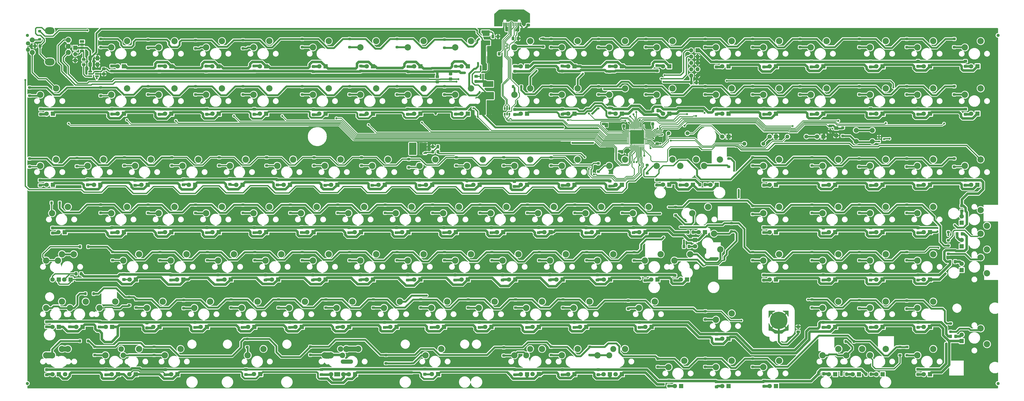
<source format=gbr>
G04 #@! TF.GenerationSoftware,KiCad,Pcbnew,(5.99.0-3379-gdb40e0c595)*
G04 #@! TF.CreationDate,2020-09-23T13:57:11-04:00*
G04 #@! TF.ProjectId,Boston-keyboard-S,426f7374-6f6e-42d6-9b65-79626f617264,rev?*
G04 #@! TF.SameCoordinates,Original*
G04 #@! TF.FileFunction,Copper,L2,Bot*
G04 #@! TF.FilePolarity,Positive*
%FSLAX46Y46*%
G04 Gerber Fmt 4.6, Leading zero omitted, Abs format (unit mm)*
G04 Created by KiCad (PCBNEW (5.99.0-3379-gdb40e0c595)) date 2020-09-23 13:57:11*
%MOMM*%
%LPD*%
G01*
G04 APERTURE LIST*
G04 #@! TA.AperFunction,ComponentPad*
%ADD10R,1.800000X1.800000*%
G04 #@! TD*
G04 #@! TA.AperFunction,ComponentPad*
%ADD11C,1.800000*%
G04 #@! TD*
G04 #@! TA.AperFunction,ComponentPad*
%ADD12R,2.200000X1.800000*%
G04 #@! TD*
G04 #@! TA.AperFunction,ComponentPad*
%ADD13R,1.700000X1.700000*%
G04 #@! TD*
G04 #@! TA.AperFunction,ComponentPad*
%ADD14O,1.700000X1.700000*%
G04 #@! TD*
G04 #@! TA.AperFunction,ComponentPad*
%ADD15C,0.800000*%
G04 #@! TD*
G04 #@! TA.AperFunction,ComponentPad*
%ADD16C,7.000000*%
G04 #@! TD*
G04 #@! TA.AperFunction,ComponentPad*
%ADD17C,1.600000*%
G04 #@! TD*
G04 #@! TA.AperFunction,ComponentPad*
%ADD18O,1.600000X1.600000*%
G04 #@! TD*
G04 #@! TA.AperFunction,WasherPad*
%ADD19C,1.300000*%
G04 #@! TD*
G04 #@! TA.AperFunction,ComponentPad*
%ADD20C,1.700000*%
G04 #@! TD*
G04 #@! TA.AperFunction,ComponentPad*
%ADD21C,2.032000*%
G04 #@! TD*
G04 #@! TA.AperFunction,ComponentPad*
%ADD22O,3.900000X2.799999*%
G04 #@! TD*
G04 #@! TA.AperFunction,ComponentPad*
%ADD23R,1.800000X1.070000*%
G04 #@! TD*
G04 #@! TA.AperFunction,ComponentPad*
%ADD24O,1.800000X1.070000*%
G04 #@! TD*
G04 #@! TA.AperFunction,ComponentPad*
%ADD25C,2.540000*%
G04 #@! TD*
G04 #@! TA.AperFunction,ComponentPad*
%ADD26C,2.400000*%
G04 #@! TD*
G04 #@! TA.AperFunction,SMDPad,CuDef*
%ADD27R,1.550000X0.600000*%
G04 #@! TD*
G04 #@! TA.AperFunction,ComponentPad*
%ADD28C,2.200000*%
G04 #@! TD*
G04 #@! TA.AperFunction,SMDPad,CuDef*
%ADD29R,4.200000X2.400000*%
G04 #@! TD*
G04 #@! TA.AperFunction,ComponentPad*
%ADD30O,1.300000X1.900000*%
G04 #@! TD*
G04 #@! TA.AperFunction,ComponentPad*
%ADD31O,1.100000X2.200000*%
G04 #@! TD*
G04 #@! TA.AperFunction,ComponentPad*
%ADD32C,2.000000*%
G04 #@! TD*
G04 #@! TA.AperFunction,WasherPad*
%ADD33O,5.000000X1.701800*%
G04 #@! TD*
G04 #@! TA.AperFunction,SMDPad,CuDef*
%ADD34R,0.650000X1.060000*%
G04 #@! TD*
G04 #@! TA.AperFunction,SMDPad,CuDef*
%ADD35R,0.650000X2.000000*%
G04 #@! TD*
G04 #@! TA.AperFunction,SMDPad,CuDef*
%ADD36R,1.560000X0.650000*%
G04 #@! TD*
G04 #@! TA.AperFunction,SMDPad,CuDef*
%ADD37R,5.600000X5.600000*%
G04 #@! TD*
G04 #@! TA.AperFunction,SMDPad,CuDef*
%ADD38R,0.900000X0.800000*%
G04 #@! TD*
G04 #@! TA.AperFunction,ViaPad*
%ADD39C,0.800000*%
G04 #@! TD*
G04 #@! TA.AperFunction,ViaPad*
%ADD40C,0.600000*%
G04 #@! TD*
G04 #@! TA.AperFunction,Conductor*
%ADD41C,0.500000*%
G04 #@! TD*
G04 #@! TA.AperFunction,Conductor*
%ADD42C,1.000000*%
G04 #@! TD*
G04 #@! TA.AperFunction,Conductor*
%ADD43C,0.750000*%
G04 #@! TD*
G04 #@! TA.AperFunction,Conductor*
%ADD44C,0.300000*%
G04 #@! TD*
G04 #@! TA.AperFunction,Conductor*
%ADD45C,0.200000*%
G04 #@! TD*
G04 #@! TA.AperFunction,Conductor*
%ADD46C,2.000000*%
G04 #@! TD*
G04 #@! TA.AperFunction,Conductor*
%ADD47C,0.254000*%
G04 #@! TD*
G04 APERTURE END LIST*
G04 #@! TA.AperFunction,SMDPad,CuDef*
G36*
G01*
X366250000Y-150675000D02*
X367150000Y-150675000D01*
G75*
G02*
X367400000Y-150925000I0J-250000D01*
G01*
X367400000Y-151575000D01*
G75*
G02*
X367150000Y-151825000I-250000J0D01*
G01*
X366250000Y-151825000D01*
G75*
G02*
X366000000Y-151575000I0J250000D01*
G01*
X366000000Y-150925000D01*
G75*
G02*
X366250000Y-150675000I250000J0D01*
G01*
G37*
G04 #@! TD.AperFunction*
G04 #@! TA.AperFunction,SMDPad,CuDef*
G36*
G01*
X366250000Y-148625000D02*
X367150000Y-148625000D01*
G75*
G02*
X367400000Y-148875000I0J-250000D01*
G01*
X367400000Y-149525000D01*
G75*
G02*
X367150000Y-149775000I-250000J0D01*
G01*
X366250000Y-149775000D01*
G75*
G02*
X366000000Y-149525000I0J250000D01*
G01*
X366000000Y-148875000D01*
G75*
G02*
X366250000Y-148625000I250000J0D01*
G01*
G37*
G04 #@! TD.AperFunction*
D10*
X69657600Y-168280000D03*
D11*
X72197600Y-168280000D03*
D12*
X181420000Y-168280000D03*
D11*
X183960000Y-168280000D03*
D10*
X381595000Y-130180000D03*
D11*
X379055000Y-130180000D03*
D13*
X76225000Y-36975000D03*
D14*
X76225000Y-39515000D03*
X76225000Y-42055000D03*
D10*
X181570000Y-92080000D03*
D11*
X179030000Y-92080000D03*
D10*
X419695000Y-168280000D03*
D11*
X417155000Y-168280000D03*
D15*
X360749655Y-144793345D03*
X358893500Y-149274500D03*
X361518500Y-146649500D03*
X357037345Y-148505655D03*
X357037345Y-144793345D03*
X358893500Y-144024500D03*
X360749655Y-148505655D03*
D16*
X358893500Y-146649500D03*
D15*
X356268500Y-146649500D03*
D10*
X253007500Y-130180000D03*
D11*
X250467500Y-130180000D03*
D10*
X69657600Y-168280000D03*
D11*
X67117600Y-168280000D03*
D10*
X238720000Y-92080000D03*
D11*
X236180000Y-92080000D03*
D10*
X152995000Y-111130000D03*
D11*
X150455000Y-111130000D03*
D10*
X333970000Y-92080000D03*
D11*
X331430000Y-92080000D03*
D10*
X167282500Y-149230000D03*
D11*
X164742500Y-149230000D03*
D10*
X233957500Y-63505000D03*
D11*
X231417500Y-63505000D03*
D10*
X338732500Y-153992500D03*
D11*
X336192500Y-153992500D03*
D10*
X419695000Y-92080000D03*
D11*
X417155000Y-92080000D03*
D10*
X438745000Y-44429600D03*
D11*
X436205000Y-44429600D03*
D10*
X114895000Y-63505000D03*
D11*
X112355000Y-63505000D03*
D10*
X195857500Y-44455000D03*
D11*
X193317500Y-44455000D03*
D10*
X114895000Y-111130000D03*
D11*
X112355000Y-111130000D03*
D10*
X400645000Y-63530400D03*
D11*
X398105000Y-63530400D03*
D10*
X419695000Y-44429600D03*
D11*
X417155000Y-44429600D03*
D10*
X381595000Y-149230000D03*
D11*
X379055000Y-149230000D03*
D10*
X276820000Y-168280000D03*
D11*
X274280000Y-168280000D03*
D10*
X233995600Y-44455000D03*
D11*
X231455600Y-44455000D03*
D10*
X432395000Y-107320000D03*
D11*
X432395000Y-104780000D03*
D10*
X138707500Y-130180000D03*
D11*
X136167500Y-130180000D03*
D10*
X210145000Y-111130000D03*
D11*
X207605000Y-111130000D03*
D10*
X314915000Y-92062500D03*
D11*
X312375000Y-92062500D03*
D10*
X257770000Y-44455000D03*
D11*
X255230000Y-44455000D03*
D10*
X329207500Y-111130000D03*
D11*
X326667500Y-111130000D03*
D10*
X67270000Y-92080000D03*
D11*
X64730000Y-92080000D03*
D10*
X357782500Y-111130000D03*
D11*
X355242500Y-111130000D03*
D10*
X91082500Y-149230000D03*
D11*
X88542500Y-149230000D03*
D10*
X381595000Y-92080000D03*
D11*
X379055000Y-92080000D03*
D10*
X119657500Y-130180000D03*
D11*
X117117500Y-130180000D03*
D10*
X419695000Y-149230000D03*
D11*
X417155000Y-149230000D03*
D10*
X257770000Y-63505000D03*
D11*
X255230000Y-63505000D03*
D10*
X314920000Y-63500000D03*
D11*
X312380000Y-63500000D03*
D10*
X438745000Y-63479600D03*
D11*
X436205000Y-63479600D03*
D10*
X338732500Y-72712500D03*
D11*
X336192500Y-72712500D03*
D10*
X432395000Y-116845000D03*
D11*
X432395000Y-114305000D03*
D10*
X219670000Y-92080000D03*
D11*
X217130000Y-92080000D03*
D10*
X69651250Y-130180000D03*
D11*
X67111250Y-130180000D03*
D10*
X114895000Y-44455000D03*
D11*
X112355000Y-44455000D03*
D10*
X432395000Y-154945000D03*
D11*
X432395000Y-152405000D03*
D10*
X152995000Y-44455000D03*
D11*
X150455000Y-44455000D03*
D10*
X205382500Y-149230000D03*
D11*
X202842500Y-149230000D03*
D10*
X214907500Y-44455000D03*
D11*
X212367500Y-44455000D03*
D10*
X105370000Y-92080000D03*
D11*
X102830000Y-92080000D03*
D10*
X295870000Y-63505000D03*
D11*
X293330000Y-63505000D03*
D17*
X352700000Y-75600000D03*
D18*
X345080000Y-75600000D03*
D10*
X338745200Y-44455000D03*
D11*
X336205200Y-44455000D03*
D10*
X200620000Y-92080000D03*
D11*
X198080000Y-92080000D03*
D10*
X419695000Y-63530400D03*
D11*
X417155000Y-63530400D03*
D10*
X93463750Y-168280000D03*
D11*
X90923750Y-168280000D03*
D10*
X438745000Y-92080000D03*
D11*
X436205000Y-92080000D03*
D10*
X186332500Y-149230000D03*
D11*
X183792500Y-149230000D03*
D10*
X276820000Y-92080000D03*
D11*
X274280000Y-92080000D03*
D12*
X181570000Y-168280000D03*
D11*
X179030000Y-168280000D03*
D10*
X357782500Y-130180000D03*
D11*
X355242500Y-130180000D03*
D19*
X447000000Y-32000000D03*
D10*
X357782500Y-72712500D03*
D11*
X355242500Y-72712500D03*
D10*
X338732500Y-63500000D03*
D11*
X336192500Y-63500000D03*
D10*
X95845000Y-63505000D03*
D11*
X93305000Y-63505000D03*
D10*
X176807500Y-44455000D03*
D11*
X174267500Y-44455000D03*
D10*
X172045000Y-111130000D03*
D11*
X169505000Y-111130000D03*
D10*
X176807500Y-63505000D03*
D11*
X174267500Y-63505000D03*
D10*
X176807500Y-130180000D03*
D11*
X174267500Y-130180000D03*
D10*
X381595000Y-168280000D03*
D11*
X379055000Y-168280000D03*
D10*
X276820000Y-63505000D03*
D11*
X274280000Y-63505000D03*
D10*
X325238750Y-114305000D03*
D11*
X325238750Y-116845000D03*
D10*
X100594800Y-168305400D03*
D11*
X98054800Y-168305400D03*
D10*
X69651250Y-149230000D03*
D11*
X67111250Y-149230000D03*
D10*
X400645000Y-130180000D03*
D11*
X398105000Y-130180000D03*
D10*
X150609000Y-168262000D03*
D11*
X148069000Y-168262000D03*
D10*
X222060000Y-168265000D03*
D11*
X219520000Y-168265000D03*
D10*
X162520000Y-92080000D03*
D11*
X159980000Y-92080000D03*
D10*
X248245000Y-111130000D03*
D11*
X245705000Y-111130000D03*
D10*
X400645000Y-149230000D03*
D11*
X398105000Y-149230000D03*
D10*
X400645000Y-92080000D03*
D11*
X398105000Y-92080000D03*
D10*
X95845000Y-44455000D03*
D11*
X93305000Y-44455000D03*
D19*
X57000000Y-172000000D03*
D10*
X257770000Y-92080000D03*
D11*
X255230000Y-92080000D03*
D10*
X291094800Y-168280000D03*
D11*
X288554800Y-168280000D03*
D10*
X157757500Y-130180000D03*
D11*
X155217500Y-130180000D03*
D10*
X191095000Y-111130000D03*
D11*
X188555000Y-111130000D03*
D10*
X400645000Y-44480400D03*
D11*
X398105000Y-44480400D03*
D10*
X110132500Y-149230000D03*
D11*
X107592500Y-149230000D03*
D10*
X67270000Y-63530400D03*
D11*
X64730000Y-63530400D03*
D10*
X357800000Y-63500000D03*
D11*
X355260000Y-63500000D03*
D10*
X319682500Y-173042500D03*
D11*
X317142500Y-173042500D03*
D20*
X57255000Y-35175000D03*
D14*
X57255000Y-37715000D03*
D10*
X262519800Y-168254600D03*
D11*
X259979800Y-168254600D03*
D10*
X295870000Y-168280000D03*
D11*
X293330000Y-168280000D03*
D10*
X322063750Y-130180000D03*
D11*
X319523750Y-130180000D03*
D10*
X276820000Y-44455000D03*
D11*
X274280000Y-44455000D03*
D10*
X357782500Y-92080000D03*
D11*
X355242500Y-92080000D03*
D10*
X224432500Y-149230000D03*
D11*
X221892500Y-149230000D03*
D10*
X229195000Y-111130000D03*
D11*
X226655000Y-111130000D03*
D10*
X357782500Y-173042500D03*
D11*
X355242500Y-173042500D03*
D10*
X133818000Y-44455000D03*
D11*
X131278000Y-44455000D03*
D19*
X57000000Y-32000000D03*
D10*
X262532500Y-149230000D03*
D11*
X259992500Y-149230000D03*
D10*
X432395000Y-126370000D03*
D11*
X432395000Y-123830000D03*
D10*
X188707400Y-168280000D03*
D11*
X186167400Y-168280000D03*
D10*
X324445000Y-92080000D03*
D11*
X321905000Y-92080000D03*
D10*
X100607500Y-130180000D03*
D11*
X98067500Y-130180000D03*
D10*
X376832500Y-63500000D03*
D11*
X374292500Y-63500000D03*
D10*
X419695000Y-130180000D03*
D11*
X417155000Y-130180000D03*
D10*
X419695000Y-111130000D03*
D11*
X417155000Y-111130000D03*
D10*
X72032500Y-111130000D03*
D11*
X69492500Y-111130000D03*
D10*
X291107500Y-130180000D03*
D11*
X288567500Y-130180000D03*
D10*
X338732500Y-173042500D03*
D11*
X336192500Y-173042500D03*
D10*
X286345000Y-111130000D03*
D11*
X283805000Y-111130000D03*
D21*
X73500000Y-38875000D03*
X73500000Y-33875000D03*
X73500000Y-36375000D03*
D22*
X66000000Y-30125000D03*
X66000000Y-42625000D03*
D21*
X59000000Y-38875000D03*
X59000000Y-33875000D03*
D10*
X307776250Y-149230000D03*
D11*
X305236250Y-149230000D03*
D10*
X152995000Y-63505000D03*
D11*
X150455000Y-63505000D03*
D10*
X272057500Y-130180000D03*
D11*
X269517500Y-130180000D03*
D10*
X124420000Y-92080000D03*
D11*
X121880000Y-92080000D03*
D10*
X233957500Y-130180000D03*
D11*
X231417500Y-130180000D03*
D10*
X117282600Y-168280000D03*
D11*
X114742600Y-168280000D03*
D10*
X314920000Y-44455000D03*
D11*
X312380000Y-44455000D03*
D10*
X257770000Y-168280000D03*
D11*
X255230000Y-168280000D03*
D10*
X133945000Y-63505000D03*
D11*
X131405000Y-63505000D03*
D10*
X129182500Y-149230000D03*
D11*
X126642500Y-149230000D03*
D10*
X305395000Y-111130000D03*
D11*
X302855000Y-111130000D03*
D10*
X295870000Y-44455000D03*
D11*
X293330000Y-44455000D03*
D17*
X370000000Y-72700000D03*
D18*
X362380000Y-72700000D03*
D10*
X214907500Y-130180000D03*
D11*
X212367500Y-130180000D03*
D10*
X79176250Y-149230000D03*
D11*
X76636250Y-149230000D03*
D10*
X400645000Y-168280000D03*
D11*
X398105000Y-168280000D03*
D10*
X281582500Y-149230000D03*
D11*
X279042500Y-149230000D03*
D10*
X357782500Y-44429600D03*
D11*
X355242500Y-44429600D03*
D10*
X143470000Y-92080000D03*
D11*
X140930000Y-92080000D03*
D10*
X391120000Y-168280000D03*
D11*
X388580000Y-168280000D03*
D10*
X310157500Y-130180000D03*
D11*
X307617500Y-130180000D03*
D10*
X295870000Y-92080000D03*
D11*
X293330000Y-92080000D03*
D10*
X95845000Y-111130000D03*
D11*
X93305000Y-111130000D03*
D13*
X326250000Y-38000000D03*
D14*
X323710000Y-38000000D03*
X326250000Y-40540000D03*
X323710000Y-40540000D03*
X326250000Y-43080000D03*
X323710000Y-43080000D03*
X326250000Y-45620000D03*
X323710000Y-45620000D03*
X326250000Y-48160000D03*
X323710000Y-48160000D03*
D23*
X79000000Y-34470000D03*
D24*
X79000000Y-35740000D03*
X79000000Y-37010000D03*
X79000000Y-38280000D03*
D10*
X74413750Y-130180000D03*
D11*
X71873750Y-130180000D03*
D10*
X214907500Y-63505000D03*
D11*
X212367500Y-63505000D03*
D10*
X376832500Y-72712500D03*
D11*
X374292500Y-72712500D03*
D17*
X322220000Y-71400000D03*
D18*
X314600000Y-71400000D03*
D10*
X376832500Y-44480400D03*
D11*
X374292500Y-44480400D03*
D10*
X86320000Y-92080000D03*
D11*
X83780000Y-92080000D03*
D10*
X267295000Y-111130000D03*
D11*
X264755000Y-111130000D03*
D10*
X243482500Y-149230000D03*
D11*
X240942500Y-149230000D03*
D10*
X133945000Y-111130000D03*
D11*
X131405000Y-111130000D03*
D10*
X195857500Y-130180000D03*
D11*
X193317500Y-130180000D03*
D10*
X381595000Y-111130000D03*
D11*
X379055000Y-111130000D03*
D19*
X447000000Y-172000000D03*
D10*
X148232500Y-149230000D03*
D11*
X145692500Y-149230000D03*
D10*
X195857500Y-63505000D03*
D11*
X193317500Y-63505000D03*
D10*
X400645000Y-111130000D03*
D11*
X398105000Y-111130000D03*
G04 #@! TA.AperFunction,SMDPad,CuDef*
G36*
G01*
X374280000Y-168571251D02*
X374280000Y-167671249D01*
G75*
G02*
X374529999Y-167421250I249999J0D01*
G01*
X375180001Y-167421250D01*
G75*
G02*
X375430000Y-167671249I0J-249999D01*
G01*
X375430000Y-168571251D01*
G75*
G02*
X375180001Y-168821250I-249999J0D01*
G01*
X374529999Y-168821250D01*
G75*
G02*
X374280000Y-168571251I0J249999D01*
G01*
G37*
G04 #@! TD.AperFunction*
G04 #@! TA.AperFunction,SMDPad,CuDef*
G36*
G01*
X376330000Y-168571251D02*
X376330000Y-167671249D01*
G75*
G02*
X376579999Y-167421250I249999J0D01*
G01*
X377230001Y-167421250D01*
G75*
G02*
X377480000Y-167671249I0J-249999D01*
G01*
X377480000Y-168571251D01*
G75*
G02*
X377230001Y-168821250I-249999J0D01*
G01*
X376579999Y-168821250D01*
G75*
G02*
X376330000Y-168571251I0J249999D01*
G01*
G37*
G04 #@! TD.AperFunction*
G04 #@! TA.AperFunction,SMDPad,CuDef*
G36*
G01*
X124228750Y-99613750D02*
X124928750Y-99613750D01*
G75*
G02*
X125178750Y-99863750I0J-250000D01*
G01*
X125178750Y-100363750D01*
G75*
G02*
X124928750Y-100613750I-250000J0D01*
G01*
X124228750Y-100613750D01*
G75*
G02*
X123978750Y-100363750I0J250000D01*
G01*
X123978750Y-99863750D01*
G75*
G02*
X124228750Y-99613750I250000J0D01*
G01*
G37*
G04 #@! TD.AperFunction*
G04 #@! TA.AperFunction,SMDPad,CuDef*
G36*
G01*
X124228750Y-102913750D02*
X124928750Y-102913750D01*
G75*
G02*
X125178750Y-103163750I0J-250000D01*
G01*
X125178750Y-103663750D01*
G75*
G02*
X124928750Y-103913750I-250000J0D01*
G01*
X124228750Y-103913750D01*
G75*
G02*
X123978750Y-103663750I0J250000D01*
G01*
X123978750Y-103163750D01*
G75*
G02*
X124228750Y-102913750I250000J0D01*
G01*
G37*
G04 #@! TD.AperFunction*
D25*
X278090000Y-81920000D03*
X271740000Y-84460000D03*
G04 #@! TA.AperFunction,SMDPad,CuDef*
G36*
G01*
X79200000Y-127449999D02*
X79200000Y-128350001D01*
G75*
G02*
X78950001Y-128600000I-249999J0D01*
G01*
X78299999Y-128600000D01*
G75*
G02*
X78050000Y-128350001I0J249999D01*
G01*
X78050000Y-127449999D01*
G75*
G02*
X78299999Y-127200000I249999J0D01*
G01*
X78950001Y-127200000D01*
G75*
G02*
X79200000Y-127449999I0J-249999D01*
G01*
G37*
G04 #@! TD.AperFunction*
G04 #@! TA.AperFunction,SMDPad,CuDef*
G36*
G01*
X77150000Y-127449999D02*
X77150000Y-128350001D01*
G75*
G02*
X76900001Y-128600000I-249999J0D01*
G01*
X76249999Y-128600000D01*
G75*
G02*
X76000000Y-128350001I0J249999D01*
G01*
X76000000Y-127449999D01*
G75*
G02*
X76249999Y-127200000I249999J0D01*
G01*
X76900001Y-127200000D01*
G75*
G02*
X77150000Y-127449999I0J-249999D01*
G01*
G37*
G04 #@! TD.AperFunction*
G04 #@! TA.AperFunction,SMDPad,CuDef*
G36*
G01*
X147703124Y-108736250D02*
X148603126Y-108736250D01*
G75*
G02*
X148853125Y-108986249I0J-249999D01*
G01*
X148853125Y-109636251D01*
G75*
G02*
X148603126Y-109886250I-249999J0D01*
G01*
X147703124Y-109886250D01*
G75*
G02*
X147453125Y-109636251I0J249999D01*
G01*
X147453125Y-108986249D01*
G75*
G02*
X147703124Y-108736250I249999J0D01*
G01*
G37*
G04 #@! TD.AperFunction*
G04 #@! TA.AperFunction,SMDPad,CuDef*
G36*
G01*
X147703124Y-110786250D02*
X148603126Y-110786250D01*
G75*
G02*
X148853125Y-111036249I0J-249999D01*
G01*
X148853125Y-111686251D01*
G75*
G02*
X148603126Y-111936250I-249999J0D01*
G01*
X147703124Y-111936250D01*
G75*
G02*
X147453125Y-111686251I0J249999D01*
G01*
X147453125Y-111036249D01*
G75*
G02*
X147703124Y-110786250I249999J0D01*
G01*
G37*
G04 #@! TD.AperFunction*
X392390000Y-158120000D03*
X386040000Y-160660000D03*
G04 #@! TA.AperFunction,SMDPad,CuDef*
G36*
G01*
X238528750Y-99613750D02*
X239228750Y-99613750D01*
G75*
G02*
X239478750Y-99863750I0J-250000D01*
G01*
X239478750Y-100363750D01*
G75*
G02*
X239228750Y-100613750I-250000J0D01*
G01*
X238528750Y-100613750D01*
G75*
G02*
X238278750Y-100363750I0J250000D01*
G01*
X238278750Y-99863750D01*
G75*
G02*
X238528750Y-99613750I250000J0D01*
G01*
G37*
G04 #@! TD.AperFunction*
G04 #@! TA.AperFunction,SMDPad,CuDef*
G36*
G01*
X238528750Y-102913750D02*
X239228750Y-102913750D01*
G75*
G02*
X239478750Y-103163750I0J-250000D01*
G01*
X239478750Y-103663750D01*
G75*
G02*
X239228750Y-103913750I-250000J0D01*
G01*
X238528750Y-103913750D01*
G75*
G02*
X238278750Y-103663750I0J250000D01*
G01*
X238278750Y-103163750D01*
G75*
G02*
X238528750Y-102913750I250000J0D01*
G01*
G37*
G04 #@! TD.AperFunction*
G04 #@! TA.AperFunction,SMDPad,CuDef*
G36*
G01*
X257800000Y-25225000D02*
X258700000Y-25225000D01*
G75*
G02*
X258950000Y-25475000I0J-250000D01*
G01*
X258950000Y-26125000D01*
G75*
G02*
X258700000Y-26375000I-250000J0D01*
G01*
X257800000Y-26375000D01*
G75*
G02*
X257550000Y-26125000I0J250000D01*
G01*
X257550000Y-25475000D01*
G75*
G02*
X257800000Y-25225000I250000J0D01*
G01*
G37*
G04 #@! TD.AperFunction*
G04 #@! TA.AperFunction,SMDPad,CuDef*
G36*
G01*
X257800000Y-27275000D02*
X258700000Y-27275000D01*
G75*
G02*
X258950000Y-27525000I0J-250000D01*
G01*
X258950000Y-28175000D01*
G75*
G02*
X258700000Y-28425000I-250000J0D01*
G01*
X257800000Y-28425000D01*
G75*
G02*
X257550000Y-28175000I0J250000D01*
G01*
X257550000Y-27525000D01*
G75*
G02*
X257800000Y-27275000I250000J0D01*
G01*
G37*
G04 #@! TD.AperFunction*
G04 #@! TA.AperFunction,SMDPad,CuDef*
G36*
G01*
X255950000Y-52250000D02*
X255950000Y-52950000D01*
G75*
G02*
X255700000Y-53200000I-250000J0D01*
G01*
X255200000Y-53200000D01*
G75*
G02*
X254950000Y-52950000I0J250000D01*
G01*
X254950000Y-52250000D01*
G75*
G02*
X255200000Y-52000000I250000J0D01*
G01*
X255700000Y-52000000D01*
G75*
G02*
X255950000Y-52250000I0J-250000D01*
G01*
G37*
G04 #@! TD.AperFunction*
G04 #@! TA.AperFunction,SMDPad,CuDef*
G36*
G01*
X252650000Y-52250000D02*
X252650000Y-52950000D01*
G75*
G02*
X252400000Y-53200000I-250000J0D01*
G01*
X251900000Y-53200000D01*
G75*
G02*
X251650000Y-52950000I0J250000D01*
G01*
X251650000Y-52250000D01*
G75*
G02*
X251900000Y-52000000I250000J0D01*
G01*
X252400000Y-52000000D01*
G75*
G02*
X252650000Y-52250000I0J-250000D01*
G01*
G37*
G04 #@! TD.AperFunction*
G04 #@! TA.AperFunction,SMDPad,CuDef*
G36*
G01*
X222530000Y-78350000D02*
X222530000Y-79250000D01*
G75*
G02*
X222280000Y-79500000I-250000J0D01*
G01*
X221630000Y-79500000D01*
G75*
G02*
X221380000Y-79250000I0J250000D01*
G01*
X221380000Y-78350000D01*
G75*
G02*
X221630000Y-78100000I250000J0D01*
G01*
X222280000Y-78100000D01*
G75*
G02*
X222530000Y-78350000I0J-250000D01*
G01*
G37*
G04 #@! TD.AperFunction*
G04 #@! TA.AperFunction,SMDPad,CuDef*
G36*
G01*
X220480000Y-78350000D02*
X220480000Y-79250000D01*
G75*
G02*
X220230000Y-79500000I-250000J0D01*
G01*
X219580000Y-79500000D01*
G75*
G02*
X219330000Y-79250000I0J250000D01*
G01*
X219330000Y-78350000D01*
G75*
G02*
X219580000Y-78100000I250000J0D01*
G01*
X220230000Y-78100000D01*
G75*
G02*
X220480000Y-78350000I0J-250000D01*
G01*
G37*
G04 #@! TD.AperFunction*
G04 #@! TA.AperFunction,SMDPad,CuDef*
G36*
G01*
X97558750Y-136761250D02*
X98258750Y-136761250D01*
G75*
G02*
X98508750Y-137011250I0J-250000D01*
G01*
X98508750Y-137511250D01*
G75*
G02*
X98258750Y-137761250I-250000J0D01*
G01*
X97558750Y-137761250D01*
G75*
G02*
X97308750Y-137511250I0J250000D01*
G01*
X97308750Y-137011250D01*
G75*
G02*
X97558750Y-136761250I250000J0D01*
G01*
G37*
G04 #@! TD.AperFunction*
G04 #@! TA.AperFunction,SMDPad,CuDef*
G36*
G01*
X97558750Y-140061250D02*
X98258750Y-140061250D01*
G75*
G02*
X98508750Y-140311250I0J-250000D01*
G01*
X98508750Y-140811250D01*
G75*
G02*
X98258750Y-141061250I-250000J0D01*
G01*
X97558750Y-141061250D01*
G75*
G02*
X97308750Y-140811250I0J250000D01*
G01*
X97308750Y-140311250D01*
G75*
G02*
X97558750Y-140061250I250000J0D01*
G01*
G37*
G04 #@! TD.AperFunction*
X254277500Y-120020000D03*
X247927500Y-122560000D03*
G04 #@! TA.AperFunction,SMDPad,CuDef*
G36*
G01*
X262003124Y-108736250D02*
X262903126Y-108736250D01*
G75*
G02*
X263153125Y-108986249I0J-249999D01*
G01*
X263153125Y-109636251D01*
G75*
G02*
X262903126Y-109886250I-249999J0D01*
G01*
X262003124Y-109886250D01*
G75*
G02*
X261753125Y-109636251I0J249999D01*
G01*
X261753125Y-108986249D01*
G75*
G02*
X262003124Y-108736250I249999J0D01*
G01*
G37*
G04 #@! TD.AperFunction*
G04 #@! TA.AperFunction,SMDPad,CuDef*
G36*
G01*
X262003124Y-110786250D02*
X262903126Y-110786250D01*
G75*
G02*
X263153125Y-111036249I0J-249999D01*
G01*
X263153125Y-111686251D01*
G75*
G02*
X262903126Y-111936250I-249999J0D01*
G01*
X262003124Y-111936250D01*
G75*
G02*
X261753125Y-111686251I0J249999D01*
G01*
X261753125Y-111036249D01*
G75*
G02*
X262003124Y-110786250I249999J0D01*
G01*
G37*
G04 #@! TD.AperFunction*
G04 #@! TA.AperFunction,SMDPad,CuDef*
G36*
G01*
X286153750Y-51988750D02*
X286853750Y-51988750D01*
G75*
G02*
X287103750Y-52238750I0J-250000D01*
G01*
X287103750Y-52738750D01*
G75*
G02*
X286853750Y-52988750I-250000J0D01*
G01*
X286153750Y-52988750D01*
G75*
G02*
X285903750Y-52738750I0J250000D01*
G01*
X285903750Y-52238750D01*
G75*
G02*
X286153750Y-51988750I250000J0D01*
G01*
G37*
G04 #@! TD.AperFunction*
G04 #@! TA.AperFunction,SMDPad,CuDef*
G36*
G01*
X286153750Y-55288750D02*
X286853750Y-55288750D01*
G75*
G02*
X287103750Y-55538750I0J-250000D01*
G01*
X287103750Y-56038750D01*
G75*
G02*
X286853750Y-56288750I-250000J0D01*
G01*
X286153750Y-56288750D01*
G75*
G02*
X285903750Y-56038750I0J250000D01*
G01*
X285903750Y-55538750D01*
G75*
G02*
X286153750Y-55288750I250000J0D01*
G01*
G37*
G04 #@! TD.AperFunction*
G04 #@! TA.AperFunction,SMDPad,CuDef*
G36*
G01*
X239300000Y-63224999D02*
X239300000Y-61975001D01*
G75*
G02*
X239550001Y-61725000I250001J0D01*
G01*
X240474999Y-61725000D01*
G75*
G02*
X240725000Y-61975001I0J-250001D01*
G01*
X240725000Y-63224999D01*
G75*
G02*
X240474999Y-63475000I-250001J0D01*
G01*
X239550001Y-63475000D01*
G75*
G02*
X239300000Y-63224999I0J250001D01*
G01*
G37*
G04 #@! TD.AperFunction*
G04 #@! TA.AperFunction,SMDPad,CuDef*
G36*
G01*
X242275000Y-63224999D02*
X242275000Y-61975001D01*
G75*
G02*
X242525001Y-61725000I250001J0D01*
G01*
X243449999Y-61725000D01*
G75*
G02*
X243700000Y-61975001I0J-250001D01*
G01*
X243700000Y-63224999D01*
G75*
G02*
X243449999Y-63475000I-250001J0D01*
G01*
X242525001Y-63475000D01*
G75*
G02*
X242275000Y-63224999I0J250001D01*
G01*
G37*
G04 #@! TD.AperFunction*
G04 #@! TA.AperFunction,SMDPad,CuDef*
G36*
G01*
X156989999Y-89527500D02*
X157890001Y-89527500D01*
G75*
G02*
X158140000Y-89777499I0J-249999D01*
G01*
X158140000Y-90427501D01*
G75*
G02*
X157890001Y-90677500I-249999J0D01*
G01*
X156989999Y-90677500D01*
G75*
G02*
X156740000Y-90427501I0J249999D01*
G01*
X156740000Y-89777499D01*
G75*
G02*
X156989999Y-89527500I249999J0D01*
G01*
G37*
G04 #@! TD.AperFunction*
G04 #@! TA.AperFunction,SMDPad,CuDef*
G36*
G01*
X156989999Y-91577500D02*
X157890001Y-91577500D01*
G75*
G02*
X158140000Y-91827499I0J-249999D01*
G01*
X158140000Y-92477501D01*
G75*
G02*
X157890001Y-92727500I-249999J0D01*
G01*
X156989999Y-92727500D01*
G75*
G02*
X156740000Y-92477501I0J249999D01*
G01*
X156740000Y-91827499D01*
G75*
G02*
X156989999Y-91577500I249999J0D01*
G01*
G37*
G04 #@! TD.AperFunction*
X420965000Y-158120000D03*
X414615000Y-160660000D03*
G04 #@! TA.AperFunction,SMDPad,CuDef*
G36*
G01*
X66769999Y-108895000D02*
X67670001Y-108895000D01*
G75*
G02*
X67920000Y-109144999I0J-249999D01*
G01*
X67920000Y-109795001D01*
G75*
G02*
X67670001Y-110045000I-249999J0D01*
G01*
X66769999Y-110045000D01*
G75*
G02*
X66520000Y-109795001I0J249999D01*
G01*
X66520000Y-109144999D01*
G75*
G02*
X66769999Y-108895000I249999J0D01*
G01*
G37*
G04 #@! TD.AperFunction*
G04 #@! TA.AperFunction,SMDPad,CuDef*
G36*
G01*
X66769999Y-110945000D02*
X67670001Y-110945000D01*
G75*
G02*
X67920000Y-111194999I0J-249999D01*
G01*
X67920000Y-111845001D01*
G75*
G02*
X67670001Y-112095000I-249999J0D01*
G01*
X66769999Y-112095000D01*
G75*
G02*
X66520000Y-111845001I0J249999D01*
G01*
X66520000Y-111194999D01*
G75*
G02*
X66769999Y-110945000I249999J0D01*
G01*
G37*
G04 #@! TD.AperFunction*
G04 #@! TA.AperFunction,SMDPad,CuDef*
G36*
G01*
X252239999Y-90162500D02*
X253140001Y-90162500D01*
G75*
G02*
X253390000Y-90412499I0J-249999D01*
G01*
X253390000Y-91062501D01*
G75*
G02*
X253140001Y-91312500I-249999J0D01*
G01*
X252239999Y-91312500D01*
G75*
G02*
X251990000Y-91062501I0J249999D01*
G01*
X251990000Y-90412499D01*
G75*
G02*
X252239999Y-90162500I249999J0D01*
G01*
G37*
G04 #@! TD.AperFunction*
G04 #@! TA.AperFunction,SMDPad,CuDef*
G36*
G01*
X252239999Y-92212500D02*
X253140001Y-92212500D01*
G75*
G02*
X253390000Y-92462499I0J-249999D01*
G01*
X253390000Y-93112501D01*
G75*
G02*
X253140001Y-93362500I-249999J0D01*
G01*
X252239999Y-93362500D01*
G75*
G02*
X251990000Y-93112501I0J249999D01*
G01*
X251990000Y-92462499D01*
G75*
G02*
X252239999Y-92212500I249999J0D01*
G01*
G37*
G04 #@! TD.AperFunction*
D26*
X259040000Y-158120000D03*
D25*
X252690000Y-160660000D03*
G04 #@! TA.AperFunction,SMDPad,CuDef*
G36*
G01*
X291425001Y-47075000D02*
X290524999Y-47075000D01*
G75*
G02*
X290275000Y-46825001I0J249999D01*
G01*
X290275000Y-46174999D01*
G75*
G02*
X290524999Y-45925000I249999J0D01*
G01*
X291425001Y-45925000D01*
G75*
G02*
X291675000Y-46174999I0J-249999D01*
G01*
X291675000Y-46825001D01*
G75*
G02*
X291425001Y-47075000I-249999J0D01*
G01*
G37*
G04 #@! TD.AperFunction*
G04 #@! TA.AperFunction,SMDPad,CuDef*
G36*
G01*
X291425001Y-45025000D02*
X290524999Y-45025000D01*
G75*
G02*
X290275000Y-44775001I0J249999D01*
G01*
X290275000Y-44124999D01*
G75*
G02*
X290524999Y-43875000I249999J0D01*
G01*
X291425001Y-43875000D01*
G75*
G02*
X291675000Y-44124999I0J-249999D01*
G01*
X291675000Y-44775001D01*
G75*
G02*
X291425001Y-45025000I-249999J0D01*
G01*
G37*
G04 #@! TD.AperFunction*
G04 #@! TA.AperFunction,SMDPad,CuDef*
G36*
G01*
X190327499Y-127786250D02*
X191227501Y-127786250D01*
G75*
G02*
X191477500Y-128036249I0J-249999D01*
G01*
X191477500Y-128686251D01*
G75*
G02*
X191227501Y-128936250I-249999J0D01*
G01*
X190327499Y-128936250D01*
G75*
G02*
X190077500Y-128686251I0J249999D01*
G01*
X190077500Y-128036249D01*
G75*
G02*
X190327499Y-127786250I249999J0D01*
G01*
G37*
G04 #@! TD.AperFunction*
G04 #@! TA.AperFunction,SMDPad,CuDef*
G36*
G01*
X190327499Y-129836250D02*
X191227501Y-129836250D01*
G75*
G02*
X191477500Y-130086249I0J-249999D01*
G01*
X191477500Y-130736251D01*
G75*
G02*
X191227501Y-130986250I-249999J0D01*
G01*
X190327499Y-130986250D01*
G75*
G02*
X190077500Y-130736251I0J249999D01*
G01*
X190077500Y-130086249D01*
G75*
G02*
X190327499Y-129836250I249999J0D01*
G01*
G37*
G04 #@! TD.AperFunction*
G04 #@! TA.AperFunction,SMDPad,CuDef*
G36*
G01*
X224241250Y-51988750D02*
X224941250Y-51988750D01*
G75*
G02*
X225191250Y-52238750I0J-250000D01*
G01*
X225191250Y-52738750D01*
G75*
G02*
X224941250Y-52988750I-250000J0D01*
G01*
X224241250Y-52988750D01*
G75*
G02*
X223991250Y-52738750I0J250000D01*
G01*
X223991250Y-52238750D01*
G75*
G02*
X224241250Y-51988750I250000J0D01*
G01*
G37*
G04 #@! TD.AperFunction*
G04 #@! TA.AperFunction,SMDPad,CuDef*
G36*
G01*
X224241250Y-55288750D02*
X224941250Y-55288750D01*
G75*
G02*
X225191250Y-55538750I0J-250000D01*
G01*
X225191250Y-56038750D01*
G75*
G02*
X224941250Y-56288750I-250000J0D01*
G01*
X224241250Y-56288750D01*
G75*
G02*
X223991250Y-56038750I0J250000D01*
G01*
X223991250Y-55538750D01*
G75*
G02*
X224241250Y-55288750I250000J0D01*
G01*
G37*
G04 #@! TD.AperFunction*
G04 #@! TA.AperFunction,SMDPad,CuDef*
G36*
G01*
X253375001Y-47025000D02*
X252474999Y-47025000D01*
G75*
G02*
X252225000Y-46775001I0J249999D01*
G01*
X252225000Y-46124999D01*
G75*
G02*
X252474999Y-45875000I249999J0D01*
G01*
X253375001Y-45875000D01*
G75*
G02*
X253625000Y-46124999I0J-249999D01*
G01*
X253625000Y-46775001D01*
G75*
G02*
X253375001Y-47025000I-249999J0D01*
G01*
G37*
G04 #@! TD.AperFunction*
G04 #@! TA.AperFunction,SMDPad,CuDef*
G36*
G01*
X253375001Y-44975000D02*
X252474999Y-44975000D01*
G75*
G02*
X252225000Y-44725001I0J249999D01*
G01*
X252225000Y-44074999D01*
G75*
G02*
X252474999Y-43825000I249999J0D01*
G01*
X253375001Y-43825000D01*
G75*
G02*
X253625000Y-44074999I0J-249999D01*
G01*
X253625000Y-44725001D01*
G75*
G02*
X253375001Y-44975000I-249999J0D01*
G01*
G37*
G04 #@! TD.AperFunction*
G04 #@! TA.AperFunction,SMDPad,CuDef*
G36*
G01*
X276290624Y-146836250D02*
X277190626Y-146836250D01*
G75*
G02*
X277440625Y-147086249I0J-249999D01*
G01*
X277440625Y-147736251D01*
G75*
G02*
X277190626Y-147986250I-249999J0D01*
G01*
X276290624Y-147986250D01*
G75*
G02*
X276040625Y-147736251I0J249999D01*
G01*
X276040625Y-147086249D01*
G75*
G02*
X276290624Y-146836250I249999J0D01*
G01*
G37*
G04 #@! TD.AperFunction*
G04 #@! TA.AperFunction,SMDPad,CuDef*
G36*
G01*
X276290624Y-148886250D02*
X277190626Y-148886250D01*
G75*
G02*
X277440625Y-149136249I0J-249999D01*
G01*
X277440625Y-149786251D01*
G75*
G02*
X277190626Y-150036250I-249999J0D01*
G01*
X276290624Y-150036250D01*
G75*
G02*
X276040625Y-149786251I0J249999D01*
G01*
X276040625Y-149136249D01*
G75*
G02*
X276290624Y-148886250I249999J0D01*
G01*
G37*
G04 #@! TD.AperFunction*
X97115000Y-53345000D03*
X90765000Y-55885000D03*
X306665000Y-100970000D03*
X300315000Y-103510000D03*
G04 #@! TA.AperFunction,SMDPad,CuDef*
G36*
G01*
X276628750Y-99613750D02*
X277328750Y-99613750D01*
G75*
G02*
X277578750Y-99863750I0J-250000D01*
G01*
X277578750Y-100363750D01*
G75*
G02*
X277328750Y-100613750I-250000J0D01*
G01*
X276628750Y-100613750D01*
G75*
G02*
X276378750Y-100363750I0J250000D01*
G01*
X276378750Y-99863750D01*
G75*
G02*
X276628750Y-99613750I250000J0D01*
G01*
G37*
G04 #@! TD.AperFunction*
G04 #@! TA.AperFunction,SMDPad,CuDef*
G36*
G01*
X276628750Y-102913750D02*
X277328750Y-102913750D01*
G75*
G02*
X277578750Y-103163750I0J-250000D01*
G01*
X277578750Y-103663750D01*
G75*
G02*
X277328750Y-103913750I-250000J0D01*
G01*
X276628750Y-103913750D01*
G75*
G02*
X276378750Y-103663750I0J250000D01*
G01*
X276378750Y-103163750D01*
G75*
G02*
X276628750Y-102913750I250000J0D01*
G01*
G37*
G04 #@! TD.AperFunction*
X216177500Y-34295000D03*
X209827500Y-36835000D03*
G04 #@! TA.AperFunction,SMDPad,CuDef*
G36*
G01*
X414403124Y-61111250D02*
X415303126Y-61111250D01*
G75*
G02*
X415553125Y-61361249I0J-249999D01*
G01*
X415553125Y-62011251D01*
G75*
G02*
X415303126Y-62261250I-249999J0D01*
G01*
X414403124Y-62261250D01*
G75*
G02*
X414153125Y-62011251I0J249999D01*
G01*
X414153125Y-61361249D01*
G75*
G02*
X414403124Y-61111250I249999J0D01*
G01*
G37*
G04 #@! TD.AperFunction*
G04 #@! TA.AperFunction,SMDPad,CuDef*
G36*
G01*
X414403124Y-63161250D02*
X415303126Y-63161250D01*
G75*
G02*
X415553125Y-63411249I0J-249999D01*
G01*
X415553125Y-64061251D01*
G75*
G02*
X415303126Y-64311250I-249999J0D01*
G01*
X414403124Y-64311250D01*
G75*
G02*
X414153125Y-64061251I0J249999D01*
G01*
X414153125Y-63411249D01*
G75*
G02*
X414403124Y-63161250I249999J0D01*
G01*
G37*
G04 #@! TD.AperFunction*
G04 #@! TA.AperFunction,SMDPad,CuDef*
G36*
G01*
X348066250Y-80563750D02*
X348766250Y-80563750D01*
G75*
G02*
X349016250Y-80813750I0J-250000D01*
G01*
X349016250Y-81313750D01*
G75*
G02*
X348766250Y-81563750I-250000J0D01*
G01*
X348066250Y-81563750D01*
G75*
G02*
X347816250Y-81313750I0J250000D01*
G01*
X347816250Y-80813750D01*
G75*
G02*
X348066250Y-80563750I250000J0D01*
G01*
G37*
G04 #@! TD.AperFunction*
G04 #@! TA.AperFunction,SMDPad,CuDef*
G36*
G01*
X348066250Y-83863750D02*
X348766250Y-83863750D01*
G75*
G02*
X349016250Y-84113750I0J-250000D01*
G01*
X349016250Y-84613750D01*
G75*
G02*
X348766250Y-84863750I-250000J0D01*
G01*
X348066250Y-84863750D01*
G75*
G02*
X347816250Y-84613750I0J250000D01*
G01*
X347816250Y-84113750D01*
G75*
G02*
X348066250Y-83863750I250000J0D01*
G01*
G37*
G04 #@! TD.AperFunction*
G04 #@! TA.AperFunction,SMDPad,CuDef*
G36*
G01*
X171277499Y-127786250D02*
X172177501Y-127786250D01*
G75*
G02*
X172427500Y-128036249I0J-249999D01*
G01*
X172427500Y-128686251D01*
G75*
G02*
X172177501Y-128936250I-249999J0D01*
G01*
X171277499Y-128936250D01*
G75*
G02*
X171027500Y-128686251I0J249999D01*
G01*
X171027500Y-128036249D01*
G75*
G02*
X171277499Y-127786250I249999J0D01*
G01*
G37*
G04 #@! TD.AperFunction*
G04 #@! TA.AperFunction,SMDPad,CuDef*
G36*
G01*
X171277499Y-129836250D02*
X172177501Y-129836250D01*
G75*
G02*
X172427500Y-130086249I0J-249999D01*
G01*
X172427500Y-130736251D01*
G75*
G02*
X172177501Y-130986250I-249999J0D01*
G01*
X171277499Y-130986250D01*
G75*
G02*
X171027500Y-130736251I0J249999D01*
G01*
X171027500Y-130086249D01*
G75*
G02*
X171277499Y-129836250I249999J0D01*
G01*
G37*
G04 #@! TD.AperFunction*
G04 #@! TA.AperFunction,SMDPad,CuDef*
G36*
G01*
X209377499Y-127786250D02*
X210277501Y-127786250D01*
G75*
G02*
X210527500Y-128036249I0J-249999D01*
G01*
X210527500Y-128686251D01*
G75*
G02*
X210277501Y-128936250I-249999J0D01*
G01*
X209377499Y-128936250D01*
G75*
G02*
X209127500Y-128686251I0J249999D01*
G01*
X209127500Y-128036249D01*
G75*
G02*
X209377499Y-127786250I249999J0D01*
G01*
G37*
G04 #@! TD.AperFunction*
G04 #@! TA.AperFunction,SMDPad,CuDef*
G36*
G01*
X209377499Y-129836250D02*
X210277501Y-129836250D01*
G75*
G02*
X210527500Y-130086249I0J-249999D01*
G01*
X210527500Y-130736251D01*
G75*
G02*
X210277501Y-130986250I-249999J0D01*
G01*
X209377499Y-130986250D01*
G75*
G02*
X209127500Y-130736251I0J249999D01*
G01*
X209127500Y-130086249D01*
G75*
G02*
X209377499Y-129836250I249999J0D01*
G01*
G37*
G04 #@! TD.AperFunction*
G04 #@! TA.AperFunction,SMDPad,CuDef*
G36*
G01*
X57553750Y-52465000D02*
X58253750Y-52465000D01*
G75*
G02*
X58503750Y-52715000I0J-250000D01*
G01*
X58503750Y-53215000D01*
G75*
G02*
X58253750Y-53465000I-250000J0D01*
G01*
X57553750Y-53465000D01*
G75*
G02*
X57303750Y-53215000I0J250000D01*
G01*
X57303750Y-52715000D01*
G75*
G02*
X57553750Y-52465000I250000J0D01*
G01*
G37*
G04 #@! TD.AperFunction*
G04 #@! TA.AperFunction,SMDPad,CuDef*
G36*
G01*
X57553750Y-55765000D02*
X58253750Y-55765000D01*
G75*
G02*
X58503750Y-56015000I0J-250000D01*
G01*
X58503750Y-56515000D01*
G75*
G02*
X58253750Y-56765000I-250000J0D01*
G01*
X57553750Y-56765000D01*
G75*
G02*
X57303750Y-56515000I0J250000D01*
G01*
X57303750Y-56015000D01*
G75*
G02*
X57553750Y-55765000I250000J0D01*
G01*
G37*
G04 #@! TD.AperFunction*
D27*
X216800000Y-75585000D03*
G04 #@! TA.AperFunction,SMDPad,CuDef*
G36*
G01*
X217575000Y-76855000D02*
X217575000Y-76855000D01*
G75*
G02*
X217275000Y-77155000I-300000J0D01*
G01*
X216325000Y-77155000D01*
G75*
G02*
X216025000Y-76855000I0J300000D01*
G01*
X216025000Y-76855000D01*
G75*
G02*
X216325000Y-76555000I300000J0D01*
G01*
X217275000Y-76555000D01*
G75*
G02*
X217575000Y-76855000I0J-300000D01*
G01*
G37*
G04 #@! TD.AperFunction*
G04 #@! TA.AperFunction,SMDPad,CuDef*
G36*
G01*
X217575000Y-78125000D02*
X217575000Y-78125000D01*
G75*
G02*
X217275000Y-78425000I-300000J0D01*
G01*
X216325000Y-78425000D01*
G75*
G02*
X216025000Y-78125000I0J300000D01*
G01*
X216025000Y-78125000D01*
G75*
G02*
X216325000Y-77825000I300000J0D01*
G01*
X217275000Y-77825000D01*
G75*
G02*
X217575000Y-78125000I0J-300000D01*
G01*
G37*
G04 #@! TD.AperFunction*
G04 #@! TA.AperFunction,SMDPad,CuDef*
G36*
G01*
X217575000Y-79395000D02*
X217575000Y-79395000D01*
G75*
G02*
X217275000Y-79695000I-300000J0D01*
G01*
X216325000Y-79695000D01*
G75*
G02*
X216025000Y-79395000I0J300000D01*
G01*
X216025000Y-79395000D01*
G75*
G02*
X216325000Y-79095000I300000J0D01*
G01*
X217275000Y-79095000D01*
G75*
G02*
X217575000Y-79395000I0J-300000D01*
G01*
G37*
G04 #@! TD.AperFunction*
G04 #@! TA.AperFunction,SMDPad,CuDef*
G36*
G01*
X212175000Y-79395000D02*
X212175000Y-79395000D01*
G75*
G02*
X211875000Y-79695000I-300000J0D01*
G01*
X210925000Y-79695000D01*
G75*
G02*
X210625000Y-79395000I0J300000D01*
G01*
X210625000Y-79395000D01*
G75*
G02*
X210925000Y-79095000I300000J0D01*
G01*
X211875000Y-79095000D01*
G75*
G02*
X212175000Y-79395000I0J-300000D01*
G01*
G37*
G04 #@! TD.AperFunction*
G04 #@! TA.AperFunction,SMDPad,CuDef*
G36*
G01*
X212175000Y-78125000D02*
X212175000Y-78125000D01*
G75*
G02*
X211875000Y-78425000I-300000J0D01*
G01*
X210925000Y-78425000D01*
G75*
G02*
X210625000Y-78125000I0J300000D01*
G01*
X210625000Y-78125000D01*
G75*
G02*
X210925000Y-77825000I300000J0D01*
G01*
X211875000Y-77825000D01*
G75*
G02*
X212175000Y-78125000I0J-300000D01*
G01*
G37*
G04 #@! TD.AperFunction*
G04 #@! TA.AperFunction,SMDPad,CuDef*
G36*
G01*
X212175000Y-76855000D02*
X212175000Y-76855000D01*
G75*
G02*
X211875000Y-77155000I-300000J0D01*
G01*
X210925000Y-77155000D01*
G75*
G02*
X210625000Y-76855000I0J300000D01*
G01*
X210625000Y-76855000D01*
G75*
G02*
X210925000Y-76555000I300000J0D01*
G01*
X211875000Y-76555000D01*
G75*
G02*
X212175000Y-76855000I0J-300000D01*
G01*
G37*
G04 #@! TD.AperFunction*
G04 #@! TA.AperFunction,SMDPad,CuDef*
G36*
G01*
X212175000Y-75585000D02*
X212175000Y-75585000D01*
G75*
G02*
X211875000Y-75885000I-300000J0D01*
G01*
X210925000Y-75885000D01*
G75*
G02*
X210625000Y-75585000I0J300000D01*
G01*
X210625000Y-75585000D01*
G75*
G02*
X210925000Y-75285000I300000J0D01*
G01*
X211875000Y-75285000D01*
G75*
G02*
X212175000Y-75585000I0J-300000D01*
G01*
G37*
G04 #@! TD.AperFunction*
D25*
X442555000Y-108590000D03*
X440015000Y-102240000D03*
G04 #@! TA.AperFunction,SMDPad,CuDef*
G36*
G01*
X87275000Y-44900000D02*
X88175000Y-44900000D01*
G75*
G02*
X88425000Y-45150000I0J-250000D01*
G01*
X88425000Y-45800000D01*
G75*
G02*
X88175000Y-46050000I-250000J0D01*
G01*
X87275000Y-46050000D01*
G75*
G02*
X87025000Y-45800000I0J250000D01*
G01*
X87025000Y-45150000D01*
G75*
G02*
X87275000Y-44900000I250000J0D01*
G01*
G37*
G04 #@! TD.AperFunction*
G04 #@! TA.AperFunction,SMDPad,CuDef*
G36*
G01*
X87275000Y-46950000D02*
X88175000Y-46950000D01*
G75*
G02*
X88425000Y-47200000I0J-250000D01*
G01*
X88425000Y-47850000D01*
G75*
G02*
X88175000Y-48100000I-250000J0D01*
G01*
X87275000Y-48100000D01*
G75*
G02*
X87025000Y-47850000I0J250000D01*
G01*
X87025000Y-47200000D01*
G75*
G02*
X87275000Y-46950000I250000J0D01*
G01*
G37*
G04 #@! TD.AperFunction*
X340002500Y-53345000D03*
X333652500Y-55885000D03*
X359052500Y-120020000D03*
X352702500Y-122560000D03*
G04 #@! TA.AperFunction,SMDPad,CuDef*
G36*
G01*
X348066250Y-32938750D02*
X348766250Y-32938750D01*
G75*
G02*
X349016250Y-33188750I0J-250000D01*
G01*
X349016250Y-33688750D01*
G75*
G02*
X348766250Y-33938750I-250000J0D01*
G01*
X348066250Y-33938750D01*
G75*
G02*
X347816250Y-33688750I0J250000D01*
G01*
X347816250Y-33188750D01*
G75*
G02*
X348066250Y-32938750I250000J0D01*
G01*
G37*
G04 #@! TD.AperFunction*
G04 #@! TA.AperFunction,SMDPad,CuDef*
G36*
G01*
X348066250Y-36238750D02*
X348766250Y-36238750D01*
G75*
G02*
X349016250Y-36488750I0J-250000D01*
G01*
X349016250Y-36988750D01*
G75*
G02*
X348766250Y-37238750I-250000J0D01*
G01*
X348066250Y-37238750D01*
G75*
G02*
X347816250Y-36988750I0J250000D01*
G01*
X347816250Y-36488750D01*
G75*
G02*
X348066250Y-36238750I250000J0D01*
G01*
G37*
G04 #@! TD.AperFunction*
X359052500Y-100970000D03*
X352702500Y-103510000D03*
G04 #@! TA.AperFunction,SMDPad,CuDef*
G36*
G01*
X76603750Y-80818750D02*
X77303750Y-80818750D01*
G75*
G02*
X77553750Y-81068750I0J-250000D01*
G01*
X77553750Y-81568750D01*
G75*
G02*
X77303750Y-81818750I-250000J0D01*
G01*
X76603750Y-81818750D01*
G75*
G02*
X76353750Y-81568750I0J250000D01*
G01*
X76353750Y-81068750D01*
G75*
G02*
X76603750Y-80818750I250000J0D01*
G01*
G37*
G04 #@! TD.AperFunction*
G04 #@! TA.AperFunction,SMDPad,CuDef*
G36*
G01*
X76603750Y-84118750D02*
X77303750Y-84118750D01*
G75*
G02*
X77553750Y-84368750I0J-250000D01*
G01*
X77553750Y-84868750D01*
G75*
G02*
X77303750Y-85118750I-250000J0D01*
G01*
X76603750Y-85118750D01*
G75*
G02*
X76353750Y-84868750I0J250000D01*
G01*
X76353750Y-84368750D01*
G75*
G02*
X76603750Y-84118750I250000J0D01*
G01*
G37*
G04 #@! TD.AperFunction*
G04 #@! TA.AperFunction,SMDPad,CuDef*
G36*
G01*
X242953124Y-108736250D02*
X243853126Y-108736250D01*
G75*
G02*
X244103125Y-108986249I0J-249999D01*
G01*
X244103125Y-109636251D01*
G75*
G02*
X243853126Y-109886250I-249999J0D01*
G01*
X242953124Y-109886250D01*
G75*
G02*
X242703125Y-109636251I0J249999D01*
G01*
X242703125Y-108986249D01*
G75*
G02*
X242953124Y-108736250I249999J0D01*
G01*
G37*
G04 #@! TD.AperFunction*
G04 #@! TA.AperFunction,SMDPad,CuDef*
G36*
G01*
X242953124Y-110786250D02*
X243853126Y-110786250D01*
G75*
G02*
X244103125Y-111036249I0J-249999D01*
G01*
X244103125Y-111686251D01*
G75*
G02*
X243853126Y-111936250I-249999J0D01*
G01*
X242953124Y-111936250D01*
G75*
G02*
X242703125Y-111686251I0J249999D01*
G01*
X242703125Y-111036249D01*
G75*
G02*
X242953124Y-110786250I249999J0D01*
G01*
G37*
G04 #@! TD.AperFunction*
G04 #@! TA.AperFunction,SMDPad,CuDef*
G36*
G01*
X114703750Y-80563750D02*
X115403750Y-80563750D01*
G75*
G02*
X115653750Y-80813750I0J-250000D01*
G01*
X115653750Y-81313750D01*
G75*
G02*
X115403750Y-81563750I-250000J0D01*
G01*
X114703750Y-81563750D01*
G75*
G02*
X114453750Y-81313750I0J250000D01*
G01*
X114453750Y-80813750D01*
G75*
G02*
X114703750Y-80563750I250000J0D01*
G01*
G37*
G04 #@! TD.AperFunction*
G04 #@! TA.AperFunction,SMDPad,CuDef*
G36*
G01*
X114703750Y-83863750D02*
X115403750Y-83863750D01*
G75*
G02*
X115653750Y-84113750I0J-250000D01*
G01*
X115653750Y-84613750D01*
G75*
G02*
X115403750Y-84863750I-250000J0D01*
G01*
X114703750Y-84863750D01*
G75*
G02*
X114453750Y-84613750I0J250000D01*
G01*
X114453750Y-84113750D01*
G75*
G02*
X114703750Y-83863750I250000J0D01*
G01*
G37*
G04 #@! TD.AperFunction*
G04 #@! TA.AperFunction,SMDPad,CuDef*
G36*
G01*
X152227499Y-127786250D02*
X153127501Y-127786250D01*
G75*
G02*
X153377500Y-128036249I0J-249999D01*
G01*
X153377500Y-128686251D01*
G75*
G02*
X153127501Y-128936250I-249999J0D01*
G01*
X152227499Y-128936250D01*
G75*
G02*
X151977500Y-128686251I0J249999D01*
G01*
X151977500Y-128036249D01*
G75*
G02*
X152227499Y-127786250I249999J0D01*
G01*
G37*
G04 #@! TD.AperFunction*
G04 #@! TA.AperFunction,SMDPad,CuDef*
G36*
G01*
X152227499Y-129836250D02*
X153127501Y-129836250D01*
G75*
G02*
X153377500Y-130086249I0J-249999D01*
G01*
X153377500Y-130736251D01*
G75*
G02*
X153127501Y-130986250I-249999J0D01*
G01*
X152227499Y-130986250D01*
G75*
G02*
X151977500Y-130736251I0J249999D01*
G01*
X151977500Y-130086249D01*
G75*
G02*
X152227499Y-129836250I249999J0D01*
G01*
G37*
G04 #@! TD.AperFunction*
G04 #@! TA.AperFunction,SMDPad,CuDef*
G36*
G01*
X352490624Y-42061250D02*
X353390626Y-42061250D01*
G75*
G02*
X353640625Y-42311249I0J-249999D01*
G01*
X353640625Y-42961251D01*
G75*
G02*
X353390626Y-43211250I-249999J0D01*
G01*
X352490624Y-43211250D01*
G75*
G02*
X352240625Y-42961251I0J249999D01*
G01*
X352240625Y-42311249D01*
G75*
G02*
X352490624Y-42061250I249999J0D01*
G01*
G37*
G04 #@! TD.AperFunction*
G04 #@! TA.AperFunction,SMDPad,CuDef*
G36*
G01*
X352490624Y-44111250D02*
X353390626Y-44111250D01*
G75*
G02*
X353640625Y-44361249I0J-249999D01*
G01*
X353640625Y-45011251D01*
G75*
G02*
X353390626Y-45261250I-249999J0D01*
G01*
X352490624Y-45261250D01*
G75*
G02*
X352240625Y-45011251I0J249999D01*
G01*
X352240625Y-44361249D01*
G75*
G02*
X352490624Y-44111250I249999J0D01*
G01*
G37*
G04 #@! TD.AperFunction*
G04 #@! TA.AperFunction,SMDPad,CuDef*
G36*
G01*
X205191250Y-51988750D02*
X205891250Y-51988750D01*
G75*
G02*
X206141250Y-52238750I0J-250000D01*
G01*
X206141250Y-52738750D01*
G75*
G02*
X205891250Y-52988750I-250000J0D01*
G01*
X205191250Y-52988750D01*
G75*
G02*
X204941250Y-52738750I0J250000D01*
G01*
X204941250Y-52238750D01*
G75*
G02*
X205191250Y-51988750I250000J0D01*
G01*
G37*
G04 #@! TD.AperFunction*
G04 #@! TA.AperFunction,SMDPad,CuDef*
G36*
G01*
X205191250Y-55288750D02*
X205891250Y-55288750D01*
G75*
G02*
X206141250Y-55538750I0J-250000D01*
G01*
X206141250Y-56038750D01*
G75*
G02*
X205891250Y-56288750I-250000J0D01*
G01*
X205191250Y-56288750D01*
G75*
G02*
X204941250Y-56038750I0J250000D01*
G01*
X204941250Y-55538750D01*
G75*
G02*
X205191250Y-55288750I250000J0D01*
G01*
G37*
G04 #@! TD.AperFunction*
G04 #@! TA.AperFunction,SMDPad,CuDef*
G36*
G01*
X81500000Y-41799999D02*
X81500000Y-40550001D01*
G75*
G02*
X81750001Y-40300000I250001J0D01*
G01*
X82674999Y-40300000D01*
G75*
G02*
X82925000Y-40550001I0J-250001D01*
G01*
X82925000Y-41799999D01*
G75*
G02*
X82674999Y-42050000I-250001J0D01*
G01*
X81750001Y-42050000D01*
G75*
G02*
X81500000Y-41799999I0J250001D01*
G01*
G37*
G04 #@! TD.AperFunction*
G04 #@! TA.AperFunction,SMDPad,CuDef*
G36*
G01*
X84475000Y-41799999D02*
X84475000Y-40550001D01*
G75*
G02*
X84725001Y-40300000I250001J0D01*
G01*
X85649999Y-40300000D01*
G75*
G02*
X85900000Y-40550001I0J-250001D01*
G01*
X85900000Y-41799999D01*
G75*
G02*
X85649999Y-42050000I-250001J0D01*
G01*
X84725001Y-42050000D01*
G75*
G02*
X84475000Y-41799999I0J250001D01*
G01*
G37*
G04 #@! TD.AperFunction*
X420965000Y-120020000D03*
X414615000Y-122560000D03*
D28*
X94733750Y-158120000D03*
D25*
X88383750Y-160660000D03*
X80446250Y-139070000D03*
X74096250Y-141610000D03*
G04 #@! TA.AperFunction,SMDPad,CuDef*
G36*
G01*
X243291250Y-118663750D02*
X243991250Y-118663750D01*
G75*
G02*
X244241250Y-118913750I0J-250000D01*
G01*
X244241250Y-119413750D01*
G75*
G02*
X243991250Y-119663750I-250000J0D01*
G01*
X243291250Y-119663750D01*
G75*
G02*
X243041250Y-119413750I0J250000D01*
G01*
X243041250Y-118913750D01*
G75*
G02*
X243291250Y-118663750I250000J0D01*
G01*
G37*
G04 #@! TD.AperFunction*
G04 #@! TA.AperFunction,SMDPad,CuDef*
G36*
G01*
X243291250Y-121963750D02*
X243991250Y-121963750D01*
G75*
G02*
X244241250Y-122213750I0J-250000D01*
G01*
X244241250Y-122713750D01*
G75*
G02*
X243991250Y-122963750I-250000J0D01*
G01*
X243291250Y-122963750D01*
G75*
G02*
X243041250Y-122713750I0J250000D01*
G01*
X243041250Y-122213750D01*
G75*
G02*
X243291250Y-121963750I250000J0D01*
G01*
G37*
G04 #@! TD.AperFunction*
X139977500Y-120020000D03*
X133627500Y-122560000D03*
G04 #@! TA.AperFunction,SMDPad,CuDef*
G36*
G01*
X433453124Y-41823125D02*
X434353126Y-41823125D01*
G75*
G02*
X434603125Y-42073124I0J-249999D01*
G01*
X434603125Y-42723126D01*
G75*
G02*
X434353126Y-42973125I-249999J0D01*
G01*
X433453124Y-42973125D01*
G75*
G02*
X433203125Y-42723126I0J249999D01*
G01*
X433203125Y-42073124D01*
G75*
G02*
X433453124Y-41823125I249999J0D01*
G01*
G37*
G04 #@! TD.AperFunction*
G04 #@! TA.AperFunction,SMDPad,CuDef*
G36*
G01*
X433453124Y-43873125D02*
X434353126Y-43873125D01*
G75*
G02*
X434603125Y-44123124I0J-249999D01*
G01*
X434603125Y-44773126D01*
G75*
G02*
X434353126Y-45023125I-249999J0D01*
G01*
X433453124Y-45023125D01*
G75*
G02*
X433203125Y-44773126I0J249999D01*
G01*
X433203125Y-44123124D01*
G75*
G02*
X433453124Y-43873125I249999J0D01*
G01*
G37*
G04 #@! TD.AperFunction*
X297140000Y-34295000D03*
X290790000Y-36835000D03*
G04 #@! TA.AperFunction,SMDPad,CuDef*
G36*
G01*
X218902499Y-146836250D02*
X219802501Y-146836250D01*
G75*
G02*
X220052500Y-147086249I0J-249999D01*
G01*
X220052500Y-147736251D01*
G75*
G02*
X219802501Y-147986250I-249999J0D01*
G01*
X218902499Y-147986250D01*
G75*
G02*
X218652500Y-147736251I0J249999D01*
G01*
X218652500Y-147086249D01*
G75*
G02*
X218902499Y-146836250I249999J0D01*
G01*
G37*
G04 #@! TD.AperFunction*
G04 #@! TA.AperFunction,SMDPad,CuDef*
G36*
G01*
X218902499Y-148886250D02*
X219802501Y-148886250D01*
G75*
G02*
X220052500Y-149136249I0J-249999D01*
G01*
X220052500Y-149786251D01*
G75*
G02*
X219802501Y-150036250I-249999J0D01*
G01*
X218902499Y-150036250D01*
G75*
G02*
X218652500Y-149786251I0J249999D01*
G01*
X218652500Y-149136249D01*
G75*
G02*
X218902499Y-148886250I249999J0D01*
G01*
G37*
G04 #@! TD.AperFunction*
X330477500Y-100970000D03*
X324127500Y-103510000D03*
X130452500Y-139070000D03*
X124102500Y-141610000D03*
G04 #@! TA.AperFunction,SMDPad,CuDef*
G36*
G01*
X272350001Y-46950000D02*
X271449999Y-46950000D01*
G75*
G02*
X271200000Y-46700001I0J249999D01*
G01*
X271200000Y-46049999D01*
G75*
G02*
X271449999Y-45800000I249999J0D01*
G01*
X272350001Y-45800000D01*
G75*
G02*
X272600000Y-46049999I0J-249999D01*
G01*
X272600000Y-46700001D01*
G75*
G02*
X272350001Y-46950000I-249999J0D01*
G01*
G37*
G04 #@! TD.AperFunction*
G04 #@! TA.AperFunction,SMDPad,CuDef*
G36*
G01*
X272350001Y-44900000D02*
X271449999Y-44900000D01*
G75*
G02*
X271200000Y-44650001I0J249999D01*
G01*
X271200000Y-43999999D01*
G75*
G02*
X271449999Y-43750000I249999J0D01*
G01*
X272350001Y-43750000D01*
G75*
G02*
X272600000Y-43999999I0J-249999D01*
G01*
X272600000Y-44650001D01*
G75*
G02*
X272350001Y-44900000I-249999J0D01*
G01*
G37*
G04 #@! TD.AperFunction*
G04 #@! TA.AperFunction,SMDPad,CuDef*
G36*
G01*
X329016250Y-32938750D02*
X329716250Y-32938750D01*
G75*
G02*
X329966250Y-33188750I0J-250000D01*
G01*
X329966250Y-33688750D01*
G75*
G02*
X329716250Y-33938750I-250000J0D01*
G01*
X329016250Y-33938750D01*
G75*
G02*
X328766250Y-33688750I0J250000D01*
G01*
X328766250Y-33188750D01*
G75*
G02*
X329016250Y-32938750I250000J0D01*
G01*
G37*
G04 #@! TD.AperFunction*
G04 #@! TA.AperFunction,SMDPad,CuDef*
G36*
G01*
X329016250Y-36238750D02*
X329716250Y-36238750D01*
G75*
G02*
X329966250Y-36488750I0J-250000D01*
G01*
X329966250Y-36988750D01*
G75*
G02*
X329716250Y-37238750I-250000J0D01*
G01*
X329016250Y-37238750D01*
G75*
G02*
X328766250Y-36988750I0J250000D01*
G01*
X328766250Y-36488750D01*
G75*
G02*
X329016250Y-36238750I250000J0D01*
G01*
G37*
G04 #@! TD.AperFunction*
X263802500Y-139070000D03*
X257452500Y-141610000D03*
X70921250Y-139070000D03*
X64571250Y-141610000D03*
X216177500Y-120020000D03*
X209827500Y-122560000D03*
G04 #@! TA.AperFunction,SMDPad,CuDef*
G36*
G01*
X171853750Y-80563750D02*
X172553750Y-80563750D01*
G75*
G02*
X172803750Y-80813750I0J-250000D01*
G01*
X172803750Y-81313750D01*
G75*
G02*
X172553750Y-81563750I-250000J0D01*
G01*
X171853750Y-81563750D01*
G75*
G02*
X171603750Y-81313750I0J250000D01*
G01*
X171603750Y-80813750D01*
G75*
G02*
X171853750Y-80563750I250000J0D01*
G01*
G37*
G04 #@! TD.AperFunction*
G04 #@! TA.AperFunction,SMDPad,CuDef*
G36*
G01*
X171853750Y-83863750D02*
X172553750Y-83863750D01*
G75*
G02*
X172803750Y-84113750I0J-250000D01*
G01*
X172803750Y-84613750D01*
G75*
G02*
X172553750Y-84863750I-250000J0D01*
G01*
X171853750Y-84863750D01*
G75*
G02*
X171603750Y-84613750I0J250000D01*
G01*
X171603750Y-84113750D01*
G75*
G02*
X171853750Y-83863750I250000J0D01*
G01*
G37*
G04 #@! TD.AperFunction*
X182840000Y-81920000D03*
X176490000Y-84460000D03*
G04 #@! TA.AperFunction,SMDPad,CuDef*
G36*
G01*
X302484374Y-146836250D02*
X303384376Y-146836250D01*
G75*
G02*
X303634375Y-147086249I0J-249999D01*
G01*
X303634375Y-147736251D01*
G75*
G02*
X303384376Y-147986250I-249999J0D01*
G01*
X302484374Y-147986250D01*
G75*
G02*
X302234375Y-147736251I0J249999D01*
G01*
X302234375Y-147086249D01*
G75*
G02*
X302484374Y-146836250I249999J0D01*
G01*
G37*
G04 #@! TD.AperFunction*
G04 #@! TA.AperFunction,SMDPad,CuDef*
G36*
G01*
X302484374Y-148886250D02*
X303384376Y-148886250D01*
G75*
G02*
X303634375Y-149136249I0J-249999D01*
G01*
X303634375Y-149786251D01*
G75*
G02*
X303384376Y-150036250I-249999J0D01*
G01*
X302484374Y-150036250D01*
G75*
G02*
X302234375Y-149786251I0J249999D01*
G01*
X302234375Y-149136249D01*
G75*
G02*
X302484374Y-148886250I249999J0D01*
G01*
G37*
G04 #@! TD.AperFunction*
X323333964Y-120020000D03*
X316983964Y-122560000D03*
G04 #@! TA.AperFunction,SMDPad,CuDef*
G36*
G01*
X80789999Y-89500000D02*
X81690001Y-89500000D01*
G75*
G02*
X81940000Y-89749999I0J-249999D01*
G01*
X81940000Y-90400001D01*
G75*
G02*
X81690001Y-90650000I-249999J0D01*
G01*
X80789999Y-90650000D01*
G75*
G02*
X80540000Y-90400001I0J249999D01*
G01*
X80540000Y-89749999D01*
G75*
G02*
X80789999Y-89500000I249999J0D01*
G01*
G37*
G04 #@! TD.AperFunction*
G04 #@! TA.AperFunction,SMDPad,CuDef*
G36*
G01*
X80789999Y-91550000D02*
X81690001Y-91550000D01*
G75*
G02*
X81940000Y-91799999I0J-249999D01*
G01*
X81940000Y-92450001D01*
G75*
G02*
X81690001Y-92700000I-249999J0D01*
G01*
X80789999Y-92700000D01*
G75*
G02*
X80540000Y-92450001I0J249999D01*
G01*
X80540000Y-91799999D01*
G75*
G02*
X80789999Y-91550000I249999J0D01*
G01*
G37*
G04 #@! TD.AperFunction*
G04 #@! TA.AperFunction,SMDPad,CuDef*
G36*
G01*
X219478750Y-99613750D02*
X220178750Y-99613750D01*
G75*
G02*
X220428750Y-99863750I0J-250000D01*
G01*
X220428750Y-100363750D01*
G75*
G02*
X220178750Y-100613750I-250000J0D01*
G01*
X219478750Y-100613750D01*
G75*
G02*
X219228750Y-100363750I0J250000D01*
G01*
X219228750Y-99863750D01*
G75*
G02*
X219478750Y-99613750I250000J0D01*
G01*
G37*
G04 #@! TD.AperFunction*
G04 #@! TA.AperFunction,SMDPad,CuDef*
G36*
G01*
X219478750Y-102913750D02*
X220178750Y-102913750D01*
G75*
G02*
X220428750Y-103163750I0J-250000D01*
G01*
X220428750Y-103663750D01*
G75*
G02*
X220178750Y-103913750I-250000J0D01*
G01*
X219478750Y-103913750D01*
G75*
G02*
X219228750Y-103663750I0J250000D01*
G01*
X219228750Y-103163750D01*
G75*
G02*
X219478750Y-102913750I250000J0D01*
G01*
G37*
G04 #@! TD.AperFunction*
X297140000Y-81920000D03*
X290790000Y-84460000D03*
G04 #@! TA.AperFunction,SMDPad,CuDef*
G36*
G01*
X228427499Y-127786250D02*
X229327501Y-127786250D01*
G75*
G02*
X229577500Y-128036249I0J-249999D01*
G01*
X229577500Y-128686251D01*
G75*
G02*
X229327501Y-128936250I-249999J0D01*
G01*
X228427499Y-128936250D01*
G75*
G02*
X228177500Y-128686251I0J249999D01*
G01*
X228177500Y-128036249D01*
G75*
G02*
X228427499Y-127786250I249999J0D01*
G01*
G37*
G04 #@! TD.AperFunction*
G04 #@! TA.AperFunction,SMDPad,CuDef*
G36*
G01*
X228427499Y-129836250D02*
X229327501Y-129836250D01*
G75*
G02*
X229577500Y-130086249I0J-249999D01*
G01*
X229577500Y-130736251D01*
G75*
G02*
X229327501Y-130986250I-249999J0D01*
G01*
X228427499Y-130986250D01*
G75*
G02*
X228177500Y-130736251I0J249999D01*
G01*
X228177500Y-130086249D01*
G75*
G02*
X228427499Y-129836250I249999J0D01*
G01*
G37*
G04 #@! TD.AperFunction*
G04 #@! TA.AperFunction,SMDPad,CuDef*
G36*
G01*
X309500000Y-89590000D02*
X310400000Y-89590000D01*
G75*
G02*
X310650000Y-89840000I0J-250000D01*
G01*
X310650000Y-90490000D01*
G75*
G02*
X310400000Y-90740000I-250000J0D01*
G01*
X309500000Y-90740000D01*
G75*
G02*
X309250000Y-90490000I0J250000D01*
G01*
X309250000Y-89840000D01*
G75*
G02*
X309500000Y-89590000I250000J0D01*
G01*
G37*
G04 #@! TD.AperFunction*
G04 #@! TA.AperFunction,SMDPad,CuDef*
G36*
G01*
X309500000Y-91640000D02*
X310400000Y-91640000D01*
G75*
G02*
X310650000Y-91890000I0J-250000D01*
G01*
X310650000Y-92540000D01*
G75*
G02*
X310400000Y-92790000I-250000J0D01*
G01*
X309500000Y-92790000D01*
G75*
G02*
X309250000Y-92540000I0J250000D01*
G01*
X309250000Y-91890000D01*
G75*
G02*
X309500000Y-91640000I250000J0D01*
G01*
G37*
G04 #@! TD.AperFunction*
G04 #@! TA.AperFunction,SMDPad,CuDef*
G36*
G01*
X254775000Y-32800000D02*
X254775000Y-33700000D01*
G75*
G02*
X254525000Y-33950000I-250000J0D01*
G01*
X253875000Y-33950000D01*
G75*
G02*
X253625000Y-33700000I0J250000D01*
G01*
X253625000Y-32800000D01*
G75*
G02*
X253875000Y-32550000I250000J0D01*
G01*
X254525000Y-32550000D01*
G75*
G02*
X254775000Y-32800000I0J-250000D01*
G01*
G37*
G04 #@! TD.AperFunction*
G04 #@! TA.AperFunction,SMDPad,CuDef*
G36*
G01*
X252725000Y-32800000D02*
X252725000Y-33700000D01*
G75*
G02*
X252475000Y-33950000I-250000J0D01*
G01*
X251825000Y-33950000D01*
G75*
G02*
X251575000Y-33700000I0J250000D01*
G01*
X251575000Y-32800000D01*
G75*
G02*
X251825000Y-32550000I250000J0D01*
G01*
X252475000Y-32550000D01*
G75*
G02*
X252725000Y-32800000I0J-250000D01*
G01*
G37*
G04 #@! TD.AperFunction*
X154265000Y-53345000D03*
X147915000Y-55885000D03*
G04 #@! TA.AperFunction,SMDPad,CuDef*
G36*
G01*
X109603124Y-108736250D02*
X110503126Y-108736250D01*
G75*
G02*
X110753125Y-108986249I0J-249999D01*
G01*
X110753125Y-109636251D01*
G75*
G02*
X110503126Y-109886250I-249999J0D01*
G01*
X109603124Y-109886250D01*
G75*
G02*
X109353125Y-109636251I0J249999D01*
G01*
X109353125Y-108986249D01*
G75*
G02*
X109603124Y-108736250I249999J0D01*
G01*
G37*
G04 #@! TD.AperFunction*
G04 #@! TA.AperFunction,SMDPad,CuDef*
G36*
G01*
X109603124Y-110786250D02*
X110503126Y-110786250D01*
G75*
G02*
X110753125Y-111036249I0J-249999D01*
G01*
X110753125Y-111686251D01*
G75*
G02*
X110503126Y-111936250I-249999J0D01*
G01*
X109603124Y-111936250D01*
G75*
G02*
X109353125Y-111686251I0J249999D01*
G01*
X109353125Y-111036249D01*
G75*
G02*
X109603124Y-110786250I249999J0D01*
G01*
G37*
G04 #@! TD.AperFunction*
X197127500Y-120020000D03*
X190777500Y-122560000D03*
G04 #@! TA.AperFunction,SMDPad,CuDef*
G36*
G01*
X333449999Y-170750000D02*
X334350001Y-170750000D01*
G75*
G02*
X334600000Y-170999999I0J-249999D01*
G01*
X334600000Y-171650001D01*
G75*
G02*
X334350001Y-171900000I-249999J0D01*
G01*
X333449999Y-171900000D01*
G75*
G02*
X333200000Y-171650001I0J249999D01*
G01*
X333200000Y-170999999D01*
G75*
G02*
X333449999Y-170750000I249999J0D01*
G01*
G37*
G04 #@! TD.AperFunction*
G04 #@! TA.AperFunction,SMDPad,CuDef*
G36*
G01*
X333449999Y-172800000D02*
X334350001Y-172800000D01*
G75*
G02*
X334600000Y-173049999I0J-249999D01*
G01*
X334600000Y-173700001D01*
G75*
G02*
X334350001Y-173950000I-249999J0D01*
G01*
X333449999Y-173950000D01*
G75*
G02*
X333200000Y-173700001I0J249999D01*
G01*
X333200000Y-173049999D01*
G75*
G02*
X333449999Y-172800000I249999J0D01*
G01*
G37*
G04 #@! TD.AperFunction*
G04 #@! TA.AperFunction,SMDPad,CuDef*
G36*
G01*
X137939999Y-89282500D02*
X138840001Y-89282500D01*
G75*
G02*
X139090000Y-89532499I0J-249999D01*
G01*
X139090000Y-90182501D01*
G75*
G02*
X138840001Y-90432500I-249999J0D01*
G01*
X137939999Y-90432500D01*
G75*
G02*
X137690000Y-90182501I0J249999D01*
G01*
X137690000Y-89532499D01*
G75*
G02*
X137939999Y-89282500I249999J0D01*
G01*
G37*
G04 #@! TD.AperFunction*
G04 #@! TA.AperFunction,SMDPad,CuDef*
G36*
G01*
X137939999Y-91332500D02*
X138840001Y-91332500D01*
G75*
G02*
X139090000Y-91582499I0J-249999D01*
G01*
X139090000Y-92232501D01*
G75*
G02*
X138840001Y-92482500I-249999J0D01*
G01*
X137939999Y-92482500D01*
G75*
G02*
X137690000Y-92232501I0J249999D01*
G01*
X137690000Y-91582499D01*
G75*
G02*
X137939999Y-91332500I249999J0D01*
G01*
G37*
G04 #@! TD.AperFunction*
G04 #@! TA.AperFunction,SMDPad,CuDef*
G36*
G01*
X57553750Y-81040000D02*
X58253750Y-81040000D01*
G75*
G02*
X58503750Y-81290000I0J-250000D01*
G01*
X58503750Y-81790000D01*
G75*
G02*
X58253750Y-82040000I-250000J0D01*
G01*
X57553750Y-82040000D01*
G75*
G02*
X57303750Y-81790000I0J250000D01*
G01*
X57303750Y-81290000D01*
G75*
G02*
X57553750Y-81040000I250000J0D01*
G01*
G37*
G04 #@! TD.AperFunction*
G04 #@! TA.AperFunction,SMDPad,CuDef*
G36*
G01*
X57553750Y-84340000D02*
X58253750Y-84340000D01*
G75*
G02*
X58503750Y-84590000I0J-250000D01*
G01*
X58503750Y-85090000D01*
G75*
G02*
X58253750Y-85340000I-250000J0D01*
G01*
X57553750Y-85340000D01*
G75*
G02*
X57303750Y-85090000I0J250000D01*
G01*
X57303750Y-84590000D01*
G75*
G02*
X57553750Y-84340000I250000J0D01*
G01*
G37*
G04 #@! TD.AperFunction*
G04 #@! TA.AperFunction,SMDPad,CuDef*
G36*
G01*
X64359374Y-146598125D02*
X65259376Y-146598125D01*
G75*
G02*
X65509375Y-146848124I0J-249999D01*
G01*
X65509375Y-147498126D01*
G75*
G02*
X65259376Y-147748125I-249999J0D01*
G01*
X64359374Y-147748125D01*
G75*
G02*
X64109375Y-147498126I0J249999D01*
G01*
X64109375Y-146848124D01*
G75*
G02*
X64359374Y-146598125I249999J0D01*
G01*
G37*
G04 #@! TD.AperFunction*
G04 #@! TA.AperFunction,SMDPad,CuDef*
G36*
G01*
X64359374Y-148648125D02*
X65259376Y-148648125D01*
G75*
G02*
X65509375Y-148898124I0J-249999D01*
G01*
X65509375Y-149548126D01*
G75*
G02*
X65259376Y-149798125I-249999J0D01*
G01*
X64359374Y-149798125D01*
G75*
G02*
X64109375Y-149548126I0J249999D01*
G01*
X64109375Y-148898124D01*
G75*
G02*
X64359374Y-148648125I249999J0D01*
G01*
G37*
G04 #@! TD.AperFunction*
G04 #@! TA.AperFunction,SMDPad,CuDef*
G36*
G01*
X236850000Y-47900000D02*
X237750000Y-47900000D01*
G75*
G02*
X238000000Y-48150000I0J-250000D01*
G01*
X238000000Y-48800000D01*
G75*
G02*
X237750000Y-49050000I-250000J0D01*
G01*
X236850000Y-49050000D01*
G75*
G02*
X236600000Y-48800000I0J250000D01*
G01*
X236600000Y-48150000D01*
G75*
G02*
X236850000Y-47900000I250000J0D01*
G01*
G37*
G04 #@! TD.AperFunction*
G04 #@! TA.AperFunction,SMDPad,CuDef*
G36*
G01*
X236850000Y-49950000D02*
X237750000Y-49950000D01*
G75*
G02*
X238000000Y-50200000I0J-250000D01*
G01*
X238000000Y-50850000D01*
G75*
G02*
X237750000Y-51100000I-250000J0D01*
G01*
X236850000Y-51100000D01*
G75*
G02*
X236600000Y-50850000I0J250000D01*
G01*
X236600000Y-50200000D01*
G75*
G02*
X236850000Y-49950000I250000J0D01*
G01*
G37*
G04 #@! TD.AperFunction*
X259040160Y-34295000D03*
X252690160Y-36835000D03*
G04 #@! TA.AperFunction,SMDPad,CuDef*
G36*
G01*
X414399999Y-165750000D02*
X415300001Y-165750000D01*
G75*
G02*
X415550000Y-165999999I0J-249999D01*
G01*
X415550000Y-166650001D01*
G75*
G02*
X415300001Y-166900000I-249999J0D01*
G01*
X414399999Y-166900000D01*
G75*
G02*
X414150000Y-166650001I0J249999D01*
G01*
X414150000Y-165999999D01*
G75*
G02*
X414399999Y-165750000I249999J0D01*
G01*
G37*
G04 #@! TD.AperFunction*
G04 #@! TA.AperFunction,SMDPad,CuDef*
G36*
G01*
X414399999Y-167800000D02*
X415300001Y-167800000D01*
G75*
G02*
X415550000Y-168049999I0J-249999D01*
G01*
X415550000Y-168700001D01*
G75*
G02*
X415300001Y-168950000I-249999J0D01*
G01*
X414399999Y-168950000D01*
G75*
G02*
X414150000Y-168700001I0J249999D01*
G01*
X414150000Y-168049999D01*
G75*
G02*
X414399999Y-167800000I249999J0D01*
G01*
G37*
G04 #@! TD.AperFunction*
G04 #@! TA.AperFunction,SMDPad,CuDef*
G36*
G01*
X167091250Y-118663750D02*
X167791250Y-118663750D01*
G75*
G02*
X168041250Y-118913750I0J-250000D01*
G01*
X168041250Y-119413750D01*
G75*
G02*
X167791250Y-119663750I-250000J0D01*
G01*
X167091250Y-119663750D01*
G75*
G02*
X166841250Y-119413750I0J250000D01*
G01*
X166841250Y-118913750D01*
G75*
G02*
X167091250Y-118663750I250000J0D01*
G01*
G37*
G04 #@! TD.AperFunction*
G04 #@! TA.AperFunction,SMDPad,CuDef*
G36*
G01*
X167091250Y-121963750D02*
X167791250Y-121963750D01*
G75*
G02*
X168041250Y-122213750I0J-250000D01*
G01*
X168041250Y-122713750D01*
G75*
G02*
X167791250Y-122963750I-250000J0D01*
G01*
X167091250Y-122963750D01*
G75*
G02*
X166841250Y-122713750I0J250000D01*
G01*
X166841250Y-122213750D01*
G75*
G02*
X167091250Y-121963750I250000J0D01*
G01*
G37*
G04 #@! TD.AperFunction*
X220940000Y-81920000D03*
X214590000Y-84460000D03*
X440015000Y-81920000D03*
X433665000Y-84460000D03*
G04 #@! TA.AperFunction,SMDPad,CuDef*
G36*
G01*
X298060000Y-138190000D02*
X298760000Y-138190000D01*
G75*
G02*
X299010000Y-138440000I0J-250000D01*
G01*
X299010000Y-138940000D01*
G75*
G02*
X298760000Y-139190000I-250000J0D01*
G01*
X298060000Y-139190000D01*
G75*
G02*
X297810000Y-138940000I0J250000D01*
G01*
X297810000Y-138440000D01*
G75*
G02*
X298060000Y-138190000I250000J0D01*
G01*
G37*
G04 #@! TD.AperFunction*
G04 #@! TA.AperFunction,SMDPad,CuDef*
G36*
G01*
X298060000Y-141490000D02*
X298760000Y-141490000D01*
G75*
G02*
X299010000Y-141740000I0J-250000D01*
G01*
X299010000Y-142240000D01*
G75*
G02*
X298760000Y-142490000I-250000J0D01*
G01*
X298060000Y-142490000D01*
G75*
G02*
X297810000Y-142240000I0J250000D01*
G01*
X297810000Y-141740000D01*
G75*
G02*
X298060000Y-141490000I250000J0D01*
G01*
G37*
G04 #@! TD.AperFunction*
G04 #@! TA.AperFunction,SMDPad,CuDef*
G36*
G01*
X110503126Y-46928125D02*
X109603124Y-46928125D01*
G75*
G02*
X109353125Y-46678126I0J249999D01*
G01*
X109353125Y-46028124D01*
G75*
G02*
X109603124Y-45778125I249999J0D01*
G01*
X110503126Y-45778125D01*
G75*
G02*
X110753125Y-46028124I0J-249999D01*
G01*
X110753125Y-46678126D01*
G75*
G02*
X110503126Y-46928125I-249999J0D01*
G01*
G37*
G04 #@! TD.AperFunction*
G04 #@! TA.AperFunction,SMDPad,CuDef*
G36*
G01*
X110503126Y-44878125D02*
X109603124Y-44878125D01*
G75*
G02*
X109353125Y-44628126I0J249999D01*
G01*
X109353125Y-43978124D01*
G75*
G02*
X109603124Y-43728125I249999J0D01*
G01*
X110503126Y-43728125D01*
G75*
G02*
X110753125Y-43978124I0J-249999D01*
G01*
X110753125Y-44628126D01*
G75*
G02*
X110503126Y-44878125I-249999J0D01*
G01*
G37*
G04 #@! TD.AperFunction*
D29*
X242100000Y-51550000D03*
X242100000Y-56050000D03*
G04 #@! TA.AperFunction,SMDPad,CuDef*
G36*
G01*
X409978750Y-99613750D02*
X410678750Y-99613750D01*
G75*
G02*
X410928750Y-99863750I0J-250000D01*
G01*
X410928750Y-100363750D01*
G75*
G02*
X410678750Y-100613750I-250000J0D01*
G01*
X409978750Y-100613750D01*
G75*
G02*
X409728750Y-100363750I0J250000D01*
G01*
X409728750Y-99863750D01*
G75*
G02*
X409978750Y-99613750I250000J0D01*
G01*
G37*
G04 #@! TD.AperFunction*
G04 #@! TA.AperFunction,SMDPad,CuDef*
G36*
G01*
X409978750Y-102913750D02*
X410678750Y-102913750D01*
G75*
G02*
X410928750Y-103163750I0J-250000D01*
G01*
X410928750Y-103663750D01*
G75*
G02*
X410678750Y-103913750I-250000J0D01*
G01*
X409978750Y-103913750D01*
G75*
G02*
X409728750Y-103663750I0J250000D01*
G01*
X409728750Y-103163750D01*
G75*
G02*
X409978750Y-102913750I250000J0D01*
G01*
G37*
G04 #@! TD.AperFunction*
G04 #@! TA.AperFunction,SMDPad,CuDef*
G36*
G01*
X320225625Y-117374376D02*
X320225625Y-116474374D01*
G75*
G02*
X320475624Y-116224375I249999J0D01*
G01*
X321125626Y-116224375D01*
G75*
G02*
X321375625Y-116474374I0J-249999D01*
G01*
X321375625Y-117374376D01*
G75*
G02*
X321125626Y-117624375I-249999J0D01*
G01*
X320475624Y-117624375D01*
G75*
G02*
X320225625Y-117374376I0J249999D01*
G01*
G37*
G04 #@! TD.AperFunction*
G04 #@! TA.AperFunction,SMDPad,CuDef*
G36*
G01*
X322275625Y-117374376D02*
X322275625Y-116474374D01*
G75*
G02*
X322525624Y-116224375I249999J0D01*
G01*
X323175626Y-116224375D01*
G75*
G02*
X323425625Y-116474374I0J-249999D01*
G01*
X323425625Y-117374376D01*
G75*
G02*
X323175626Y-117624375I-249999J0D01*
G01*
X322525624Y-117624375D01*
G75*
G02*
X322275625Y-117374376I0J249999D01*
G01*
G37*
G04 #@! TD.AperFunction*
G04 #@! TA.AperFunction,SMDPad,CuDef*
G36*
G01*
X297200000Y-68050000D02*
X297200000Y-68950000D01*
G75*
G02*
X296950000Y-69200000I-250000J0D01*
G01*
X296300000Y-69200000D01*
G75*
G02*
X296050000Y-68950000I0J250000D01*
G01*
X296050000Y-68050000D01*
G75*
G02*
X296300000Y-67800000I250000J0D01*
G01*
X296950000Y-67800000D01*
G75*
G02*
X297200000Y-68050000I0J-250000D01*
G01*
G37*
G04 #@! TD.AperFunction*
G04 #@! TA.AperFunction,SMDPad,CuDef*
G36*
G01*
X295150000Y-68050000D02*
X295150000Y-68950000D01*
G75*
G02*
X294900000Y-69200000I-250000J0D01*
G01*
X294250000Y-69200000D01*
G75*
G02*
X294000000Y-68950000I0J250000D01*
G01*
X294000000Y-68050000D01*
G75*
G02*
X294250000Y-67800000I250000J0D01*
G01*
X294900000Y-67800000D01*
G75*
G02*
X295150000Y-68050000I0J-250000D01*
G01*
G37*
G04 #@! TD.AperFunction*
G04 #@! TA.AperFunction,SMDPad,CuDef*
G36*
G01*
X210510001Y-47205000D02*
X209609999Y-47205000D01*
G75*
G02*
X209360000Y-46955001I0J249999D01*
G01*
X209360000Y-46304999D01*
G75*
G02*
X209609999Y-46055000I249999J0D01*
G01*
X210510001Y-46055000D01*
G75*
G02*
X210760000Y-46304999I0J-249999D01*
G01*
X210760000Y-46955001D01*
G75*
G02*
X210510001Y-47205000I-249999J0D01*
G01*
G37*
G04 #@! TD.AperFunction*
G04 #@! TA.AperFunction,SMDPad,CuDef*
G36*
G01*
X210510001Y-45155000D02*
X209609999Y-45155000D01*
G75*
G02*
X209360000Y-44905001I0J249999D01*
G01*
X209360000Y-44254999D01*
G75*
G02*
X209609999Y-44005000I249999J0D01*
G01*
X210510001Y-44005000D01*
G75*
G02*
X210760000Y-44254999I0J-249999D01*
G01*
X210760000Y-44905001D01*
G75*
G02*
X210510001Y-45155000I-249999J0D01*
G01*
G37*
G04 #@! TD.AperFunction*
D25*
X116165000Y-100970000D03*
X109815000Y-103510000D03*
G04 #@! TA.AperFunction,SMDPad,CuDef*
G36*
G01*
X352490624Y-108663750D02*
X353390626Y-108663750D01*
G75*
G02*
X353640625Y-108913749I0J-249999D01*
G01*
X353640625Y-109563751D01*
G75*
G02*
X353390626Y-109813750I-249999J0D01*
G01*
X352490624Y-109813750D01*
G75*
G02*
X352240625Y-109563751I0J249999D01*
G01*
X352240625Y-108913749D01*
G75*
G02*
X352490624Y-108663750I249999J0D01*
G01*
G37*
G04 #@! TD.AperFunction*
G04 #@! TA.AperFunction,SMDPad,CuDef*
G36*
G01*
X352490624Y-110713750D02*
X353390626Y-110713750D01*
G75*
G02*
X353640625Y-110963749I0J-249999D01*
G01*
X353640625Y-111613751D01*
G75*
G02*
X353390626Y-111863750I-249999J0D01*
G01*
X352490624Y-111863750D01*
G75*
G02*
X352240625Y-111613751I0J249999D01*
G01*
X352240625Y-110963749D01*
G75*
G02*
X352490624Y-110713750I249999J0D01*
G01*
G37*
G04 #@! TD.AperFunction*
D26*
X292377500Y-158120000D03*
D25*
X286027500Y-160660000D03*
X192365000Y-100970000D03*
X186015000Y-103510000D03*
G04 #@! TA.AperFunction,SMDPad,CuDef*
G36*
G01*
X61625000Y-29800000D02*
X62325000Y-29800000D01*
G75*
G02*
X62575000Y-30050000I0J-250000D01*
G01*
X62575000Y-30550000D01*
G75*
G02*
X62325000Y-30800000I-250000J0D01*
G01*
X61625000Y-30800000D01*
G75*
G02*
X61375000Y-30550000I0J250000D01*
G01*
X61375000Y-30050000D01*
G75*
G02*
X61625000Y-29800000I250000J0D01*
G01*
G37*
G04 #@! TD.AperFunction*
G04 #@! TA.AperFunction,SMDPad,CuDef*
G36*
G01*
X61625000Y-33100000D02*
X62325000Y-33100000D01*
G75*
G02*
X62575000Y-33350000I0J-250000D01*
G01*
X62575000Y-33850000D01*
G75*
G02*
X62325000Y-34100000I-250000J0D01*
G01*
X61625000Y-34100000D01*
G75*
G02*
X61375000Y-33850000I0J250000D01*
G01*
X61375000Y-33350000D01*
G75*
G02*
X61625000Y-33100000I250000J0D01*
G01*
G37*
G04 #@! TD.AperFunction*
G04 #@! TA.AperFunction,SMDPad,CuDef*
G36*
G01*
X281053124Y-108808750D02*
X281953126Y-108808750D01*
G75*
G02*
X282203125Y-109058749I0J-249999D01*
G01*
X282203125Y-109708751D01*
G75*
G02*
X281953126Y-109958750I-249999J0D01*
G01*
X281053124Y-109958750D01*
G75*
G02*
X280803125Y-109708751I0J249999D01*
G01*
X280803125Y-109058749D01*
G75*
G02*
X281053124Y-108808750I249999J0D01*
G01*
G37*
G04 #@! TD.AperFunction*
G04 #@! TA.AperFunction,SMDPad,CuDef*
G36*
G01*
X281053124Y-110858750D02*
X281953126Y-110858750D01*
G75*
G02*
X282203125Y-111108749I0J-249999D01*
G01*
X282203125Y-111758751D01*
G75*
G02*
X281953126Y-112008750I-249999J0D01*
G01*
X281053124Y-112008750D01*
G75*
G02*
X280803125Y-111758751I0J249999D01*
G01*
X280803125Y-111108749D01*
G75*
G02*
X281053124Y-110858750I249999J0D01*
G01*
G37*
G04 #@! TD.AperFunction*
X111402500Y-139070000D03*
X105052500Y-141610000D03*
X401915000Y-139070000D03*
X395565000Y-141610000D03*
G04 #@! TA.AperFunction,SMDPad,CuDef*
G36*
G01*
X128653124Y-61111250D02*
X129553126Y-61111250D01*
G75*
G02*
X129803125Y-61361249I0J-249999D01*
G01*
X129803125Y-62011251D01*
G75*
G02*
X129553126Y-62261250I-249999J0D01*
G01*
X128653124Y-62261250D01*
G75*
G02*
X128403125Y-62011251I0J249999D01*
G01*
X128403125Y-61361249D01*
G75*
G02*
X128653124Y-61111250I249999J0D01*
G01*
G37*
G04 #@! TD.AperFunction*
G04 #@! TA.AperFunction,SMDPad,CuDef*
G36*
G01*
X128653124Y-63161250D02*
X129553126Y-63161250D01*
G75*
G02*
X129803125Y-63411249I0J-249999D01*
G01*
X129803125Y-64061251D01*
G75*
G02*
X129553126Y-64311250I-249999J0D01*
G01*
X128653124Y-64311250D01*
G75*
G02*
X128403125Y-64061251I0J249999D01*
G01*
X128403125Y-63411249D01*
G75*
G02*
X128653124Y-63161250I249999J0D01*
G01*
G37*
G04 #@! TD.AperFunction*
G04 #@! TA.AperFunction,SMDPad,CuDef*
G36*
G01*
X352569999Y-170500000D02*
X353470001Y-170500000D01*
G75*
G02*
X353720000Y-170749999I0J-249999D01*
G01*
X353720000Y-171400001D01*
G75*
G02*
X353470001Y-171650000I-249999J0D01*
G01*
X352569999Y-171650000D01*
G75*
G02*
X352320000Y-171400001I0J249999D01*
G01*
X352320000Y-170749999D01*
G75*
G02*
X352569999Y-170500000I249999J0D01*
G01*
G37*
G04 #@! TD.AperFunction*
G04 #@! TA.AperFunction,SMDPad,CuDef*
G36*
G01*
X352569999Y-172550000D02*
X353470001Y-172550000D01*
G75*
G02*
X353720000Y-172799999I0J-249999D01*
G01*
X353720000Y-173450001D01*
G75*
G02*
X353470001Y-173700000I-249999J0D01*
G01*
X352569999Y-173700000D01*
G75*
G02*
X352320000Y-173450001I0J249999D01*
G01*
X352320000Y-172799999D01*
G75*
G02*
X352569999Y-172550000I249999J0D01*
G01*
G37*
G04 #@! TD.AperFunction*
X187602500Y-139070000D03*
X181252500Y-141610000D03*
G04 #@! TA.AperFunction,SMDPad,CuDef*
G36*
G01*
X367116250Y-32938750D02*
X367816250Y-32938750D01*
G75*
G02*
X368066250Y-33188750I0J-250000D01*
G01*
X368066250Y-33688750D01*
G75*
G02*
X367816250Y-33938750I-250000J0D01*
G01*
X367116250Y-33938750D01*
G75*
G02*
X366866250Y-33688750I0J250000D01*
G01*
X366866250Y-33188750D01*
G75*
G02*
X367116250Y-32938750I250000J0D01*
G01*
G37*
G04 #@! TD.AperFunction*
G04 #@! TA.AperFunction,SMDPad,CuDef*
G36*
G01*
X367116250Y-36238750D02*
X367816250Y-36238750D01*
G75*
G02*
X368066250Y-36488750I0J-250000D01*
G01*
X368066250Y-36988750D01*
G75*
G02*
X367816250Y-37238750I-250000J0D01*
G01*
X367116250Y-37238750D01*
G75*
G02*
X366866250Y-36988750I0J250000D01*
G01*
X366866250Y-36488750D01*
G75*
G02*
X367116250Y-36238750I250000J0D01*
G01*
G37*
G04 #@! TD.AperFunction*
X87590000Y-81920000D03*
X81240000Y-84460000D03*
G04 #@! TA.AperFunction,SMDPad,CuDef*
G36*
G01*
X95369599Y-127564000D02*
X96269601Y-127564000D01*
G75*
G02*
X96519600Y-127813999I0J-249999D01*
G01*
X96519600Y-128464001D01*
G75*
G02*
X96269601Y-128714000I-249999J0D01*
G01*
X95369599Y-128714000D01*
G75*
G02*
X95119600Y-128464001I0J249999D01*
G01*
X95119600Y-127813999D01*
G75*
G02*
X95369599Y-127564000I249999J0D01*
G01*
G37*
G04 #@! TD.AperFunction*
G04 #@! TA.AperFunction,SMDPad,CuDef*
G36*
G01*
X95369599Y-129614000D02*
X96269601Y-129614000D01*
G75*
G02*
X96519600Y-129863999I0J-249999D01*
G01*
X96519600Y-130514001D01*
G75*
G02*
X96269601Y-130764000I-249999J0D01*
G01*
X95369599Y-130764000D01*
G75*
G02*
X95119600Y-130514001I0J249999D01*
G01*
X95119600Y-129863999D01*
G75*
G02*
X95369599Y-129614000I249999J0D01*
G01*
G37*
G04 #@! TD.AperFunction*
X316190000Y-81920000D03*
X309840000Y-84460000D03*
G04 #@! TA.AperFunction,SMDPad,CuDef*
G36*
G01*
X143278750Y-33415000D02*
X143978750Y-33415000D01*
G75*
G02*
X144228750Y-33665000I0J-250000D01*
G01*
X144228750Y-34165000D01*
G75*
G02*
X143978750Y-34415000I-250000J0D01*
G01*
X143278750Y-34415000D01*
G75*
G02*
X143028750Y-34165000I0J250000D01*
G01*
X143028750Y-33665000D01*
G75*
G02*
X143278750Y-33415000I250000J0D01*
G01*
G37*
G04 #@! TD.AperFunction*
G04 #@! TA.AperFunction,SMDPad,CuDef*
G36*
G01*
X143278750Y-36715000D02*
X143978750Y-36715000D01*
G75*
G02*
X144228750Y-36965000I0J-250000D01*
G01*
X144228750Y-37465000D01*
G75*
G02*
X143978750Y-37715000I-250000J0D01*
G01*
X143278750Y-37715000D01*
G75*
G02*
X143028750Y-37465000I0J250000D01*
G01*
X143028750Y-36965000D01*
G75*
G02*
X143278750Y-36715000I250000J0D01*
G01*
G37*
G04 #@! TD.AperFunction*
G04 #@! TA.AperFunction,SMDPad,CuDef*
G36*
G01*
X352499999Y-89675000D02*
X353400001Y-89675000D01*
G75*
G02*
X353650000Y-89924999I0J-249999D01*
G01*
X353650000Y-90575001D01*
G75*
G02*
X353400001Y-90825000I-249999J0D01*
G01*
X352499999Y-90825000D01*
G75*
G02*
X352250000Y-90575001I0J249999D01*
G01*
X352250000Y-89924999D01*
G75*
G02*
X352499999Y-89675000I249999J0D01*
G01*
G37*
G04 #@! TD.AperFunction*
G04 #@! TA.AperFunction,SMDPad,CuDef*
G36*
G01*
X352499999Y-91725000D02*
X353400001Y-91725000D01*
G75*
G02*
X353650000Y-91974999I0J-249999D01*
G01*
X353650000Y-92625001D01*
G75*
G02*
X353400001Y-92875000I-249999J0D01*
G01*
X352499999Y-92875000D01*
G75*
G02*
X352250000Y-92625001I0J249999D01*
G01*
X352250000Y-91974999D01*
G75*
G02*
X352499999Y-91725000I249999J0D01*
G01*
G37*
G04 #@! TD.AperFunction*
G04 #@! TA.AperFunction,SMDPad,CuDef*
G36*
G01*
X395353124Y-60945625D02*
X396253126Y-60945625D01*
G75*
G02*
X396503125Y-61195624I0J-249999D01*
G01*
X396503125Y-61845626D01*
G75*
G02*
X396253126Y-62095625I-249999J0D01*
G01*
X395353124Y-62095625D01*
G75*
G02*
X395103125Y-61845626I0J249999D01*
G01*
X395103125Y-61195624D01*
G75*
G02*
X395353124Y-60945625I249999J0D01*
G01*
G37*
G04 #@! TD.AperFunction*
G04 #@! TA.AperFunction,SMDPad,CuDef*
G36*
G01*
X395353124Y-62995625D02*
X396253126Y-62995625D01*
G75*
G02*
X396503125Y-63245624I0J-249999D01*
G01*
X396503125Y-63895626D01*
G75*
G02*
X396253126Y-64145625I-249999J0D01*
G01*
X395353124Y-64145625D01*
G75*
G02*
X395103125Y-63895626I0J249999D01*
G01*
X395103125Y-63245624D01*
G75*
G02*
X395353124Y-62995625I249999J0D01*
G01*
G37*
G04 #@! TD.AperFunction*
X125690000Y-81920000D03*
X119340000Y-84460000D03*
G04 #@! TA.AperFunction,SMDPad,CuDef*
G36*
G01*
X90553124Y-61038750D02*
X91453126Y-61038750D01*
G75*
G02*
X91703125Y-61288749I0J-249999D01*
G01*
X91703125Y-61938751D01*
G75*
G02*
X91453126Y-62188750I-249999J0D01*
G01*
X90553124Y-62188750D01*
G75*
G02*
X90303125Y-61938751I0J249999D01*
G01*
X90303125Y-61288749D01*
G75*
G02*
X90553124Y-61038750I249999J0D01*
G01*
G37*
G04 #@! TD.AperFunction*
G04 #@! TA.AperFunction,SMDPad,CuDef*
G36*
G01*
X90553124Y-63088750D02*
X91453126Y-63088750D01*
G75*
G02*
X91703125Y-63338749I0J-249999D01*
G01*
X91703125Y-63988751D01*
G75*
G02*
X91453126Y-64238750I-249999J0D01*
G01*
X90553124Y-64238750D01*
G75*
G02*
X90303125Y-63988751I0J249999D01*
G01*
X90303125Y-63338749D01*
G75*
G02*
X90553124Y-63088750I249999J0D01*
G01*
G37*
G04 #@! TD.AperFunction*
G04 #@! TA.AperFunction,SMDPad,CuDef*
G36*
G01*
X333440624Y-42061250D02*
X334340626Y-42061250D01*
G75*
G02*
X334590625Y-42311249I0J-249999D01*
G01*
X334590625Y-42961251D01*
G75*
G02*
X334340626Y-43211250I-249999J0D01*
G01*
X333440624Y-43211250D01*
G75*
G02*
X333190625Y-42961251I0J249999D01*
G01*
X333190625Y-42311249D01*
G75*
G02*
X333440624Y-42061250I249999J0D01*
G01*
G37*
G04 #@! TD.AperFunction*
G04 #@! TA.AperFunction,SMDPad,CuDef*
G36*
G01*
X333440624Y-44111250D02*
X334340626Y-44111250D01*
G75*
G02*
X334590625Y-44361249I0J-249999D01*
G01*
X334590625Y-45011251D01*
G75*
G02*
X334340626Y-45261250I-249999J0D01*
G01*
X333440624Y-45261250D01*
G75*
G02*
X333190625Y-45011251I0J249999D01*
G01*
X333190625Y-44361249D01*
G75*
G02*
X333440624Y-44111250I249999J0D01*
G01*
G37*
G04 #@! TD.AperFunction*
G04 #@! TA.AperFunction,SMDPad,CuDef*
G36*
G01*
X427580000Y-147390000D02*
X428280000Y-147390000D01*
G75*
G02*
X428530000Y-147640000I0J-250000D01*
G01*
X428530000Y-148140000D01*
G75*
G02*
X428280000Y-148390000I-250000J0D01*
G01*
X427580000Y-148390000D01*
G75*
G02*
X427330000Y-148140000I0J250000D01*
G01*
X427330000Y-147640000D01*
G75*
G02*
X427580000Y-147390000I250000J0D01*
G01*
G37*
G04 #@! TD.AperFunction*
G04 #@! TA.AperFunction,SMDPad,CuDef*
G36*
G01*
X427580000Y-150690000D02*
X428280000Y-150690000D01*
G75*
G02*
X428530000Y-150940000I0J-250000D01*
G01*
X428530000Y-151440000D01*
G75*
G02*
X428280000Y-151690000I-250000J0D01*
G01*
X427580000Y-151690000D01*
G75*
G02*
X427330000Y-151440000I0J250000D01*
G01*
X427330000Y-150940000D01*
G75*
G02*
X427580000Y-150690000I250000J0D01*
G01*
G37*
G04 #@! TD.AperFunction*
X420965000Y-81920000D03*
X414615000Y-84460000D03*
X440015000Y-53345000D03*
X433665000Y-55885000D03*
X197127606Y-34295000D03*
X190777606Y-36835000D03*
G04 #@! TA.AperFunction,SMDPad,CuDef*
G36*
G01*
X266527499Y-127786250D02*
X267427501Y-127786250D01*
G75*
G02*
X267677500Y-128036249I0J-249999D01*
G01*
X267677500Y-128686251D01*
G75*
G02*
X267427501Y-128936250I-249999J0D01*
G01*
X266527499Y-128936250D01*
G75*
G02*
X266277500Y-128686251I0J249999D01*
G01*
X266277500Y-128036249D01*
G75*
G02*
X266527499Y-127786250I249999J0D01*
G01*
G37*
G04 #@! TD.AperFunction*
G04 #@! TA.AperFunction,SMDPad,CuDef*
G36*
G01*
X266527499Y-129836250D02*
X267427501Y-129836250D01*
G75*
G02*
X267677500Y-130086249I0J-249999D01*
G01*
X267677500Y-130736251D01*
G75*
G02*
X267427501Y-130986250I-249999J0D01*
G01*
X266527499Y-130986250D01*
G75*
G02*
X266277500Y-130736251I0J249999D01*
G01*
X266277500Y-130086249D01*
G75*
G02*
X266527499Y-129836250I249999J0D01*
G01*
G37*
G04 #@! TD.AperFunction*
X401915000Y-34295000D03*
X395565000Y-36835000D03*
G04 #@! TA.AperFunction,SMDPad,CuDef*
G36*
G01*
X85552499Y-146677500D02*
X86452501Y-146677500D01*
G75*
G02*
X86702500Y-146927499I0J-249999D01*
G01*
X86702500Y-147577501D01*
G75*
G02*
X86452501Y-147827500I-249999J0D01*
G01*
X85552499Y-147827500D01*
G75*
G02*
X85302500Y-147577501I0J249999D01*
G01*
X85302500Y-146927499D01*
G75*
G02*
X85552499Y-146677500I249999J0D01*
G01*
G37*
G04 #@! TD.AperFunction*
G04 #@! TA.AperFunction,SMDPad,CuDef*
G36*
G01*
X85552499Y-148727500D02*
X86452501Y-148727500D01*
G75*
G02*
X86702500Y-148977499I0J-249999D01*
G01*
X86702500Y-149627501D01*
G75*
G02*
X86452501Y-149877500I-249999J0D01*
G01*
X85552499Y-149877500D01*
G75*
G02*
X85302500Y-149627501I0J249999D01*
G01*
X85302500Y-148977499D01*
G75*
G02*
X85552499Y-148727500I249999J0D01*
G01*
G37*
G04 #@! TD.AperFunction*
G04 #@! TA.AperFunction,SMDPad,CuDef*
G36*
G01*
X414449999Y-146800000D02*
X415350001Y-146800000D01*
G75*
G02*
X415600000Y-147049999I0J-249999D01*
G01*
X415600000Y-147700001D01*
G75*
G02*
X415350001Y-147950000I-249999J0D01*
G01*
X414449999Y-147950000D01*
G75*
G02*
X414200000Y-147700001I0J249999D01*
G01*
X414200000Y-147049999D01*
G75*
G02*
X414449999Y-146800000I249999J0D01*
G01*
G37*
G04 #@! TD.AperFunction*
G04 #@! TA.AperFunction,SMDPad,CuDef*
G36*
G01*
X414449999Y-148850000D02*
X415350001Y-148850000D01*
G75*
G02*
X415600000Y-149099999I0J-249999D01*
G01*
X415600000Y-149750001D01*
G75*
G02*
X415350001Y-150000000I-249999J0D01*
G01*
X414449999Y-150000000D01*
G75*
G02*
X414200000Y-149750001I0J249999D01*
G01*
X414200000Y-149099999D01*
G75*
G02*
X414449999Y-148850000I249999J0D01*
G01*
G37*
G04 #@! TD.AperFunction*
G04 #@! TA.AperFunction,SMDPad,CuDef*
G36*
G01*
X205191250Y-32938750D02*
X205891250Y-32938750D01*
G75*
G02*
X206141250Y-33188750I0J-250000D01*
G01*
X206141250Y-33688750D01*
G75*
G02*
X205891250Y-33938750I-250000J0D01*
G01*
X205191250Y-33938750D01*
G75*
G02*
X204941250Y-33688750I0J250000D01*
G01*
X204941250Y-33188750D01*
G75*
G02*
X205191250Y-32938750I250000J0D01*
G01*
G37*
G04 #@! TD.AperFunction*
G04 #@! TA.AperFunction,SMDPad,CuDef*
G36*
G01*
X205191250Y-36238750D02*
X205891250Y-36238750D01*
G75*
G02*
X206141250Y-36488750I0J-250000D01*
G01*
X206141250Y-36988750D01*
G75*
G02*
X205891250Y-37238750I-250000J0D01*
G01*
X205191250Y-37238750D01*
G75*
G02*
X204941250Y-36988750I0J250000D01*
G01*
X204941250Y-36488750D01*
G75*
G02*
X205191250Y-36238750I250000J0D01*
G01*
G37*
G04 #@! TD.AperFunction*
G04 #@! TA.AperFunction,SMDPad,CuDef*
G36*
G01*
X352490624Y-61111250D02*
X353390626Y-61111250D01*
G75*
G02*
X353640625Y-61361249I0J-249999D01*
G01*
X353640625Y-62011251D01*
G75*
G02*
X353390626Y-62261250I-249999J0D01*
G01*
X352490624Y-62261250D01*
G75*
G02*
X352240625Y-62011251I0J249999D01*
G01*
X352240625Y-61361249D01*
G75*
G02*
X352490624Y-61111250I249999J0D01*
G01*
G37*
G04 #@! TD.AperFunction*
G04 #@! TA.AperFunction,SMDPad,CuDef*
G36*
G01*
X352490624Y-63161250D02*
X353390626Y-63161250D01*
G75*
G02*
X353640625Y-63411249I0J-249999D01*
G01*
X353640625Y-64061251D01*
G75*
G02*
X353390626Y-64311250I-249999J0D01*
G01*
X352490624Y-64311250D01*
G75*
G02*
X352240625Y-64061251I0J249999D01*
G01*
X352240625Y-63411249D01*
G75*
G02*
X352490624Y-63161250I249999J0D01*
G01*
G37*
G04 #@! TD.AperFunction*
X382865000Y-158120000D03*
X376515000Y-160660000D03*
X154265000Y-34295000D03*
X147915000Y-36835000D03*
G04 #@! TA.AperFunction,SMDPad,CuDef*
G36*
G01*
X317110000Y-100566250D02*
X317810000Y-100566250D01*
G75*
G02*
X318060000Y-100816250I0J-250000D01*
G01*
X318060000Y-101316250D01*
G75*
G02*
X317810000Y-101566250I-250000J0D01*
G01*
X317110000Y-101566250D01*
G75*
G02*
X316860000Y-101316250I0J250000D01*
G01*
X316860000Y-100816250D01*
G75*
G02*
X317110000Y-100566250I250000J0D01*
G01*
G37*
G04 #@! TD.AperFunction*
G04 #@! TA.AperFunction,SMDPad,CuDef*
G36*
G01*
X317110000Y-103866250D02*
X317810000Y-103866250D01*
G75*
G02*
X318060000Y-104116250I0J-250000D01*
G01*
X318060000Y-104616250D01*
G75*
G02*
X317810000Y-104866250I-250000J0D01*
G01*
X317110000Y-104866250D01*
G75*
G02*
X316860000Y-104616250I0J250000D01*
G01*
X316860000Y-104116250D01*
G75*
G02*
X317110000Y-103866250I250000J0D01*
G01*
G37*
G04 #@! TD.AperFunction*
G04 #@! TA.AperFunction,SMDPad,CuDef*
G36*
G01*
X123890624Y-146836250D02*
X124790626Y-146836250D01*
G75*
G02*
X125040625Y-147086249I0J-249999D01*
G01*
X125040625Y-147736251D01*
G75*
G02*
X124790626Y-147986250I-249999J0D01*
G01*
X123890624Y-147986250D01*
G75*
G02*
X123640625Y-147736251I0J249999D01*
G01*
X123640625Y-147086249D01*
G75*
G02*
X123890624Y-146836250I249999J0D01*
G01*
G37*
G04 #@! TD.AperFunction*
G04 #@! TA.AperFunction,SMDPad,CuDef*
G36*
G01*
X123890624Y-148886250D02*
X124790626Y-148886250D01*
G75*
G02*
X125040625Y-149136249I0J-249999D01*
G01*
X125040625Y-149786251D01*
G75*
G02*
X124790626Y-150036250I-249999J0D01*
G01*
X123890624Y-150036250D01*
G75*
G02*
X123640625Y-149786251I0J249999D01*
G01*
X123640625Y-149136249D01*
G75*
G02*
X123890624Y-148886250I249999J0D01*
G01*
G37*
G04 #@! TD.AperFunction*
G04 #@! TA.AperFunction,SMDPad,CuDef*
G36*
G01*
X124228750Y-51988750D02*
X124928750Y-51988750D01*
G75*
G02*
X125178750Y-52238750I0J-250000D01*
G01*
X125178750Y-52738750D01*
G75*
G02*
X124928750Y-52988750I-250000J0D01*
G01*
X124228750Y-52988750D01*
G75*
G02*
X123978750Y-52738750I0J250000D01*
G01*
X123978750Y-52238750D01*
G75*
G02*
X124228750Y-51988750I250000J0D01*
G01*
G37*
G04 #@! TD.AperFunction*
G04 #@! TA.AperFunction,SMDPad,CuDef*
G36*
G01*
X124228750Y-55288750D02*
X124928750Y-55288750D01*
G75*
G02*
X125178750Y-55538750I0J-250000D01*
G01*
X125178750Y-56038750D01*
G75*
G02*
X124928750Y-56288750I-250000J0D01*
G01*
X124228750Y-56288750D01*
G75*
G02*
X123978750Y-56038750I0J250000D01*
G01*
X123978750Y-55538750D01*
G75*
G02*
X124228750Y-55288750I250000J0D01*
G01*
G37*
G04 #@! TD.AperFunction*
G04 #@! TA.AperFunction,SMDPad,CuDef*
G36*
G01*
X79225000Y-41125000D02*
X80125000Y-41125000D01*
G75*
G02*
X80375000Y-41375000I0J-250000D01*
G01*
X80375000Y-42025000D01*
G75*
G02*
X80125000Y-42275000I-250000J0D01*
G01*
X79225000Y-42275000D01*
G75*
G02*
X78975000Y-42025000I0J250000D01*
G01*
X78975000Y-41375000D01*
G75*
G02*
X79225000Y-41125000I250000J0D01*
G01*
G37*
G04 #@! TD.AperFunction*
G04 #@! TA.AperFunction,SMDPad,CuDef*
G36*
G01*
X79225000Y-43175000D02*
X80125000Y-43175000D01*
G75*
G02*
X80375000Y-43425000I0J-250000D01*
G01*
X80375000Y-44075000D01*
G75*
G02*
X80125000Y-44325000I-250000J0D01*
G01*
X79225000Y-44325000D01*
G75*
G02*
X78975000Y-44075000I0J250000D01*
G01*
X78975000Y-43425000D01*
G75*
G02*
X79225000Y-43175000I250000J0D01*
G01*
G37*
G04 #@! TD.AperFunction*
G04 #@! TA.AperFunction,SMDPad,CuDef*
G36*
G01*
X83747500Y-156763750D02*
X84447500Y-156763750D01*
G75*
G02*
X84697500Y-157013750I0J-250000D01*
G01*
X84697500Y-157513750D01*
G75*
G02*
X84447500Y-157763750I-250000J0D01*
G01*
X83747500Y-157763750D01*
G75*
G02*
X83497500Y-157513750I0J250000D01*
G01*
X83497500Y-157013750D01*
G75*
G02*
X83747500Y-156763750I250000J0D01*
G01*
G37*
G04 #@! TD.AperFunction*
G04 #@! TA.AperFunction,SMDPad,CuDef*
G36*
G01*
X83747500Y-160063750D02*
X84447500Y-160063750D01*
G75*
G02*
X84697500Y-160313750I0J-250000D01*
G01*
X84697500Y-160813750D01*
G75*
G02*
X84447500Y-161063750I-250000J0D01*
G01*
X83747500Y-161063750D01*
G75*
G02*
X83497500Y-160813750I0J250000D01*
G01*
X83497500Y-160313750D01*
G75*
G02*
X83747500Y-160063750I250000J0D01*
G01*
G37*
G04 #@! TD.AperFunction*
G04 #@! TA.AperFunction,SMDPad,CuDef*
G36*
G01*
X228665624Y-61038750D02*
X229565626Y-61038750D01*
G75*
G02*
X229815625Y-61288749I0J-249999D01*
G01*
X229815625Y-61938751D01*
G75*
G02*
X229565626Y-62188750I-249999J0D01*
G01*
X228665624Y-62188750D01*
G75*
G02*
X228415625Y-61938751I0J249999D01*
G01*
X228415625Y-61288749D01*
G75*
G02*
X228665624Y-61038750I249999J0D01*
G01*
G37*
G04 #@! TD.AperFunction*
G04 #@! TA.AperFunction,SMDPad,CuDef*
G36*
G01*
X228665624Y-63088750D02*
X229565626Y-63088750D01*
G75*
G02*
X229815625Y-63338749I0J-249999D01*
G01*
X229815625Y-63988751D01*
G75*
G02*
X229565626Y-64238750I-249999J0D01*
G01*
X228665624Y-64238750D01*
G75*
G02*
X228415625Y-63988751I0J249999D01*
G01*
X228415625Y-63338749D01*
G75*
G02*
X228665624Y-63088750I249999J0D01*
G01*
G37*
G04 #@! TD.AperFunction*
X273327500Y-120020000D03*
X266977500Y-122560000D03*
G04 #@! TA.AperFunction,SMDPad,CuDef*
G36*
G01*
X333449999Y-151600000D02*
X334350001Y-151600000D01*
G75*
G02*
X334600000Y-151849999I0J-249999D01*
G01*
X334600000Y-152500001D01*
G75*
G02*
X334350001Y-152750000I-249999J0D01*
G01*
X333449999Y-152750000D01*
G75*
G02*
X333200000Y-152500001I0J249999D01*
G01*
X333200000Y-151849999D01*
G75*
G02*
X333449999Y-151600000I249999J0D01*
G01*
G37*
G04 #@! TD.AperFunction*
G04 #@! TA.AperFunction,SMDPad,CuDef*
G36*
G01*
X333449999Y-153650000D02*
X334350001Y-153650000D01*
G75*
G02*
X334600000Y-153899999I0J-249999D01*
G01*
X334600000Y-154550001D01*
G75*
G02*
X334350001Y-154800000I-249999J0D01*
G01*
X333449999Y-154800000D01*
G75*
G02*
X333200000Y-154550001I0J249999D01*
G01*
X333200000Y-153899999D01*
G75*
G02*
X333449999Y-153650000I249999J0D01*
G01*
G37*
G04 #@! TD.AperFunction*
X235227500Y-53345000D03*
X228877500Y-55885000D03*
G04 #@! TA.AperFunction,SMDPad,CuDef*
G36*
G01*
X248187000Y-28150000D02*
X248187000Y-27000000D01*
G75*
G02*
X248337000Y-26850000I150000J0D01*
G01*
X248637000Y-26850000D01*
G75*
G02*
X248787000Y-27000000I0J-150000D01*
G01*
X248787000Y-28150000D01*
G75*
G02*
X248637000Y-28300000I-150000J0D01*
G01*
X248337000Y-28300000D01*
G75*
G02*
X248187000Y-28150000I0J150000D01*
G01*
G37*
G04 #@! TD.AperFunction*
G04 #@! TA.AperFunction,SMDPad,CuDef*
G36*
G01*
X248987000Y-28150000D02*
X248987000Y-27000000D01*
G75*
G02*
X249137000Y-26850000I150000J0D01*
G01*
X249437000Y-26850000D01*
G75*
G02*
X249587000Y-27000000I0J-150000D01*
G01*
X249587000Y-28150000D01*
G75*
G02*
X249437000Y-28300000I-150000J0D01*
G01*
X249137000Y-28300000D01*
G75*
G02*
X248987000Y-28150000I0J150000D01*
G01*
G37*
G04 #@! TD.AperFunction*
G04 #@! TA.AperFunction,SMDPad,CuDef*
G36*
G01*
X250337000Y-28225000D02*
X250337000Y-26925000D01*
G75*
G02*
X250412000Y-26850000I75000J0D01*
G01*
X250562000Y-26850000D01*
G75*
G02*
X250637000Y-26925000I0J-75000D01*
G01*
X250637000Y-28225000D01*
G75*
G02*
X250562000Y-28300000I-75000J0D01*
G01*
X250412000Y-28300000D01*
G75*
G02*
X250337000Y-28225000I0J75000D01*
G01*
G37*
G04 #@! TD.AperFunction*
G04 #@! TA.AperFunction,SMDPad,CuDef*
G36*
G01*
X251333000Y-28225000D02*
X251333000Y-26925000D01*
G75*
G02*
X251408000Y-26850000I75000J0D01*
G01*
X251558000Y-26850000D01*
G75*
G02*
X251633000Y-26925000I0J-75000D01*
G01*
X251633000Y-28225000D01*
G75*
G02*
X251558000Y-28300000I-75000J0D01*
G01*
X251408000Y-28300000D01*
G75*
G02*
X251333000Y-28225000I0J75000D01*
G01*
G37*
G04 #@! TD.AperFunction*
G04 #@! TA.AperFunction,SMDPad,CuDef*
G36*
G01*
X251837000Y-28225000D02*
X251837000Y-26925000D01*
G75*
G02*
X251912000Y-26850000I75000J0D01*
G01*
X252062000Y-26850000D01*
G75*
G02*
X252137000Y-26925000I0J-75000D01*
G01*
X252137000Y-28225000D01*
G75*
G02*
X252062000Y-28300000I-75000J0D01*
G01*
X251912000Y-28300000D01*
G75*
G02*
X251837000Y-28225000I0J75000D01*
G01*
G37*
G04 #@! TD.AperFunction*
G04 #@! TA.AperFunction,SMDPad,CuDef*
G36*
G01*
X252837000Y-28225000D02*
X252837000Y-26925000D01*
G75*
G02*
X252912000Y-26850000I75000J0D01*
G01*
X253062000Y-26850000D01*
G75*
G02*
X253137000Y-26925000I0J-75000D01*
G01*
X253137000Y-28225000D01*
G75*
G02*
X253062000Y-28300000I-75000J0D01*
G01*
X252912000Y-28300000D01*
G75*
G02*
X252837000Y-28225000I0J75000D01*
G01*
G37*
G04 #@! TD.AperFunction*
G04 #@! TA.AperFunction,SMDPad,CuDef*
G36*
G01*
X254687000Y-28150000D02*
X254687000Y-27000000D01*
G75*
G02*
X254837000Y-26850000I150000J0D01*
G01*
X255137000Y-26850000D01*
G75*
G02*
X255287000Y-27000000I0J-150000D01*
G01*
X255287000Y-28150000D01*
G75*
G02*
X255137000Y-28300000I-150000J0D01*
G01*
X254837000Y-28300000D01*
G75*
G02*
X254687000Y-28150000I0J150000D01*
G01*
G37*
G04 #@! TD.AperFunction*
G04 #@! TA.AperFunction,SMDPad,CuDef*
G36*
G01*
X253887000Y-28150000D02*
X253887000Y-27000000D01*
G75*
G02*
X254037000Y-26850000I150000J0D01*
G01*
X254337000Y-26850000D01*
G75*
G02*
X254487000Y-27000000I0J-150000D01*
G01*
X254487000Y-28150000D01*
G75*
G02*
X254337000Y-28300000I-150000J0D01*
G01*
X254037000Y-28300000D01*
G75*
G02*
X253887000Y-28150000I0J150000D01*
G01*
G37*
G04 #@! TD.AperFunction*
G04 #@! TA.AperFunction,SMDPad,CuDef*
G36*
G01*
X253337000Y-28225000D02*
X253337000Y-26925000D01*
G75*
G02*
X253412000Y-26850000I75000J0D01*
G01*
X253562000Y-26850000D01*
G75*
G02*
X253637000Y-26925000I0J-75000D01*
G01*
X253637000Y-28225000D01*
G75*
G02*
X253562000Y-28300000I-75000J0D01*
G01*
X253412000Y-28300000D01*
G75*
G02*
X253337000Y-28225000I0J75000D01*
G01*
G37*
G04 #@! TD.AperFunction*
G04 #@! TA.AperFunction,SMDPad,CuDef*
G36*
G01*
X252337000Y-28225000D02*
X252337000Y-26925000D01*
G75*
G02*
X252412000Y-26850000I75000J0D01*
G01*
X252562000Y-26850000D01*
G75*
G02*
X252637000Y-26925000I0J-75000D01*
G01*
X252637000Y-28225000D01*
G75*
G02*
X252562000Y-28300000I-75000J0D01*
G01*
X252412000Y-28300000D01*
G75*
G02*
X252337000Y-28225000I0J75000D01*
G01*
G37*
G04 #@! TD.AperFunction*
G04 #@! TA.AperFunction,SMDPad,CuDef*
G36*
G01*
X250837000Y-28225000D02*
X250837000Y-26925000D01*
G75*
G02*
X250912000Y-26850000I75000J0D01*
G01*
X251062000Y-26850000D01*
G75*
G02*
X251137000Y-26925000I0J-75000D01*
G01*
X251137000Y-28225000D01*
G75*
G02*
X251062000Y-28300000I-75000J0D01*
G01*
X250912000Y-28300000D01*
G75*
G02*
X250837000Y-28225000I0J75000D01*
G01*
G37*
G04 #@! TD.AperFunction*
G04 #@! TA.AperFunction,SMDPad,CuDef*
G36*
G01*
X249837000Y-28225000D02*
X249837000Y-26925000D01*
G75*
G02*
X249912000Y-26850000I75000J0D01*
G01*
X250062000Y-26850000D01*
G75*
G02*
X250137000Y-26925000I0J-75000D01*
G01*
X250137000Y-28225000D01*
G75*
G02*
X250062000Y-28300000I-75000J0D01*
G01*
X249912000Y-28300000D01*
G75*
G02*
X249837000Y-28225000I0J75000D01*
G01*
G37*
G04 #@! TD.AperFunction*
D30*
X256037000Y-22600000D03*
D31*
X247437000Y-26800000D03*
D30*
X247437000Y-22600000D03*
D31*
X256037000Y-26800000D03*
D25*
X401915000Y-120020000D03*
X395565000Y-122560000D03*
G04 #@! TA.AperFunction,SMDPad,CuDef*
G36*
G01*
X61978124Y-61111250D02*
X62878126Y-61111250D01*
G75*
G02*
X63128125Y-61361249I0J-249999D01*
G01*
X63128125Y-62011251D01*
G75*
G02*
X62878126Y-62261250I-249999J0D01*
G01*
X61978124Y-62261250D01*
G75*
G02*
X61728125Y-62011251I0J249999D01*
G01*
X61728125Y-61361249D01*
G75*
G02*
X61978124Y-61111250I249999J0D01*
G01*
G37*
G04 #@! TD.AperFunction*
G04 #@! TA.AperFunction,SMDPad,CuDef*
G36*
G01*
X61978124Y-63161250D02*
X62878126Y-63161250D01*
G75*
G02*
X63128125Y-63411249I0J-249999D01*
G01*
X63128125Y-64061251D01*
G75*
G02*
X62878126Y-64311250I-249999J0D01*
G01*
X61978124Y-64311250D01*
G75*
G02*
X61728125Y-64061251I0J249999D01*
G01*
X61728125Y-63411249D01*
G75*
G02*
X61978124Y-63161250I249999J0D01*
G01*
G37*
G04 #@! TD.AperFunction*
X278090000Y-34295000D03*
X271740000Y-36835000D03*
X340002500Y-143832500D03*
X333652500Y-146372500D03*
G04 #@! TA.AperFunction,SMDPad,CuDef*
G36*
G01*
X185803124Y-108736250D02*
X186703126Y-108736250D01*
G75*
G02*
X186953125Y-108986249I0J-249999D01*
G01*
X186953125Y-109636251D01*
G75*
G02*
X186703126Y-109886250I-249999J0D01*
G01*
X185803124Y-109886250D01*
G75*
G02*
X185553125Y-109636251I0J249999D01*
G01*
X185553125Y-108986249D01*
G75*
G02*
X185803124Y-108736250I249999J0D01*
G01*
G37*
G04 #@! TD.AperFunction*
G04 #@! TA.AperFunction,SMDPad,CuDef*
G36*
G01*
X185803124Y-110786250D02*
X186703126Y-110786250D01*
G75*
G02*
X186953125Y-111036249I0J-249999D01*
G01*
X186953125Y-111686251D01*
G75*
G02*
X186703126Y-111936250I-249999J0D01*
G01*
X185803124Y-111936250D01*
G75*
G02*
X185553125Y-111686251I0J249999D01*
G01*
X185553125Y-111036249D01*
G75*
G02*
X185803124Y-110786250I249999J0D01*
G01*
G37*
G04 #@! TD.AperFunction*
G04 #@! TA.AperFunction,SMDPad,CuDef*
G36*
G01*
X81961250Y-116653750D02*
X81961250Y-117353750D01*
G75*
G02*
X81711250Y-117603750I-250000J0D01*
G01*
X81211250Y-117603750D01*
G75*
G02*
X80961250Y-117353750I0J250000D01*
G01*
X80961250Y-116653750D01*
G75*
G02*
X81211250Y-116403750I250000J0D01*
G01*
X81711250Y-116403750D01*
G75*
G02*
X81961250Y-116653750I0J-250000D01*
G01*
G37*
G04 #@! TD.AperFunction*
G04 #@! TA.AperFunction,SMDPad,CuDef*
G36*
G01*
X78661250Y-116653750D02*
X78661250Y-117353750D01*
G75*
G02*
X78411250Y-117603750I-250000J0D01*
G01*
X77911250Y-117603750D01*
G75*
G02*
X77661250Y-117353750I0J250000D01*
G01*
X77661250Y-116653750D01*
G75*
G02*
X77911250Y-116403750I250000J0D01*
G01*
X78411250Y-116403750D01*
G75*
G02*
X78661250Y-116653750I0J-250000D01*
G01*
G37*
G04 #@! TD.AperFunction*
G04 #@! TA.AperFunction,SMDPad,CuDef*
G36*
G01*
X214139999Y-89686250D02*
X215040001Y-89686250D01*
G75*
G02*
X215290000Y-89936249I0J-249999D01*
G01*
X215290000Y-90586251D01*
G75*
G02*
X215040001Y-90836250I-249999J0D01*
G01*
X214139999Y-90836250D01*
G75*
G02*
X213890000Y-90586251I0J249999D01*
G01*
X213890000Y-89936249D01*
G75*
G02*
X214139999Y-89686250I249999J0D01*
G01*
G37*
G04 #@! TD.AperFunction*
G04 #@! TA.AperFunction,SMDPad,CuDef*
G36*
G01*
X214139999Y-91736250D02*
X215040001Y-91736250D01*
G75*
G02*
X215290000Y-91986249I0J-249999D01*
G01*
X215290000Y-92636251D01*
G75*
G02*
X215040001Y-92886250I-249999J0D01*
G01*
X214139999Y-92886250D01*
G75*
G02*
X213890000Y-92636251I0J249999D01*
G01*
X213890000Y-91986249D01*
G75*
G02*
X214139999Y-91736250I249999J0D01*
G01*
G37*
G04 #@! TD.AperFunction*
G04 #@! TA.AperFunction,SMDPad,CuDef*
G36*
G01*
X348066250Y-161526250D02*
X348766250Y-161526250D01*
G75*
G02*
X349016250Y-161776250I0J-250000D01*
G01*
X349016250Y-162276250D01*
G75*
G02*
X348766250Y-162526250I-250000J0D01*
G01*
X348066250Y-162526250D01*
G75*
G02*
X347816250Y-162276250I0J250000D01*
G01*
X347816250Y-161776250D01*
G75*
G02*
X348066250Y-161526250I250000J0D01*
G01*
G37*
G04 #@! TD.AperFunction*
G04 #@! TA.AperFunction,SMDPad,CuDef*
G36*
G01*
X348066250Y-164826250D02*
X348766250Y-164826250D01*
G75*
G02*
X349016250Y-165076250I0J-250000D01*
G01*
X349016250Y-165576250D01*
G75*
G02*
X348766250Y-165826250I-250000J0D01*
G01*
X348066250Y-165826250D01*
G75*
G02*
X347816250Y-165576250I0J250000D01*
G01*
X347816250Y-165076250D01*
G75*
G02*
X348066250Y-164826250I250000J0D01*
G01*
G37*
G04 #@! TD.AperFunction*
X206652500Y-139070000D03*
X200302500Y-141610000D03*
X223321250Y-158120000D03*
X216971250Y-160660000D03*
G04 #@! TA.AperFunction,SMDPad,CuDef*
G36*
G01*
X124228750Y-33415000D02*
X124928750Y-33415000D01*
G75*
G02*
X125178750Y-33665000I0J-250000D01*
G01*
X125178750Y-34165000D01*
G75*
G02*
X124928750Y-34415000I-250000J0D01*
G01*
X124228750Y-34415000D01*
G75*
G02*
X123978750Y-34165000I0J250000D01*
G01*
X123978750Y-33665000D01*
G75*
G02*
X124228750Y-33415000I250000J0D01*
G01*
G37*
G04 #@! TD.AperFunction*
G04 #@! TA.AperFunction,SMDPad,CuDef*
G36*
G01*
X124228750Y-36715000D02*
X124928750Y-36715000D01*
G75*
G02*
X125178750Y-36965000I0J-250000D01*
G01*
X125178750Y-37465000D01*
G75*
G02*
X124928750Y-37715000I-250000J0D01*
G01*
X124228750Y-37715000D01*
G75*
G02*
X123978750Y-37465000I0J250000D01*
G01*
X123978750Y-36965000D01*
G75*
G02*
X124228750Y-36715000I250000J0D01*
G01*
G37*
G04 #@! TD.AperFunction*
G04 #@! TA.AperFunction,SMDPad,CuDef*
G36*
G01*
X242900000Y-38950000D02*
X242900000Y-39850000D01*
G75*
G02*
X242650000Y-40100000I-250000J0D01*
G01*
X242000000Y-40100000D01*
G75*
G02*
X241750000Y-39850000I0J250000D01*
G01*
X241750000Y-38950000D01*
G75*
G02*
X242000000Y-38700000I250000J0D01*
G01*
X242650000Y-38700000D01*
G75*
G02*
X242900000Y-38950000I0J-250000D01*
G01*
G37*
G04 #@! TD.AperFunction*
G04 #@! TA.AperFunction,SMDPad,CuDef*
G36*
G01*
X240850000Y-38950000D02*
X240850000Y-39850000D01*
G75*
G02*
X240600000Y-40100000I-250000J0D01*
G01*
X239950000Y-40100000D01*
G75*
G02*
X239700000Y-39850000I0J250000D01*
G01*
X239700000Y-38950000D01*
G75*
G02*
X239950000Y-38700000I250000J0D01*
G01*
X240600000Y-38700000D01*
G75*
G02*
X240850000Y-38950000I0J-250000D01*
G01*
G37*
G04 #@! TD.AperFunction*
X335398750Y-118115000D03*
X332858750Y-111765000D03*
G04 #@! TA.AperFunction,SMDPad,CuDef*
G36*
G01*
X271528124Y-61111250D02*
X272428126Y-61111250D01*
G75*
G02*
X272678125Y-61361249I0J-249999D01*
G01*
X272678125Y-62011251D01*
G75*
G02*
X272428126Y-62261250I-249999J0D01*
G01*
X271528124Y-62261250D01*
G75*
G02*
X271278125Y-62011251I0J249999D01*
G01*
X271278125Y-61361249D01*
G75*
G02*
X271528124Y-61111250I249999J0D01*
G01*
G37*
G04 #@! TD.AperFunction*
G04 #@! TA.AperFunction,SMDPad,CuDef*
G36*
G01*
X271528124Y-63161250D02*
X272428126Y-63161250D01*
G75*
G02*
X272678125Y-63411249I0J-249999D01*
G01*
X272678125Y-64061251D01*
G75*
G02*
X272428126Y-64311250I-249999J0D01*
G01*
X271528124Y-64311250D01*
G75*
G02*
X271278125Y-64061251I0J249999D01*
G01*
X271278125Y-63411249D01*
G75*
G02*
X271528124Y-63161250I249999J0D01*
G01*
G37*
G04 #@! TD.AperFunction*
G04 #@! TA.AperFunction,SMDPad,CuDef*
G36*
G01*
X427143750Y-123486251D02*
X427143750Y-122586249D01*
G75*
G02*
X427393749Y-122336250I249999J0D01*
G01*
X428043751Y-122336250D01*
G75*
G02*
X428293750Y-122586249I0J-249999D01*
G01*
X428293750Y-123486251D01*
G75*
G02*
X428043751Y-123736250I-249999J0D01*
G01*
X427393749Y-123736250D01*
G75*
G02*
X427143750Y-123486251I0J249999D01*
G01*
G37*
G04 #@! TD.AperFunction*
G04 #@! TA.AperFunction,SMDPad,CuDef*
G36*
G01*
X429193750Y-123486251D02*
X429193750Y-122586249D01*
G75*
G02*
X429443749Y-122336250I249999J0D01*
G01*
X430093751Y-122336250D01*
G75*
G02*
X430343750Y-122586249I0J-249999D01*
G01*
X430343750Y-123486251D01*
G75*
G02*
X430093751Y-123736250I-249999J0D01*
G01*
X429443749Y-123736250D01*
G75*
G02*
X429193750Y-123486251I0J249999D01*
G01*
G37*
G04 #@! TD.AperFunction*
G04 #@! TA.AperFunction,SMDPad,CuDef*
G36*
G01*
X90891250Y-118663750D02*
X91591250Y-118663750D01*
G75*
G02*
X91841250Y-118913750I0J-250000D01*
G01*
X91841250Y-119413750D01*
G75*
G02*
X91591250Y-119663750I-250000J0D01*
G01*
X90891250Y-119663750D01*
G75*
G02*
X90641250Y-119413750I0J250000D01*
G01*
X90641250Y-118913750D01*
G75*
G02*
X90891250Y-118663750I250000J0D01*
G01*
G37*
G04 #@! TD.AperFunction*
G04 #@! TA.AperFunction,SMDPad,CuDef*
G36*
G01*
X90891250Y-121963750D02*
X91591250Y-121963750D01*
G75*
G02*
X91841250Y-122213750I0J-250000D01*
G01*
X91841250Y-122713750D01*
G75*
G02*
X91591250Y-122963750I-250000J0D01*
G01*
X90891250Y-122963750D01*
G75*
G02*
X90641250Y-122713750I0J250000D01*
G01*
X90641250Y-122213750D01*
G75*
G02*
X90891250Y-121963750I250000J0D01*
G01*
G37*
G04 #@! TD.AperFunction*
G04 #@! TA.AperFunction,SMDPad,CuDef*
G36*
G01*
X321892500Y-111580001D02*
X321892500Y-110679999D01*
G75*
G02*
X322142499Y-110430000I249999J0D01*
G01*
X322792501Y-110430000D01*
G75*
G02*
X323042500Y-110679999I0J-249999D01*
G01*
X323042500Y-111580001D01*
G75*
G02*
X322792501Y-111830000I-249999J0D01*
G01*
X322142499Y-111830000D01*
G75*
G02*
X321892500Y-111580001I0J249999D01*
G01*
G37*
G04 #@! TD.AperFunction*
G04 #@! TA.AperFunction,SMDPad,CuDef*
G36*
G01*
X323942500Y-111580001D02*
X323942500Y-110679999D01*
G75*
G02*
X324192499Y-110430000I249999J0D01*
G01*
X324842501Y-110430000D01*
G75*
G02*
X325092500Y-110679999I0J-249999D01*
G01*
X325092500Y-111580001D01*
G75*
G02*
X324842501Y-111830000I-249999J0D01*
G01*
X324192499Y-111830000D01*
G75*
G02*
X323942500Y-111580001I0J249999D01*
G01*
G37*
G04 #@! TD.AperFunction*
G04 #@! TA.AperFunction,SMDPad,CuDef*
G36*
G01*
X433399999Y-89675000D02*
X434300001Y-89675000D01*
G75*
G02*
X434550000Y-89924999I0J-249999D01*
G01*
X434550000Y-90575001D01*
G75*
G02*
X434300001Y-90825000I-249999J0D01*
G01*
X433399999Y-90825000D01*
G75*
G02*
X433150000Y-90575001I0J249999D01*
G01*
X433150000Y-89924999D01*
G75*
G02*
X433399999Y-89675000I249999J0D01*
G01*
G37*
G04 #@! TD.AperFunction*
G04 #@! TA.AperFunction,SMDPad,CuDef*
G36*
G01*
X433399999Y-91725000D02*
X434300001Y-91725000D01*
G75*
G02*
X434550000Y-91974999I0J-249999D01*
G01*
X434550000Y-92625001D01*
G75*
G02*
X434300001Y-92875000I-249999J0D01*
G01*
X433399999Y-92875000D01*
G75*
G02*
X433150000Y-92625001I0J249999D01*
G01*
X433150000Y-91974999D01*
G75*
G02*
X433399999Y-91725000I249999J0D01*
G01*
G37*
G04 #@! TD.AperFunction*
G04 #@! TA.AperFunction,SMDPad,CuDef*
G36*
G01*
X339550000Y-107050000D02*
X340250000Y-107050000D01*
G75*
G02*
X340500000Y-107300000I0J-250000D01*
G01*
X340500000Y-107800000D01*
G75*
G02*
X340250000Y-108050000I-250000J0D01*
G01*
X339550000Y-108050000D01*
G75*
G02*
X339300000Y-107800000I0J250000D01*
G01*
X339300000Y-107300000D01*
G75*
G02*
X339550000Y-107050000I250000J0D01*
G01*
G37*
G04 #@! TD.AperFunction*
G04 #@! TA.AperFunction,SMDPad,CuDef*
G36*
G01*
X339550000Y-110350000D02*
X340250000Y-110350000D01*
G75*
G02*
X340500000Y-110600000I0J-250000D01*
G01*
X340500000Y-111100000D01*
G75*
G02*
X340250000Y-111350000I-250000J0D01*
G01*
X339550000Y-111350000D01*
G75*
G02*
X339300000Y-111100000I0J250000D01*
G01*
X339300000Y-110600000D01*
G75*
G02*
X339550000Y-110350000I250000J0D01*
G01*
G37*
G04 #@! TD.AperFunction*
X178077500Y-53345000D03*
X171727500Y-55885000D03*
X442555000Y-127640000D03*
X440015000Y-121290000D03*
X335240000Y-81920000D03*
X328890000Y-84460000D03*
G04 #@! TA.AperFunction,SMDPad,CuDef*
G36*
G01*
X119466250Y-137935000D02*
X120166250Y-137935000D01*
G75*
G02*
X120416250Y-138185000I0J-250000D01*
G01*
X120416250Y-138685000D01*
G75*
G02*
X120166250Y-138935000I-250000J0D01*
G01*
X119466250Y-138935000D01*
G75*
G02*
X119216250Y-138685000I0J250000D01*
G01*
X119216250Y-138185000D01*
G75*
G02*
X119466250Y-137935000I250000J0D01*
G01*
G37*
G04 #@! TD.AperFunction*
G04 #@! TA.AperFunction,SMDPad,CuDef*
G36*
G01*
X119466250Y-141235000D02*
X120166250Y-141235000D01*
G75*
G02*
X120416250Y-141485000I0J-250000D01*
G01*
X120416250Y-141985000D01*
G75*
G02*
X120166250Y-142235000I-250000J0D01*
G01*
X119466250Y-142235000D01*
G75*
G02*
X119216250Y-141985000I0J250000D01*
G01*
X119216250Y-141485000D01*
G75*
G02*
X119466250Y-141235000I250000J0D01*
G01*
G37*
G04 #@! TD.AperFunction*
G04 #@! TA.AperFunction,SMDPad,CuDef*
G36*
G01*
X352474999Y-127825000D02*
X353375001Y-127825000D01*
G75*
G02*
X353625000Y-128074999I0J-249999D01*
G01*
X353625000Y-128725001D01*
G75*
G02*
X353375001Y-128975000I-249999J0D01*
G01*
X352474999Y-128975000D01*
G75*
G02*
X352225000Y-128725001I0J249999D01*
G01*
X352225000Y-128074999D01*
G75*
G02*
X352474999Y-127825000I249999J0D01*
G01*
G37*
G04 #@! TD.AperFunction*
G04 #@! TA.AperFunction,SMDPad,CuDef*
G36*
G01*
X352474999Y-129875000D02*
X353375001Y-129875000D01*
G75*
G02*
X353625000Y-130124999I0J-249999D01*
G01*
X353625000Y-130775001D01*
G75*
G02*
X353375001Y-131025000I-249999J0D01*
G01*
X352474999Y-131025000D01*
G75*
G02*
X352225000Y-130775001I0J249999D01*
G01*
X352225000Y-130124999D01*
G75*
G02*
X352474999Y-129875000I249999J0D01*
G01*
G37*
G04 #@! TD.AperFunction*
G04 #@! TA.AperFunction,SMDPad,CuDef*
G36*
G01*
X128653124Y-108736250D02*
X129553126Y-108736250D01*
G75*
G02*
X129803125Y-108986249I0J-249999D01*
G01*
X129803125Y-109636251D01*
G75*
G02*
X129553126Y-109886250I-249999J0D01*
G01*
X128653124Y-109886250D01*
G75*
G02*
X128403125Y-109636251I0J249999D01*
G01*
X128403125Y-108986249D01*
G75*
G02*
X128653124Y-108736250I249999J0D01*
G01*
G37*
G04 #@! TD.AperFunction*
G04 #@! TA.AperFunction,SMDPad,CuDef*
G36*
G01*
X128653124Y-110786250D02*
X129553126Y-110786250D01*
G75*
G02*
X129803125Y-111036249I0J-249999D01*
G01*
X129803125Y-111686251D01*
G75*
G02*
X129553126Y-111936250I-249999J0D01*
G01*
X128653124Y-111936250D01*
G75*
G02*
X128403125Y-111686251I0J249999D01*
G01*
X128403125Y-111036249D01*
G75*
G02*
X128653124Y-110786250I249999J0D01*
G01*
G37*
G04 #@! TD.AperFunction*
X185221250Y-158120000D03*
X178871250Y-160660000D03*
G04 #@! TA.AperFunction,SMDPad,CuDef*
G36*
G01*
X295678750Y-99613750D02*
X296378750Y-99613750D01*
G75*
G02*
X296628750Y-99863750I0J-250000D01*
G01*
X296628750Y-100363750D01*
G75*
G02*
X296378750Y-100613750I-250000J0D01*
G01*
X295678750Y-100613750D01*
G75*
G02*
X295428750Y-100363750I0J250000D01*
G01*
X295428750Y-99863750D01*
G75*
G02*
X295678750Y-99613750I250000J0D01*
G01*
G37*
G04 #@! TD.AperFunction*
G04 #@! TA.AperFunction,SMDPad,CuDef*
G36*
G01*
X295678750Y-102913750D02*
X296378750Y-102913750D01*
G75*
G02*
X296628750Y-103163750I0J-250000D01*
G01*
X296628750Y-103663750D01*
G75*
G02*
X296378750Y-103913750I-250000J0D01*
G01*
X295678750Y-103913750D01*
G75*
G02*
X295428750Y-103663750I0J250000D01*
G01*
X295428750Y-103163750D01*
G75*
G02*
X295678750Y-102913750I250000J0D01*
G01*
G37*
G04 #@! TD.AperFunction*
G04 #@! TA.AperFunction,SMDPad,CuDef*
G36*
G01*
X64359374Y-165886250D02*
X65259376Y-165886250D01*
G75*
G02*
X65509375Y-166136249I0J-249999D01*
G01*
X65509375Y-166786251D01*
G75*
G02*
X65259376Y-167036250I-249999J0D01*
G01*
X64359374Y-167036250D01*
G75*
G02*
X64109375Y-166786251I0J249999D01*
G01*
X64109375Y-166136249D01*
G75*
G02*
X64359374Y-165886250I249999J0D01*
G01*
G37*
G04 #@! TD.AperFunction*
G04 #@! TA.AperFunction,SMDPad,CuDef*
G36*
G01*
X64359374Y-167936250D02*
X65259376Y-167936250D01*
G75*
G02*
X65509375Y-168186249I0J-249999D01*
G01*
X65509375Y-168836251D01*
G75*
G02*
X65259376Y-169086250I-249999J0D01*
G01*
X64359374Y-169086250D01*
G75*
G02*
X64109375Y-168836251I0J249999D01*
G01*
X64109375Y-168186249D01*
G75*
G02*
X64359374Y-167936250I249999J0D01*
G01*
G37*
G04 #@! TD.AperFunction*
G04 #@! TA.AperFunction,SMDPad,CuDef*
G36*
G01*
X86128750Y-52465000D02*
X86828750Y-52465000D01*
G75*
G02*
X87078750Y-52715000I0J-250000D01*
G01*
X87078750Y-53215000D01*
G75*
G02*
X86828750Y-53465000I-250000J0D01*
G01*
X86128750Y-53465000D01*
G75*
G02*
X85878750Y-53215000I0J250000D01*
G01*
X85878750Y-52715000D01*
G75*
G02*
X86128750Y-52465000I250000J0D01*
G01*
G37*
G04 #@! TD.AperFunction*
G04 #@! TA.AperFunction,SMDPad,CuDef*
G36*
G01*
X86128750Y-55765000D02*
X86828750Y-55765000D01*
G75*
G02*
X87078750Y-56015000I0J-250000D01*
G01*
X87078750Y-56515000D01*
G75*
G02*
X86828750Y-56765000I-250000J0D01*
G01*
X86128750Y-56765000D01*
G75*
G02*
X85878750Y-56515000I0J250000D01*
G01*
X85878750Y-56015000D01*
G75*
G02*
X86128750Y-55765000I250000J0D01*
G01*
G37*
G04 #@! TD.AperFunction*
X178077590Y-34295000D03*
X171727590Y-36835000D03*
X287615000Y-100970000D03*
X281265000Y-103510000D03*
G04 #@! TA.AperFunction,SMDPad,CuDef*
G36*
G01*
X307700000Y-62725001D02*
X307700000Y-61824999D01*
G75*
G02*
X307949999Y-61575000I249999J0D01*
G01*
X308600001Y-61575000D01*
G75*
G02*
X308850000Y-61824999I0J-249999D01*
G01*
X308850000Y-62725001D01*
G75*
G02*
X308600001Y-62975000I-249999J0D01*
G01*
X307949999Y-62975000D01*
G75*
G02*
X307700000Y-62725001I0J249999D01*
G01*
G37*
G04 #@! TD.AperFunction*
G04 #@! TA.AperFunction,SMDPad,CuDef*
G36*
G01*
X309750000Y-62725001D02*
X309750000Y-61824999D01*
G75*
G02*
X309999999Y-61575000I249999J0D01*
G01*
X310650001Y-61575000D01*
G75*
G02*
X310900000Y-61824999I0J-249999D01*
G01*
X310900000Y-62725001D01*
G75*
G02*
X310650001Y-62975000I-249999J0D01*
G01*
X309999999Y-62975000D01*
G75*
G02*
X309750000Y-62725001I0J249999D01*
G01*
G37*
G04 #@! TD.AperFunction*
G04 #@! TA.AperFunction,SMDPad,CuDef*
G36*
G01*
X395353124Y-108736250D02*
X396253126Y-108736250D01*
G75*
G02*
X396503125Y-108986249I0J-249999D01*
G01*
X396503125Y-109636251D01*
G75*
G02*
X396253126Y-109886250I-249999J0D01*
G01*
X395353124Y-109886250D01*
G75*
G02*
X395103125Y-109636251I0J249999D01*
G01*
X395103125Y-108986249D01*
G75*
G02*
X395353124Y-108736250I249999J0D01*
G01*
G37*
G04 #@! TD.AperFunction*
G04 #@! TA.AperFunction,SMDPad,CuDef*
G36*
G01*
X395353124Y-110786250D02*
X396253126Y-110786250D01*
G75*
G02*
X396503125Y-111036249I0J-249999D01*
G01*
X396503125Y-111686251D01*
G75*
G02*
X396253126Y-111936250I-249999J0D01*
G01*
X395353124Y-111936250D01*
G75*
G02*
X395103125Y-111686251I0J249999D01*
G01*
X395103125Y-111036249D01*
G75*
G02*
X395353124Y-110786250I249999J0D01*
G01*
G37*
G04 #@! TD.AperFunction*
G04 #@! TA.AperFunction,SMDPad,CuDef*
G36*
G01*
X316689999Y-127970000D02*
X317590001Y-127970000D01*
G75*
G02*
X317840000Y-128219999I0J-249999D01*
G01*
X317840000Y-128870001D01*
G75*
G02*
X317590001Y-129120000I-249999J0D01*
G01*
X316689999Y-129120000D01*
G75*
G02*
X316440000Y-128870001I0J249999D01*
G01*
X316440000Y-128219999D01*
G75*
G02*
X316689999Y-127970000I249999J0D01*
G01*
G37*
G04 #@! TD.AperFunction*
G04 #@! TA.AperFunction,SMDPad,CuDef*
G36*
G01*
X316689999Y-130020000D02*
X317590001Y-130020000D01*
G75*
G02*
X317840000Y-130269999I0J-249999D01*
G01*
X317840000Y-130920001D01*
G75*
G02*
X317590001Y-131170000I-249999J0D01*
G01*
X316689999Y-131170000D01*
G75*
G02*
X316440000Y-130920001I0J249999D01*
G01*
X316440000Y-130269999D01*
G75*
G02*
X316689999Y-130020000I249999J0D01*
G01*
G37*
G04 #@! TD.AperFunction*
X401915000Y-100970000D03*
X395565000Y-103510000D03*
G04 #@! TA.AperFunction,SMDPad,CuDef*
G36*
G01*
X329016250Y-142476250D02*
X329716250Y-142476250D01*
G75*
G02*
X329966250Y-142726250I0J-250000D01*
G01*
X329966250Y-143226250D01*
G75*
G02*
X329716250Y-143476250I-250000J0D01*
G01*
X329016250Y-143476250D01*
G75*
G02*
X328766250Y-143226250I0J250000D01*
G01*
X328766250Y-142726250D01*
G75*
G02*
X329016250Y-142476250I250000J0D01*
G01*
G37*
G04 #@! TD.AperFunction*
G04 #@! TA.AperFunction,SMDPad,CuDef*
G36*
G01*
X329016250Y-145776250D02*
X329716250Y-145776250D01*
G75*
G02*
X329966250Y-146026250I0J-250000D01*
G01*
X329966250Y-146526250D01*
G75*
G02*
X329716250Y-146776250I-250000J0D01*
G01*
X329016250Y-146776250D01*
G75*
G02*
X328766250Y-146526250I0J250000D01*
G01*
X328766250Y-146026250D01*
G75*
G02*
X329016250Y-145776250I250000J0D01*
G01*
G37*
G04 #@! TD.AperFunction*
X116165000Y-34295000D03*
X109815000Y-36835000D03*
G04 #@! TA.AperFunction,SMDPad,CuDef*
G36*
G01*
X381375001Y-68600000D02*
X382624999Y-68600000D01*
G75*
G02*
X382875000Y-68850001I0J-250001D01*
G01*
X382875000Y-69774999D01*
G75*
G02*
X382624999Y-70025000I-250001J0D01*
G01*
X381375001Y-70025000D01*
G75*
G02*
X381125000Y-69774999I0J250001D01*
G01*
X381125000Y-68850001D01*
G75*
G02*
X381375001Y-68600000I250001J0D01*
G01*
G37*
G04 #@! TD.AperFunction*
G04 #@! TA.AperFunction,SMDPad,CuDef*
G36*
G01*
X381375001Y-71575000D02*
X382624999Y-71575000D01*
G75*
G02*
X382875000Y-71825001I0J-250001D01*
G01*
X382875000Y-72749999D01*
G75*
G02*
X382624999Y-73000000I-250001J0D01*
G01*
X381375001Y-73000000D01*
G75*
G02*
X381125000Y-72749999I0J250001D01*
G01*
X381125000Y-71825001D01*
G75*
G02*
X381375001Y-71575000I250001J0D01*
G01*
G37*
G04 #@! TD.AperFunction*
X235227500Y-120020000D03*
X228877500Y-122560000D03*
G04 #@! TA.AperFunction,SMDPad,CuDef*
G36*
G01*
X348066250Y-118663750D02*
X348766250Y-118663750D01*
G75*
G02*
X349016250Y-118913750I0J-250000D01*
G01*
X349016250Y-119413750D01*
G75*
G02*
X348766250Y-119663750I-250000J0D01*
G01*
X348066250Y-119663750D01*
G75*
G02*
X347816250Y-119413750I0J250000D01*
G01*
X347816250Y-118913750D01*
G75*
G02*
X348066250Y-118663750I250000J0D01*
G01*
G37*
G04 #@! TD.AperFunction*
G04 #@! TA.AperFunction,SMDPad,CuDef*
G36*
G01*
X348066250Y-121963750D02*
X348766250Y-121963750D01*
G75*
G02*
X349016250Y-122213750I0J-250000D01*
G01*
X349016250Y-122713750D01*
G75*
G02*
X348766250Y-122963750I-250000J0D01*
G01*
X348066250Y-122963750D01*
G75*
G02*
X347816250Y-122713750I0J250000D01*
G01*
X347816250Y-122213750D01*
G75*
G02*
X348066250Y-121963750I250000J0D01*
G01*
G37*
G04 #@! TD.AperFunction*
X135215000Y-100970000D03*
X128865000Y-103510000D03*
X197127500Y-53345000D03*
X190777500Y-55885000D03*
D32*
X396500000Y-70170000D03*
X390000000Y-70170000D03*
X390000000Y-74670000D03*
X396500000Y-74670000D03*
G04 #@! TA.AperFunction,SMDPad,CuDef*
G36*
G01*
X429028750Y-51988750D02*
X429728750Y-51988750D01*
G75*
G02*
X429978750Y-52238750I0J-250000D01*
G01*
X429978750Y-52738750D01*
G75*
G02*
X429728750Y-52988750I-250000J0D01*
G01*
X429028750Y-52988750D01*
G75*
G02*
X428778750Y-52738750I0J250000D01*
G01*
X428778750Y-52238750D01*
G75*
G02*
X429028750Y-51988750I250000J0D01*
G01*
G37*
G04 #@! TD.AperFunction*
G04 #@! TA.AperFunction,SMDPad,CuDef*
G36*
G01*
X429028750Y-55288750D02*
X429728750Y-55288750D01*
G75*
G02*
X429978750Y-55538750I0J-250000D01*
G01*
X429978750Y-56038750D01*
G75*
G02*
X429728750Y-56288750I-250000J0D01*
G01*
X429028750Y-56288750D01*
G75*
G02*
X428778750Y-56038750I0J250000D01*
G01*
X428778750Y-55538750D01*
G75*
G02*
X429028750Y-55288750I250000J0D01*
G01*
G37*
G04 #@! TD.AperFunction*
D25*
X151883750Y-158120000D03*
X145533750Y-160660000D03*
G04 #@! TA.AperFunction,SMDPad,CuDef*
G36*
G01*
X171515624Y-61276875D02*
X172415626Y-61276875D01*
G75*
G02*
X172665625Y-61526874I0J-249999D01*
G01*
X172665625Y-62176876D01*
G75*
G02*
X172415626Y-62426875I-249999J0D01*
G01*
X171515624Y-62426875D01*
G75*
G02*
X171265625Y-62176876I0J249999D01*
G01*
X171265625Y-61526874D01*
G75*
G02*
X171515624Y-61276875I249999J0D01*
G01*
G37*
G04 #@! TD.AperFunction*
G04 #@! TA.AperFunction,SMDPad,CuDef*
G36*
G01*
X171515624Y-63326875D02*
X172415626Y-63326875D01*
G75*
G02*
X172665625Y-63576874I0J-249999D01*
G01*
X172665625Y-64226876D01*
G75*
G02*
X172415626Y-64476875I-249999J0D01*
G01*
X171515624Y-64476875D01*
G75*
G02*
X171265625Y-64226876I0J249999D01*
G01*
X171265625Y-63576874D01*
G75*
G02*
X171515624Y-63326875I249999J0D01*
G01*
G37*
G04 #@! TD.AperFunction*
G04 #@! TA.AperFunction,SMDPad,CuDef*
G36*
G01*
X161990624Y-146836250D02*
X162890626Y-146836250D01*
G75*
G02*
X163140625Y-147086249I0J-249999D01*
G01*
X163140625Y-147736251D01*
G75*
G02*
X162890626Y-147986250I-249999J0D01*
G01*
X161990624Y-147986250D01*
G75*
G02*
X161740625Y-147736251I0J249999D01*
G01*
X161740625Y-147086249D01*
G75*
G02*
X161990624Y-146836250I249999J0D01*
G01*
G37*
G04 #@! TD.AperFunction*
G04 #@! TA.AperFunction,SMDPad,CuDef*
G36*
G01*
X161990624Y-148886250D02*
X162890626Y-148886250D01*
G75*
G02*
X163140625Y-149136249I0J-249999D01*
G01*
X163140625Y-149786251D01*
G75*
G02*
X162890626Y-150036250I-249999J0D01*
G01*
X161990624Y-150036250D01*
G75*
G02*
X161740625Y-149786251I0J249999D01*
G01*
X161740625Y-149136249D01*
G75*
G02*
X161990624Y-148886250I249999J0D01*
G01*
G37*
G04 #@! TD.AperFunction*
G04 #@! TA.AperFunction,SMDPad,CuDef*
G36*
G01*
X376303124Y-89686250D02*
X377203126Y-89686250D01*
G75*
G02*
X377453125Y-89936249I0J-249999D01*
G01*
X377453125Y-90586251D01*
G75*
G02*
X377203126Y-90836250I-249999J0D01*
G01*
X376303124Y-90836250D01*
G75*
G02*
X376053125Y-90586251I0J249999D01*
G01*
X376053125Y-89936249D01*
G75*
G02*
X376303124Y-89686250I249999J0D01*
G01*
G37*
G04 #@! TD.AperFunction*
G04 #@! TA.AperFunction,SMDPad,CuDef*
G36*
G01*
X376303124Y-91736250D02*
X377203126Y-91736250D01*
G75*
G02*
X377453125Y-91986249I0J-249999D01*
G01*
X377453125Y-92636251D01*
G75*
G02*
X377203126Y-92886250I-249999J0D01*
G01*
X376303124Y-92886250D01*
G75*
G02*
X376053125Y-92636251I0J249999D01*
G01*
X376053125Y-91986249D01*
G75*
G02*
X376303124Y-91736250I249999J0D01*
G01*
G37*
G04 #@! TD.AperFunction*
G04 #@! TA.AperFunction,SMDPad,CuDef*
G36*
G01*
X247477499Y-127786250D02*
X248377501Y-127786250D01*
G75*
G02*
X248627500Y-128036249I0J-249999D01*
G01*
X248627500Y-128686251D01*
G75*
G02*
X248377501Y-128936250I-249999J0D01*
G01*
X247477499Y-128936250D01*
G75*
G02*
X247227500Y-128686251I0J249999D01*
G01*
X247227500Y-128036249D01*
G75*
G02*
X247477499Y-127786250I249999J0D01*
G01*
G37*
G04 #@! TD.AperFunction*
G04 #@! TA.AperFunction,SMDPad,CuDef*
G36*
G01*
X247477499Y-129836250D02*
X248377501Y-129836250D01*
G75*
G02*
X248627500Y-130086249I0J-249999D01*
G01*
X248627500Y-130736251D01*
G75*
G02*
X248377501Y-130986250I-249999J0D01*
G01*
X247477499Y-130986250D01*
G75*
G02*
X247227500Y-130736251I0J249999D01*
G01*
X247227500Y-130086249D01*
G75*
G02*
X247477499Y-129836250I249999J0D01*
G01*
G37*
G04 #@! TD.AperFunction*
D33*
X185380000Y-163200000D03*
D28*
X182840000Y-158120000D03*
D25*
X176490000Y-160660000D03*
G04 #@! TA.AperFunction,SMDPad,CuDef*
G36*
G01*
X200090624Y-146836250D02*
X200990626Y-146836250D01*
G75*
G02*
X201240625Y-147086249I0J-249999D01*
G01*
X201240625Y-147736251D01*
G75*
G02*
X200990626Y-147986250I-249999J0D01*
G01*
X200090624Y-147986250D01*
G75*
G02*
X199840625Y-147736251I0J249999D01*
G01*
X199840625Y-147086249D01*
G75*
G02*
X200090624Y-146836250I249999J0D01*
G01*
G37*
G04 #@! TD.AperFunction*
G04 #@! TA.AperFunction,SMDPad,CuDef*
G36*
G01*
X200090624Y-148886250D02*
X200990626Y-148886250D01*
G75*
G02*
X201240625Y-149136249I0J-249999D01*
G01*
X201240625Y-149786251D01*
G75*
G02*
X200990626Y-150036250I-249999J0D01*
G01*
X200090624Y-150036250D01*
G75*
G02*
X199840625Y-149786251I0J249999D01*
G01*
X199840625Y-149136249D01*
G75*
G02*
X200090624Y-148886250I249999J0D01*
G01*
G37*
G04 #@! TD.AperFunction*
G04 #@! TA.AperFunction,SMDPad,CuDef*
G36*
G01*
X305670000Y-83680000D02*
X306370000Y-83680000D01*
G75*
G02*
X306620000Y-83930000I0J-250000D01*
G01*
X306620000Y-84430000D01*
G75*
G02*
X306370000Y-84680000I-250000J0D01*
G01*
X305670000Y-84680000D01*
G75*
G02*
X305420000Y-84430000I0J250000D01*
G01*
X305420000Y-83930000D01*
G75*
G02*
X305670000Y-83680000I250000J0D01*
G01*
G37*
G04 #@! TD.AperFunction*
G04 #@! TA.AperFunction,SMDPad,CuDef*
G36*
G01*
X305670000Y-86980000D02*
X306370000Y-86980000D01*
G75*
G02*
X306620000Y-87230000I0J-250000D01*
G01*
X306620000Y-87730000D01*
G75*
G02*
X306370000Y-87980000I-250000J0D01*
G01*
X305670000Y-87980000D01*
G75*
G02*
X305420000Y-87730000I0J250000D01*
G01*
X305420000Y-87230000D01*
G75*
G02*
X305670000Y-86980000I250000J0D01*
G01*
G37*
G04 #@! TD.AperFunction*
G04 #@! TA.AperFunction,SMDPad,CuDef*
G36*
G01*
X128991250Y-118663750D02*
X129691250Y-118663750D01*
G75*
G02*
X129941250Y-118913750I0J-250000D01*
G01*
X129941250Y-119413750D01*
G75*
G02*
X129691250Y-119663750I-250000J0D01*
G01*
X128991250Y-119663750D01*
G75*
G02*
X128741250Y-119413750I0J250000D01*
G01*
X128741250Y-118913750D01*
G75*
G02*
X128991250Y-118663750I250000J0D01*
G01*
G37*
G04 #@! TD.AperFunction*
G04 #@! TA.AperFunction,SMDPad,CuDef*
G36*
G01*
X128991250Y-121963750D02*
X129691250Y-121963750D01*
G75*
G02*
X129941250Y-122213750I0J-250000D01*
G01*
X129941250Y-122713750D01*
G75*
G02*
X129691250Y-122963750I-250000J0D01*
G01*
X128991250Y-122963750D01*
G75*
G02*
X128741250Y-122713750I0J250000D01*
G01*
X128741250Y-122213750D01*
G75*
G02*
X128991250Y-121963750I250000J0D01*
G01*
G37*
G04 #@! TD.AperFunction*
X401915000Y-158120000D03*
X395565000Y-160660000D03*
G04 #@! TA.AperFunction,SMDPad,CuDef*
G36*
G01*
X310480000Y-76135000D02*
X309580000Y-76135000D01*
G75*
G02*
X309330000Y-75885000I0J250000D01*
G01*
X309330000Y-75235000D01*
G75*
G02*
X309580000Y-74985000I250000J0D01*
G01*
X310480000Y-74985000D01*
G75*
G02*
X310730000Y-75235000I0J-250000D01*
G01*
X310730000Y-75885000D01*
G75*
G02*
X310480000Y-76135000I-250000J0D01*
G01*
G37*
G04 #@! TD.AperFunction*
G04 #@! TA.AperFunction,SMDPad,CuDef*
G36*
G01*
X310480000Y-74085000D02*
X309580000Y-74085000D01*
G75*
G02*
X309330000Y-73835000I0J250000D01*
G01*
X309330000Y-73185000D01*
G75*
G02*
X309580000Y-72935000I250000J0D01*
G01*
X310480000Y-72935000D01*
G75*
G02*
X310730000Y-73185000I0J-250000D01*
G01*
X310730000Y-73835000D01*
G75*
G02*
X310480000Y-74085000I-250000J0D01*
G01*
G37*
G04 #@! TD.AperFunction*
G04 #@! TA.AperFunction,SMDPad,CuDef*
G36*
G01*
X114267199Y-127786250D02*
X115167201Y-127786250D01*
G75*
G02*
X115417200Y-128036249I0J-249999D01*
G01*
X115417200Y-128686251D01*
G75*
G02*
X115167201Y-128936250I-249999J0D01*
G01*
X114267199Y-128936250D01*
G75*
G02*
X114017200Y-128686251I0J249999D01*
G01*
X114017200Y-128036249D01*
G75*
G02*
X114267199Y-127786250I249999J0D01*
G01*
G37*
G04 #@! TD.AperFunction*
G04 #@! TA.AperFunction,SMDPad,CuDef*
G36*
G01*
X114267199Y-129836250D02*
X115167201Y-129836250D01*
G75*
G02*
X115417200Y-130086249I0J-249999D01*
G01*
X115417200Y-130736251D01*
G75*
G02*
X115167201Y-130986250I-249999J0D01*
G01*
X114267199Y-130986250D01*
G75*
G02*
X114017200Y-130736251I0J249999D01*
G01*
X114017200Y-130086249D01*
G75*
G02*
X114267199Y-129836250I249999J0D01*
G01*
G37*
G04 #@! TD.AperFunction*
X168552500Y-139070000D03*
X162202500Y-141610000D03*
X340002500Y-162882500D03*
X333652500Y-165422500D03*
X73302500Y-100970000D03*
X66952500Y-103510000D03*
G04 #@! TA.AperFunction,SMDPad,CuDef*
G36*
G01*
X395353124Y-127786250D02*
X396253126Y-127786250D01*
G75*
G02*
X396503125Y-128036249I0J-249999D01*
G01*
X396503125Y-128686251D01*
G75*
G02*
X396253126Y-128936250I-249999J0D01*
G01*
X395353124Y-128936250D01*
G75*
G02*
X395103125Y-128686251I0J249999D01*
G01*
X395103125Y-128036249D01*
G75*
G02*
X395353124Y-127786250I249999J0D01*
G01*
G37*
G04 #@! TD.AperFunction*
G04 #@! TA.AperFunction,SMDPad,CuDef*
G36*
G01*
X395353124Y-129836250D02*
X396253126Y-129836250D01*
G75*
G02*
X396503125Y-130086249I0J-249999D01*
G01*
X396503125Y-130736251D01*
G75*
G02*
X396253126Y-130986250I-249999J0D01*
G01*
X395353124Y-130986250D01*
G75*
G02*
X395103125Y-130736251I0J249999D01*
G01*
X395103125Y-130086249D01*
G75*
G02*
X395353124Y-129836250I249999J0D01*
G01*
G37*
G04 #@! TD.AperFunction*
G04 #@! TA.AperFunction,SMDPad,CuDef*
G36*
G01*
X204853124Y-108736250D02*
X205753126Y-108736250D01*
G75*
G02*
X206003125Y-108986249I0J-249999D01*
G01*
X206003125Y-109636251D01*
G75*
G02*
X205753126Y-109886250I-249999J0D01*
G01*
X204853124Y-109886250D01*
G75*
G02*
X204603125Y-109636251I0J249999D01*
G01*
X204603125Y-108986249D01*
G75*
G02*
X204853124Y-108736250I249999J0D01*
G01*
G37*
G04 #@! TD.AperFunction*
G04 #@! TA.AperFunction,SMDPad,CuDef*
G36*
G01*
X204853124Y-110786250D02*
X205753126Y-110786250D01*
G75*
G02*
X206003125Y-111036249I0J-249999D01*
G01*
X206003125Y-111686251D01*
G75*
G02*
X205753126Y-111936250I-249999J0D01*
G01*
X204853124Y-111936250D01*
G75*
G02*
X204603125Y-111686251I0J249999D01*
G01*
X204603125Y-111036249D01*
G75*
G02*
X204853124Y-110786250I249999J0D01*
G01*
G37*
G04 #@! TD.AperFunction*
G04 #@! TA.AperFunction,SMDPad,CuDef*
G36*
G01*
X191465626Y-46928125D02*
X190565624Y-46928125D01*
G75*
G02*
X190315625Y-46678126I0J249999D01*
G01*
X190315625Y-46028124D01*
G75*
G02*
X190565624Y-45778125I249999J0D01*
G01*
X191465626Y-45778125D01*
G75*
G02*
X191715625Y-46028124I0J-249999D01*
G01*
X191715625Y-46678126D01*
G75*
G02*
X191465626Y-46928125I-249999J0D01*
G01*
G37*
G04 #@! TD.AperFunction*
G04 #@! TA.AperFunction,SMDPad,CuDef*
G36*
G01*
X191465626Y-44878125D02*
X190565624Y-44878125D01*
G75*
G02*
X190315625Y-44628126I0J249999D01*
G01*
X190315625Y-43978124D01*
G75*
G02*
X190565624Y-43728125I249999J0D01*
G01*
X191465626Y-43728125D01*
G75*
G02*
X191715625Y-43978124I0J-249999D01*
G01*
X191715625Y-44628126D01*
G75*
G02*
X191465626Y-44878125I-249999J0D01*
G01*
G37*
G04 #@! TD.AperFunction*
G04 #@! TA.AperFunction,SMDPad,CuDef*
G36*
G01*
X333440624Y-61111250D02*
X334340626Y-61111250D01*
G75*
G02*
X334590625Y-61361249I0J-249999D01*
G01*
X334590625Y-62011251D01*
G75*
G02*
X334340626Y-62261250I-249999J0D01*
G01*
X333440624Y-62261250D01*
G75*
G02*
X333190625Y-62011251I0J249999D01*
G01*
X333190625Y-61361249D01*
G75*
G02*
X333440624Y-61111250I249999J0D01*
G01*
G37*
G04 #@! TD.AperFunction*
G04 #@! TA.AperFunction,SMDPad,CuDef*
G36*
G01*
X333440624Y-63161250D02*
X334340626Y-63161250D01*
G75*
G02*
X334590625Y-63411249I0J-249999D01*
G01*
X334590625Y-64061251D01*
G75*
G02*
X334340626Y-64311250I-249999J0D01*
G01*
X333440624Y-64311250D01*
G75*
G02*
X333190625Y-64061251I0J249999D01*
G01*
X333190625Y-63411249D01*
G75*
G02*
X333440624Y-63161250I249999J0D01*
G01*
G37*
G04 #@! TD.AperFunction*
G04 #@! TA.AperFunction,SMDPad,CuDef*
G36*
G01*
X329016250Y-161526250D02*
X329716250Y-161526250D01*
G75*
G02*
X329966250Y-161776250I0J-250000D01*
G01*
X329966250Y-162276250D01*
G75*
G02*
X329716250Y-162526250I-250000J0D01*
G01*
X329016250Y-162526250D01*
G75*
G02*
X328766250Y-162276250I0J250000D01*
G01*
X328766250Y-161776250D01*
G75*
G02*
X329016250Y-161526250I250000J0D01*
G01*
G37*
G04 #@! TD.AperFunction*
G04 #@! TA.AperFunction,SMDPad,CuDef*
G36*
G01*
X329016250Y-164826250D02*
X329716250Y-164826250D01*
G75*
G02*
X329966250Y-165076250I0J-250000D01*
G01*
X329966250Y-165576250D01*
G75*
G02*
X329716250Y-165826250I-250000J0D01*
G01*
X329016250Y-165826250D01*
G75*
G02*
X328766250Y-165576250I0J250000D01*
G01*
X328766250Y-165076250D01*
G75*
G02*
X329016250Y-164826250I250000J0D01*
G01*
G37*
G04 #@! TD.AperFunction*
G04 #@! TA.AperFunction,SMDPad,CuDef*
G36*
G01*
X371878750Y-99613750D02*
X372578750Y-99613750D01*
G75*
G02*
X372828750Y-99863750I0J-250000D01*
G01*
X372828750Y-100363750D01*
G75*
G02*
X372578750Y-100613750I-250000J0D01*
G01*
X371878750Y-100613750D01*
G75*
G02*
X371628750Y-100363750I0J250000D01*
G01*
X371628750Y-99863750D01*
G75*
G02*
X371878750Y-99613750I250000J0D01*
G01*
G37*
G04 #@! TD.AperFunction*
G04 #@! TA.AperFunction,SMDPad,CuDef*
G36*
G01*
X371878750Y-102913750D02*
X372578750Y-102913750D01*
G75*
G02*
X372828750Y-103163750I0J-250000D01*
G01*
X372828750Y-103663750D01*
G75*
G02*
X372578750Y-103913750I-250000J0D01*
G01*
X371878750Y-103913750D01*
G75*
G02*
X371628750Y-103663750I0J250000D01*
G01*
X371628750Y-103163750D01*
G75*
G02*
X371878750Y-102913750I250000J0D01*
G01*
G37*
G04 #@! TD.AperFunction*
X97115000Y-100970000D03*
X90765000Y-103510000D03*
G04 #@! TA.AperFunction,SMDPad,CuDef*
G36*
G01*
X338450000Y-81050000D02*
X339150000Y-81050000D01*
G75*
G02*
X339400000Y-81300000I0J-250000D01*
G01*
X339400000Y-81800000D01*
G75*
G02*
X339150000Y-82050000I-250000J0D01*
G01*
X338450000Y-82050000D01*
G75*
G02*
X338200000Y-81800000I0J250000D01*
G01*
X338200000Y-81300000D01*
G75*
G02*
X338450000Y-81050000I250000J0D01*
G01*
G37*
G04 #@! TD.AperFunction*
G04 #@! TA.AperFunction,SMDPad,CuDef*
G36*
G01*
X338450000Y-84350000D02*
X339150000Y-84350000D01*
G75*
G02*
X339400000Y-84600000I0J-250000D01*
G01*
X339400000Y-85100000D01*
G75*
G02*
X339150000Y-85350000I-250000J0D01*
G01*
X338450000Y-85350000D01*
G75*
G02*
X338200000Y-85100000I0J250000D01*
G01*
X338200000Y-84600000D01*
G75*
G02*
X338450000Y-84350000I250000J0D01*
G01*
G37*
G04 #@! TD.AperFunction*
G04 #@! TA.AperFunction,SMDPad,CuDef*
G36*
G01*
X223903124Y-108736250D02*
X224803126Y-108736250D01*
G75*
G02*
X225053125Y-108986249I0J-249999D01*
G01*
X225053125Y-109636251D01*
G75*
G02*
X224803126Y-109886250I-249999J0D01*
G01*
X223903124Y-109886250D01*
G75*
G02*
X223653125Y-109636251I0J249999D01*
G01*
X223653125Y-108986249D01*
G75*
G02*
X223903124Y-108736250I249999J0D01*
G01*
G37*
G04 #@! TD.AperFunction*
G04 #@! TA.AperFunction,SMDPad,CuDef*
G36*
G01*
X223903124Y-110786250D02*
X224803126Y-110786250D01*
G75*
G02*
X225053125Y-111036249I0J-249999D01*
G01*
X225053125Y-111686251D01*
G75*
G02*
X224803126Y-111936250I-249999J0D01*
G01*
X223903124Y-111936250D01*
G75*
G02*
X223653125Y-111686251I0J249999D01*
G01*
X223653125Y-111036249D01*
G75*
G02*
X223903124Y-110786250I249999J0D01*
G01*
G37*
G04 #@! TD.AperFunction*
X68540000Y-53345000D03*
X62190000Y-55885000D03*
X316190000Y-34295000D03*
X309840000Y-36835000D03*
G04 #@! TA.AperFunction,SMDPad,CuDef*
G36*
G01*
X176616250Y-137713750D02*
X177316250Y-137713750D01*
G75*
G02*
X177566250Y-137963750I0J-250000D01*
G01*
X177566250Y-138463750D01*
G75*
G02*
X177316250Y-138713750I-250000J0D01*
G01*
X176616250Y-138713750D01*
G75*
G02*
X176366250Y-138463750I0J250000D01*
G01*
X176366250Y-137963750D01*
G75*
G02*
X176616250Y-137713750I250000J0D01*
G01*
G37*
G04 #@! TD.AperFunction*
G04 #@! TA.AperFunction,SMDPad,CuDef*
G36*
G01*
X176616250Y-141013750D02*
X177316250Y-141013750D01*
G75*
G02*
X177566250Y-141263750I0J-250000D01*
G01*
X177566250Y-141763750D01*
G75*
G02*
X177316250Y-142013750I-250000J0D01*
G01*
X176616250Y-142013750D01*
G75*
G02*
X176366250Y-141763750I0J250000D01*
G01*
X176366250Y-141263750D01*
G75*
G02*
X176616250Y-141013750I250000J0D01*
G01*
G37*
G04 #@! TD.AperFunction*
G04 #@! TA.AperFunction,SMDPad,CuDef*
G36*
G01*
X248053750Y-80563750D02*
X248753750Y-80563750D01*
G75*
G02*
X249003750Y-80813750I0J-250000D01*
G01*
X249003750Y-81313750D01*
G75*
G02*
X248753750Y-81563750I-250000J0D01*
G01*
X248053750Y-81563750D01*
G75*
G02*
X247803750Y-81313750I0J250000D01*
G01*
X247803750Y-80813750D01*
G75*
G02*
X248053750Y-80563750I250000J0D01*
G01*
G37*
G04 #@! TD.AperFunction*
G04 #@! TA.AperFunction,SMDPad,CuDef*
G36*
G01*
X248053750Y-83863750D02*
X248753750Y-83863750D01*
G75*
G02*
X249003750Y-84113750I0J-250000D01*
G01*
X249003750Y-84613750D01*
G75*
G02*
X248753750Y-84863750I-250000J0D01*
G01*
X248053750Y-84863750D01*
G75*
G02*
X247803750Y-84613750I0J250000D01*
G01*
X247803750Y-84113750D01*
G75*
G02*
X248053750Y-83863750I250000J0D01*
G01*
G37*
G04 #@! TD.AperFunction*
X359052500Y-162882500D03*
X352702500Y-165422500D03*
X259040000Y-81920000D03*
X252690000Y-84460000D03*
X97115000Y-34295000D03*
X90765000Y-36835000D03*
G04 #@! TA.AperFunction,SMDPad,CuDef*
G36*
G01*
X138516250Y-137713750D02*
X139216250Y-137713750D01*
G75*
G02*
X139466250Y-137963750I0J-250000D01*
G01*
X139466250Y-138463750D01*
G75*
G02*
X139216250Y-138713750I-250000J0D01*
G01*
X138516250Y-138713750D01*
G75*
G02*
X138266250Y-138463750I0J250000D01*
G01*
X138266250Y-137963750D01*
G75*
G02*
X138516250Y-137713750I250000J0D01*
G01*
G37*
G04 #@! TD.AperFunction*
G04 #@! TA.AperFunction,SMDPad,CuDef*
G36*
G01*
X138516250Y-141013750D02*
X139216250Y-141013750D01*
G75*
G02*
X139466250Y-141263750I0J-250000D01*
G01*
X139466250Y-141763750D01*
G75*
G02*
X139216250Y-142013750I-250000J0D01*
G01*
X138516250Y-142013750D01*
G75*
G02*
X138266250Y-141763750I0J250000D01*
G01*
X138266250Y-141263750D01*
G75*
G02*
X138516250Y-141013750I250000J0D01*
G01*
G37*
G04 #@! TD.AperFunction*
G04 #@! TA.AperFunction,SMDPad,CuDef*
G36*
G01*
X288930000Y-68709999D02*
X288930000Y-67460001D01*
G75*
G02*
X289180001Y-67210000I250001J0D01*
G01*
X290104999Y-67210000D01*
G75*
G02*
X290355000Y-67460001I0J-250001D01*
G01*
X290355000Y-68709999D01*
G75*
G02*
X290104999Y-68960000I-250001J0D01*
G01*
X289180001Y-68960000D01*
G75*
G02*
X288930000Y-68709999I0J250001D01*
G01*
G37*
G04 #@! TD.AperFunction*
G04 #@! TA.AperFunction,SMDPad,CuDef*
G36*
G01*
X291905000Y-68709999D02*
X291905000Y-67460001D01*
G75*
G02*
X292155001Y-67210000I250001J0D01*
G01*
X293079999Y-67210000D01*
G75*
G02*
X293330000Y-67460001I0J-250001D01*
G01*
X293330000Y-68709999D01*
G75*
G02*
X293079999Y-68960000I-250001J0D01*
G01*
X292155001Y-68960000D01*
G75*
G02*
X291905000Y-68709999I0J250001D01*
G01*
G37*
G04 #@! TD.AperFunction*
X144740000Y-81920000D03*
X138390000Y-84460000D03*
G04 #@! TA.AperFunction,SMDPad,CuDef*
G36*
G01*
X285577499Y-127786250D02*
X286477501Y-127786250D01*
G75*
G02*
X286727500Y-128036249I0J-249999D01*
G01*
X286727500Y-128686251D01*
G75*
G02*
X286477501Y-128936250I-249999J0D01*
G01*
X285577499Y-128936250D01*
G75*
G02*
X285327500Y-128686251I0J249999D01*
G01*
X285327500Y-128036249D01*
G75*
G02*
X285577499Y-127786250I249999J0D01*
G01*
G37*
G04 #@! TD.AperFunction*
G04 #@! TA.AperFunction,SMDPad,CuDef*
G36*
G01*
X285577499Y-129836250D02*
X286477501Y-129836250D01*
G75*
G02*
X286727500Y-130086249I0J-249999D01*
G01*
X286727500Y-130736251D01*
G75*
G02*
X286477501Y-130986250I-249999J0D01*
G01*
X285577499Y-130986250D01*
G75*
G02*
X285327500Y-130736251I0J249999D01*
G01*
X285327500Y-130086249D01*
G75*
G02*
X285577499Y-129836250I249999J0D01*
G01*
G37*
G04 #@! TD.AperFunction*
G04 #@! TA.AperFunction,SMDPad,CuDef*
G36*
G01*
X271528124Y-165886250D02*
X272428126Y-165886250D01*
G75*
G02*
X272678125Y-166136249I0J-249999D01*
G01*
X272678125Y-166786251D01*
G75*
G02*
X272428126Y-167036250I-249999J0D01*
G01*
X271528124Y-167036250D01*
G75*
G02*
X271278125Y-166786251I0J249999D01*
G01*
X271278125Y-166136249D01*
G75*
G02*
X271528124Y-165886250I249999J0D01*
G01*
G37*
G04 #@! TD.AperFunction*
G04 #@! TA.AperFunction,SMDPad,CuDef*
G36*
G01*
X271528124Y-167936250D02*
X272428126Y-167936250D01*
G75*
G02*
X272678125Y-168186249I0J-249999D01*
G01*
X272678125Y-168836251D01*
G75*
G02*
X272428126Y-169086250I-249999J0D01*
G01*
X271528124Y-169086250D01*
G75*
G02*
X271278125Y-168836251I0J249999D01*
G01*
X271278125Y-168186249D01*
G75*
G02*
X271528124Y-167936250I249999J0D01*
G01*
G37*
G04 #@! TD.AperFunction*
G04 #@! TA.AperFunction,SMDPad,CuDef*
G36*
G01*
X383487500Y-168730001D02*
X383487500Y-167829999D01*
G75*
G02*
X383737499Y-167580000I249999J0D01*
G01*
X384387501Y-167580000D01*
G75*
G02*
X384637500Y-167829999I0J-249999D01*
G01*
X384637500Y-168730001D01*
G75*
G02*
X384387501Y-168980000I-249999J0D01*
G01*
X383737499Y-168980000D01*
G75*
G02*
X383487500Y-168730001I0J249999D01*
G01*
G37*
G04 #@! TD.AperFunction*
G04 #@! TA.AperFunction,SMDPad,CuDef*
G36*
G01*
X385537500Y-168730001D02*
X385537500Y-167829999D01*
G75*
G02*
X385787499Y-167580000I249999J0D01*
G01*
X386437501Y-167580000D01*
G75*
G02*
X386687500Y-167829999I0J-249999D01*
G01*
X386687500Y-168730001D01*
G75*
G02*
X386437501Y-168980000I-249999J0D01*
G01*
X385787499Y-168980000D01*
G75*
G02*
X385537500Y-168730001I0J249999D01*
G01*
G37*
G04 #@! TD.AperFunction*
G04 #@! TA.AperFunction,SMDPad,CuDef*
G36*
G01*
X133177499Y-127786250D02*
X134077501Y-127786250D01*
G75*
G02*
X134327500Y-128036249I0J-249999D01*
G01*
X134327500Y-128686251D01*
G75*
G02*
X134077501Y-128936250I-249999J0D01*
G01*
X133177499Y-128936250D01*
G75*
G02*
X132927500Y-128686251I0J249999D01*
G01*
X132927500Y-128036249D01*
G75*
G02*
X133177499Y-127786250I249999J0D01*
G01*
G37*
G04 #@! TD.AperFunction*
G04 #@! TA.AperFunction,SMDPad,CuDef*
G36*
G01*
X133177499Y-129836250D02*
X134077501Y-129836250D01*
G75*
G02*
X134327500Y-130086249I0J-249999D01*
G01*
X134327500Y-130736251D01*
G75*
G02*
X134077501Y-130986250I-249999J0D01*
G01*
X133177499Y-130986250D01*
G75*
G02*
X132927500Y-130736251I0J249999D01*
G01*
X132927500Y-130086249D01*
G75*
G02*
X133177499Y-129836250I249999J0D01*
G01*
G37*
G04 #@! TD.AperFunction*
G04 #@! TA.AperFunction,SMDPad,CuDef*
G36*
G01*
X104602499Y-147074375D02*
X105502501Y-147074375D01*
G75*
G02*
X105752500Y-147324374I0J-249999D01*
G01*
X105752500Y-147974376D01*
G75*
G02*
X105502501Y-148224375I-249999J0D01*
G01*
X104602499Y-148224375D01*
G75*
G02*
X104352500Y-147974376I0J249999D01*
G01*
X104352500Y-147324374D01*
G75*
G02*
X104602499Y-147074375I249999J0D01*
G01*
G37*
G04 #@! TD.AperFunction*
G04 #@! TA.AperFunction,SMDPad,CuDef*
G36*
G01*
X104602499Y-149124375D02*
X105502501Y-149124375D01*
G75*
G02*
X105752500Y-149374374I0J-249999D01*
G01*
X105752500Y-150024376D01*
G75*
G02*
X105502501Y-150274375I-249999J0D01*
G01*
X104602499Y-150274375D01*
G75*
G02*
X104352500Y-150024376I0J249999D01*
G01*
X104352500Y-149374374D01*
G75*
G02*
X104602499Y-149124375I249999J0D01*
G01*
G37*
G04 #@! TD.AperFunction*
G04 #@! TA.AperFunction,SMDPad,CuDef*
G36*
G01*
X371878750Y-137713750D02*
X372578750Y-137713750D01*
G75*
G02*
X372828750Y-137963750I0J-250000D01*
G01*
X372828750Y-138463750D01*
G75*
G02*
X372578750Y-138713750I-250000J0D01*
G01*
X371878750Y-138713750D01*
G75*
G02*
X371628750Y-138463750I0J250000D01*
G01*
X371628750Y-137963750D01*
G75*
G02*
X371878750Y-137713750I250000J0D01*
G01*
G37*
G04 #@! TD.AperFunction*
G04 #@! TA.AperFunction,SMDPad,CuDef*
G36*
G01*
X371878750Y-141013750D02*
X372578750Y-141013750D01*
G75*
G02*
X372828750Y-141263750I0J-250000D01*
G01*
X372828750Y-141763750D01*
G75*
G02*
X372578750Y-142013750I-250000J0D01*
G01*
X371878750Y-142013750D01*
G75*
G02*
X371628750Y-141763750I0J250000D01*
G01*
X371628750Y-141263750D01*
G75*
G02*
X371878750Y-141013750I250000J0D01*
G01*
G37*
G04 #@! TD.AperFunction*
G04 #@! TA.AperFunction,SMDPad,CuDef*
G36*
G01*
X166753124Y-108663750D02*
X167653126Y-108663750D01*
G75*
G02*
X167903125Y-108913749I0J-249999D01*
G01*
X167903125Y-109563751D01*
G75*
G02*
X167653126Y-109813750I-249999J0D01*
G01*
X166753124Y-109813750D01*
G75*
G02*
X166503125Y-109563751I0J249999D01*
G01*
X166503125Y-108913749D01*
G75*
G02*
X166753124Y-108663750I249999J0D01*
G01*
G37*
G04 #@! TD.AperFunction*
G04 #@! TA.AperFunction,SMDPad,CuDef*
G36*
G01*
X166753124Y-110713750D02*
X167653126Y-110713750D01*
G75*
G02*
X167903125Y-110963749I0J-249999D01*
G01*
X167903125Y-111613751D01*
G75*
G02*
X167653126Y-111863750I-249999J0D01*
G01*
X166753124Y-111863750D01*
G75*
G02*
X166503125Y-111613751I0J249999D01*
G01*
X166503125Y-110963749D01*
G75*
G02*
X166753124Y-110713750I249999J0D01*
G01*
G37*
G04 #@! TD.AperFunction*
G04 #@! TA.AperFunction,SMDPad,CuDef*
G36*
G01*
X305203750Y-32938750D02*
X305903750Y-32938750D01*
G75*
G02*
X306153750Y-33188750I0J-250000D01*
G01*
X306153750Y-33688750D01*
G75*
G02*
X305903750Y-33938750I-250000J0D01*
G01*
X305203750Y-33938750D01*
G75*
G02*
X304953750Y-33688750I0J250000D01*
G01*
X304953750Y-33188750D01*
G75*
G02*
X305203750Y-32938750I250000J0D01*
G01*
G37*
G04 #@! TD.AperFunction*
G04 #@! TA.AperFunction,SMDPad,CuDef*
G36*
G01*
X305203750Y-36238750D02*
X305903750Y-36238750D01*
G75*
G02*
X306153750Y-36488750I0J-250000D01*
G01*
X306153750Y-36988750D01*
G75*
G02*
X305903750Y-37238750I-250000J0D01*
G01*
X305203750Y-37238750D01*
G75*
G02*
X304953750Y-36988750I0J250000D01*
G01*
X304953750Y-36488750D01*
G75*
G02*
X305203750Y-36238750I250000J0D01*
G01*
G37*
G04 #@! TD.AperFunction*
X442555000Y-118115000D03*
X440015000Y-111765000D03*
X359052500Y-53345000D03*
X352702500Y-55885000D03*
G04 #@! TA.AperFunction,SMDPad,CuDef*
G36*
G01*
X395353124Y-42061250D02*
X396253126Y-42061250D01*
G75*
G02*
X396503125Y-42311249I0J-249999D01*
G01*
X396503125Y-42961251D01*
G75*
G02*
X396253126Y-43211250I-249999J0D01*
G01*
X395353124Y-43211250D01*
G75*
G02*
X395103125Y-42961251I0J249999D01*
G01*
X395103125Y-42311249D01*
G75*
G02*
X395353124Y-42061250I249999J0D01*
G01*
G37*
G04 #@! TD.AperFunction*
G04 #@! TA.AperFunction,SMDPad,CuDef*
G36*
G01*
X395353124Y-44111250D02*
X396253126Y-44111250D01*
G75*
G02*
X396503125Y-44361249I0J-249999D01*
G01*
X396503125Y-45011251D01*
G75*
G02*
X396253126Y-45261250I-249999J0D01*
G01*
X395353124Y-45261250D01*
G75*
G02*
X395103125Y-45011251I0J249999D01*
G01*
X395103125Y-44361249D01*
G75*
G02*
X395353124Y-44111250I249999J0D01*
G01*
G37*
G04 #@! TD.AperFunction*
X225702500Y-139070000D03*
X219352500Y-141610000D03*
G04 #@! TA.AperFunction,SMDPad,CuDef*
G36*
G01*
X390928750Y-51988750D02*
X391628750Y-51988750D01*
G75*
G02*
X391878750Y-52238750I0J-250000D01*
G01*
X391878750Y-52738750D01*
G75*
G02*
X391628750Y-52988750I-250000J0D01*
G01*
X390928750Y-52988750D01*
G75*
G02*
X390678750Y-52738750I0J250000D01*
G01*
X390678750Y-52238750D01*
G75*
G02*
X390928750Y-51988750I250000J0D01*
G01*
G37*
G04 #@! TD.AperFunction*
G04 #@! TA.AperFunction,SMDPad,CuDef*
G36*
G01*
X390928750Y-55288750D02*
X391628750Y-55288750D01*
G75*
G02*
X391878750Y-55538750I0J-250000D01*
G01*
X391878750Y-56038750D01*
G75*
G02*
X391628750Y-56288750I-250000J0D01*
G01*
X390928750Y-56288750D01*
G75*
G02*
X390678750Y-56038750I0J250000D01*
G01*
X390678750Y-55538750D01*
G75*
G02*
X390928750Y-55288750I250000J0D01*
G01*
G37*
G04 #@! TD.AperFunction*
G04 #@! TA.AperFunction,SMDPad,CuDef*
G36*
G01*
X281391250Y-118663750D02*
X282091250Y-118663750D01*
G75*
G02*
X282341250Y-118913750I0J-250000D01*
G01*
X282341250Y-119413750D01*
G75*
G02*
X282091250Y-119663750I-250000J0D01*
G01*
X281391250Y-119663750D01*
G75*
G02*
X281141250Y-119413750I0J250000D01*
G01*
X281141250Y-118913750D01*
G75*
G02*
X281391250Y-118663750I250000J0D01*
G01*
G37*
G04 #@! TD.AperFunction*
G04 #@! TA.AperFunction,SMDPad,CuDef*
G36*
G01*
X281391250Y-121963750D02*
X282091250Y-121963750D01*
G75*
G02*
X282341250Y-122213750I0J-250000D01*
G01*
X282341250Y-122713750D01*
G75*
G02*
X282091250Y-122963750I-250000J0D01*
G01*
X281391250Y-122963750D01*
G75*
G02*
X281141250Y-122713750I0J250000D01*
G01*
X281141250Y-122213750D01*
G75*
G02*
X281391250Y-121963750I250000J0D01*
G01*
G37*
G04 #@! TD.AperFunction*
G04 #@! TA.AperFunction,SMDPad,CuDef*
G36*
G01*
X286060000Y-82985000D02*
X286760000Y-82985000D01*
G75*
G02*
X287010000Y-83235000I0J-250000D01*
G01*
X287010000Y-83735000D01*
G75*
G02*
X286760000Y-83985000I-250000J0D01*
G01*
X286060000Y-83985000D01*
G75*
G02*
X285810000Y-83735000I0J250000D01*
G01*
X285810000Y-83235000D01*
G75*
G02*
X286060000Y-82985000I250000J0D01*
G01*
G37*
G04 #@! TD.AperFunction*
G04 #@! TA.AperFunction,SMDPad,CuDef*
G36*
G01*
X286060000Y-86285000D02*
X286760000Y-86285000D01*
G75*
G02*
X287010000Y-86535000I0J-250000D01*
G01*
X287010000Y-87035000D01*
G75*
G02*
X286760000Y-87285000I-250000J0D01*
G01*
X286060000Y-87285000D01*
G75*
G02*
X285810000Y-87035000I0J250000D01*
G01*
X285810000Y-86535000D01*
G75*
G02*
X286060000Y-86285000I250000J0D01*
G01*
G37*
G04 #@! TD.AperFunction*
G04 #@! TA.AperFunction,SMDPad,CuDef*
G36*
G01*
X181040624Y-146836250D02*
X181940626Y-146836250D01*
G75*
G02*
X182190625Y-147086249I0J-249999D01*
G01*
X182190625Y-147736251D01*
G75*
G02*
X181940626Y-147986250I-249999J0D01*
G01*
X181040624Y-147986250D01*
G75*
G02*
X180790625Y-147736251I0J249999D01*
G01*
X180790625Y-147086249D01*
G75*
G02*
X181040624Y-146836250I249999J0D01*
G01*
G37*
G04 #@! TD.AperFunction*
G04 #@! TA.AperFunction,SMDPad,CuDef*
G36*
G01*
X181040624Y-148886250D02*
X181940626Y-148886250D01*
G75*
G02*
X182190625Y-149136249I0J-249999D01*
G01*
X182190625Y-149786251D01*
G75*
G02*
X181940626Y-150036250I-249999J0D01*
G01*
X181040624Y-150036250D01*
G75*
G02*
X180790625Y-149786251I0J249999D01*
G01*
X180790625Y-149136249D01*
G75*
G02*
X181040624Y-148886250I249999J0D01*
G01*
G37*
G04 #@! TD.AperFunction*
X359052500Y-34295000D03*
X352702500Y-36835000D03*
G04 #@! TA.AperFunction,SMDPad,CuDef*
G36*
G01*
X431999999Y-99960000D02*
X432900001Y-99960000D01*
G75*
G02*
X433150000Y-100209999I0J-249999D01*
G01*
X433150000Y-100860001D01*
G75*
G02*
X432900001Y-101110000I-249999J0D01*
G01*
X431999999Y-101110000D01*
G75*
G02*
X431750000Y-100860001I0J249999D01*
G01*
X431750000Y-100209999D01*
G75*
G02*
X431999999Y-99960000I249999J0D01*
G01*
G37*
G04 #@! TD.AperFunction*
G04 #@! TA.AperFunction,SMDPad,CuDef*
G36*
G01*
X431999999Y-102010000D02*
X432900001Y-102010000D01*
G75*
G02*
X433150000Y-102259999I0J-249999D01*
G01*
X433150000Y-102910001D01*
G75*
G02*
X432900001Y-103160000I-249999J0D01*
G01*
X431999999Y-103160000D01*
G75*
G02*
X431750000Y-102910001I0J249999D01*
G01*
X431750000Y-102259999D01*
G75*
G02*
X431999999Y-102010000I249999J0D01*
G01*
G37*
G04 #@! TD.AperFunction*
G04 #@! TA.AperFunction,SMDPad,CuDef*
G36*
G01*
X209900000Y-81275000D02*
X210600000Y-81275000D01*
G75*
G02*
X210850000Y-81525000I0J-250000D01*
G01*
X210850000Y-82025000D01*
G75*
G02*
X210600000Y-82275000I-250000J0D01*
G01*
X209900000Y-82275000D01*
G75*
G02*
X209650000Y-82025000I0J250000D01*
G01*
X209650000Y-81525000D01*
G75*
G02*
X209900000Y-81275000I250000J0D01*
G01*
G37*
G04 #@! TD.AperFunction*
G04 #@! TA.AperFunction,SMDPad,CuDef*
G36*
G01*
X209900000Y-84575000D02*
X210600000Y-84575000D01*
G75*
G02*
X210850000Y-84825000I0J-250000D01*
G01*
X210850000Y-85325000D01*
G75*
G02*
X210600000Y-85575000I-250000J0D01*
G01*
X209900000Y-85575000D01*
G75*
G02*
X209650000Y-85325000I0J250000D01*
G01*
X209650000Y-84825000D01*
G75*
G02*
X209900000Y-84575000I250000J0D01*
G01*
G37*
G04 #@! TD.AperFunction*
G04 #@! TA.AperFunction,SMDPad,CuDef*
G36*
G01*
X348066250Y-51988750D02*
X348766250Y-51988750D01*
G75*
G02*
X349016250Y-52238750I0J-250000D01*
G01*
X349016250Y-52738750D01*
G75*
G02*
X348766250Y-52988750I-250000J0D01*
G01*
X348066250Y-52988750D01*
G75*
G02*
X347816250Y-52738750I0J250000D01*
G01*
X347816250Y-52238750D01*
G75*
G02*
X348066250Y-51988750I250000J0D01*
G01*
G37*
G04 #@! TD.AperFunction*
G04 #@! TA.AperFunction,SMDPad,CuDef*
G36*
G01*
X348066250Y-55288750D02*
X348766250Y-55288750D01*
G75*
G02*
X349016250Y-55538750I0J-250000D01*
G01*
X349016250Y-56038750D01*
G75*
G02*
X348766250Y-56288750I-250000J0D01*
G01*
X348066250Y-56288750D01*
G75*
G02*
X347816250Y-56038750I0J250000D01*
G01*
X347816250Y-55538750D01*
G75*
G02*
X348066250Y-55288750I250000J0D01*
G01*
G37*
G04 #@! TD.AperFunction*
G04 #@! TA.AperFunction,SMDPad,CuDef*
G36*
G01*
X314339999Y-170415000D02*
X315240001Y-170415000D01*
G75*
G02*
X315490000Y-170664999I0J-249999D01*
G01*
X315490000Y-171315001D01*
G75*
G02*
X315240001Y-171565000I-249999J0D01*
G01*
X314339999Y-171565000D01*
G75*
G02*
X314090000Y-171315001I0J249999D01*
G01*
X314090000Y-170664999D01*
G75*
G02*
X314339999Y-170415000I249999J0D01*
G01*
G37*
G04 #@! TD.AperFunction*
G04 #@! TA.AperFunction,SMDPad,CuDef*
G36*
G01*
X314339999Y-172465000D02*
X315240001Y-172465000D01*
G75*
G02*
X315490000Y-172714999I0J-249999D01*
G01*
X315490000Y-173365001D01*
G75*
G02*
X315240001Y-173615000I-249999J0D01*
G01*
X314339999Y-173615000D01*
G75*
G02*
X314090000Y-173365001I0J249999D01*
G01*
X314090000Y-172714999D01*
G75*
G02*
X314339999Y-172465000I249999J0D01*
G01*
G37*
G04 #@! TD.AperFunction*
G04 #@! TA.AperFunction,SMDPad,CuDef*
G36*
G01*
X267103750Y-156763750D02*
X267803750Y-156763750D01*
G75*
G02*
X268053750Y-157013750I0J-250000D01*
G01*
X268053750Y-157513750D01*
G75*
G02*
X267803750Y-157763750I-250000J0D01*
G01*
X267103750Y-157763750D01*
G75*
G02*
X266853750Y-157513750I0J250000D01*
G01*
X266853750Y-157013750D01*
G75*
G02*
X267103750Y-156763750I250000J0D01*
G01*
G37*
G04 #@! TD.AperFunction*
G04 #@! TA.AperFunction,SMDPad,CuDef*
G36*
G01*
X267103750Y-160063750D02*
X267803750Y-160063750D01*
G75*
G02*
X268053750Y-160313750I0J-250000D01*
G01*
X268053750Y-160813750D01*
G75*
G02*
X267803750Y-161063750I-250000J0D01*
G01*
X267103750Y-161063750D01*
G75*
G02*
X266853750Y-160813750I0J250000D01*
G01*
X266853750Y-160313750D01*
G75*
G02*
X267103750Y-160063750I250000J0D01*
G01*
G37*
G04 #@! TD.AperFunction*
X70921250Y-120020000D03*
X64571250Y-122560000D03*
G04 #@! TA.AperFunction,SMDPad,CuDef*
G36*
G01*
X224241250Y-33193750D02*
X224941250Y-33193750D01*
G75*
G02*
X225191250Y-33443750I0J-250000D01*
G01*
X225191250Y-33943750D01*
G75*
G02*
X224941250Y-34193750I-250000J0D01*
G01*
X224241250Y-34193750D01*
G75*
G02*
X223991250Y-33943750I0J250000D01*
G01*
X223991250Y-33443750D01*
G75*
G02*
X224241250Y-33193750I250000J0D01*
G01*
G37*
G04 #@! TD.AperFunction*
G04 #@! TA.AperFunction,SMDPad,CuDef*
G36*
G01*
X224241250Y-36493750D02*
X224941250Y-36493750D01*
G75*
G02*
X225191250Y-36743750I0J-250000D01*
G01*
X225191250Y-37243750D01*
G75*
G02*
X224941250Y-37493750I-250000J0D01*
G01*
X224241250Y-37493750D01*
G75*
G02*
X223991250Y-37243750I0J250000D01*
G01*
X223991250Y-36743750D01*
G75*
G02*
X224241250Y-36493750I250000J0D01*
G01*
G37*
G04 #@! TD.AperFunction*
X278090000Y-158120000D03*
X271740000Y-160660000D03*
G04 #@! TA.AperFunction,SMDPad,CuDef*
G36*
G01*
X195089999Y-89686250D02*
X195990001Y-89686250D01*
G75*
G02*
X196240000Y-89936249I0J-249999D01*
G01*
X196240000Y-90586251D01*
G75*
G02*
X195990001Y-90836250I-249999J0D01*
G01*
X195089999Y-90836250D01*
G75*
G02*
X194840000Y-90586251I0J249999D01*
G01*
X194840000Y-89936249D01*
G75*
G02*
X195089999Y-89686250I249999J0D01*
G01*
G37*
G04 #@! TD.AperFunction*
G04 #@! TA.AperFunction,SMDPad,CuDef*
G36*
G01*
X195089999Y-91736250D02*
X195990001Y-91736250D01*
G75*
G02*
X196240000Y-91986249I0J-249999D01*
G01*
X196240000Y-92636251D01*
G75*
G02*
X195990001Y-92886250I-249999J0D01*
G01*
X195089999Y-92886250D01*
G75*
G02*
X194840000Y-92636251I0J249999D01*
G01*
X194840000Y-91986249D01*
G75*
G02*
X195089999Y-91736250I249999J0D01*
G01*
G37*
G04 #@! TD.AperFunction*
G04 #@! TA.AperFunction,SMDPad,CuDef*
G36*
G01*
X73646249Y-146598125D02*
X74546251Y-146598125D01*
G75*
G02*
X74796250Y-146848124I0J-249999D01*
G01*
X74796250Y-147498126D01*
G75*
G02*
X74546251Y-147748125I-249999J0D01*
G01*
X73646249Y-147748125D01*
G75*
G02*
X73396250Y-147498126I0J249999D01*
G01*
X73396250Y-146848124D01*
G75*
G02*
X73646249Y-146598125I249999J0D01*
G01*
G37*
G04 #@! TD.AperFunction*
G04 #@! TA.AperFunction,SMDPad,CuDef*
G36*
G01*
X73646249Y-148648125D02*
X74546251Y-148648125D01*
G75*
G02*
X74796250Y-148898124I0J-249999D01*
G01*
X74796250Y-149548126D01*
G75*
G02*
X74546251Y-149798125I-249999J0D01*
G01*
X73646249Y-149798125D01*
G75*
G02*
X73396250Y-149548126I0J249999D01*
G01*
X73396250Y-148898124D01*
G75*
G02*
X73646249Y-148648125I249999J0D01*
G01*
G37*
G04 #@! TD.AperFunction*
X73302500Y-158120000D03*
X66952500Y-160660000D03*
X118546250Y-158120000D03*
X112196250Y-160660000D03*
X378102500Y-34295000D03*
X371752500Y-36835000D03*
X440015000Y-34295000D03*
X433665000Y-36835000D03*
X311427500Y-120020000D03*
X305077500Y-122560000D03*
X401915000Y-81920000D03*
X395565000Y-84460000D03*
G04 #@! TA.AperFunction,SMDPad,CuDef*
G36*
G01*
X257578750Y-99613750D02*
X258278750Y-99613750D01*
G75*
G02*
X258528750Y-99863750I0J-250000D01*
G01*
X258528750Y-100363750D01*
G75*
G02*
X258278750Y-100613750I-250000J0D01*
G01*
X257578750Y-100613750D01*
G75*
G02*
X257328750Y-100363750I0J250000D01*
G01*
X257328750Y-99863750D01*
G75*
G02*
X257578750Y-99613750I250000J0D01*
G01*
G37*
G04 #@! TD.AperFunction*
G04 #@! TA.AperFunction,SMDPad,CuDef*
G36*
G01*
X257578750Y-102913750D02*
X258278750Y-102913750D01*
G75*
G02*
X258528750Y-103163750I0J-250000D01*
G01*
X258528750Y-103663750D01*
G75*
G02*
X258278750Y-103913750I-250000J0D01*
G01*
X257578750Y-103913750D01*
G75*
G02*
X257328750Y-103663750I0J250000D01*
G01*
X257328750Y-103163750D01*
G75*
G02*
X257578750Y-102913750I250000J0D01*
G01*
G37*
G04 #@! TD.AperFunction*
G04 #@! TA.AperFunction,SMDPad,CuDef*
G36*
G01*
X142940624Y-146836250D02*
X143840626Y-146836250D01*
G75*
G02*
X144090625Y-147086249I0J-249999D01*
G01*
X144090625Y-147736251D01*
G75*
G02*
X143840626Y-147986250I-249999J0D01*
G01*
X142940624Y-147986250D01*
G75*
G02*
X142690625Y-147736251I0J249999D01*
G01*
X142690625Y-147086249D01*
G75*
G02*
X142940624Y-146836250I249999J0D01*
G01*
G37*
G04 #@! TD.AperFunction*
G04 #@! TA.AperFunction,SMDPad,CuDef*
G36*
G01*
X142940624Y-148886250D02*
X143840626Y-148886250D01*
G75*
G02*
X144090625Y-149136249I0J-249999D01*
G01*
X144090625Y-149786251D01*
G75*
G02*
X143840626Y-150036250I-249999J0D01*
G01*
X142940624Y-150036250D01*
G75*
G02*
X142690625Y-149786251I0J249999D01*
G01*
X142690625Y-149136249D01*
G75*
G02*
X142940624Y-148886250I249999J0D01*
G01*
G37*
G04 #@! TD.AperFunction*
G04 #@! TA.AperFunction,SMDPad,CuDef*
G36*
G01*
X186141250Y-118663750D02*
X186841250Y-118663750D01*
G75*
G02*
X187091250Y-118913750I0J-250000D01*
G01*
X187091250Y-119413750D01*
G75*
G02*
X186841250Y-119663750I-250000J0D01*
G01*
X186141250Y-119663750D01*
G75*
G02*
X185891250Y-119413750I0J250000D01*
G01*
X185891250Y-118913750D01*
G75*
G02*
X186141250Y-118663750I250000J0D01*
G01*
G37*
G04 #@! TD.AperFunction*
G04 #@! TA.AperFunction,SMDPad,CuDef*
G36*
G01*
X186141250Y-121963750D02*
X186841250Y-121963750D01*
G75*
G02*
X187091250Y-122213750I0J-250000D01*
G01*
X187091250Y-122713750D01*
G75*
G02*
X186841250Y-122963750I-250000J0D01*
G01*
X186141250Y-122963750D01*
G75*
G02*
X185891250Y-122713750I0J250000D01*
G01*
X185891250Y-122213750D01*
G75*
G02*
X186141250Y-121963750I250000J0D01*
G01*
G37*
G04 #@! TD.AperFunction*
X135215000Y-34295000D03*
X128865000Y-36835000D03*
X92352500Y-139070000D03*
X86002500Y-141610000D03*
D34*
X248800000Y-61500000D03*
X249750000Y-61500000D03*
X250700000Y-61500000D03*
X250700000Y-63700000D03*
X249750000Y-63700000D03*
X248800000Y-63700000D03*
D25*
X239990000Y-81920000D03*
X233640000Y-84460000D03*
G04 #@! TA.AperFunction,SMDPad,CuDef*
G36*
G01*
X371540624Y-61111250D02*
X372440626Y-61111250D01*
G75*
G02*
X372690625Y-61361249I0J-249999D01*
G01*
X372690625Y-62011251D01*
G75*
G02*
X372440626Y-62261250I-249999J0D01*
G01*
X371540624Y-62261250D01*
G75*
G02*
X371290625Y-62011251I0J249999D01*
G01*
X371290625Y-61361249D01*
G75*
G02*
X371540624Y-61111250I249999J0D01*
G01*
G37*
G04 #@! TD.AperFunction*
G04 #@! TA.AperFunction,SMDPad,CuDef*
G36*
G01*
X371540624Y-63161250D02*
X372440626Y-63161250D01*
G75*
G02*
X372690625Y-63411249I0J-249999D01*
G01*
X372690625Y-64061251D01*
G75*
G02*
X372440626Y-64311250I-249999J0D01*
G01*
X371540624Y-64311250D01*
G75*
G02*
X371290625Y-64061251I0J249999D01*
G01*
X371290625Y-63411249D01*
G75*
G02*
X371540624Y-63161250I249999J0D01*
G01*
G37*
G04 #@! TD.AperFunction*
G04 #@! TA.AperFunction,SMDPad,CuDef*
G36*
G01*
X371540624Y-42061250D02*
X372440626Y-42061250D01*
G75*
G02*
X372690625Y-42311249I0J-249999D01*
G01*
X372690625Y-42961251D01*
G75*
G02*
X372440626Y-43211250I-249999J0D01*
G01*
X371540624Y-43211250D01*
G75*
G02*
X371290625Y-42961251I0J249999D01*
G01*
X371290625Y-42311249D01*
G75*
G02*
X371540624Y-42061250I249999J0D01*
G01*
G37*
G04 #@! TD.AperFunction*
G04 #@! TA.AperFunction,SMDPad,CuDef*
G36*
G01*
X371540624Y-44111250D02*
X372440626Y-44111250D01*
G75*
G02*
X372690625Y-44361249I0J-249999D01*
G01*
X372690625Y-45011251D01*
G75*
G02*
X372440626Y-45261250I-249999J0D01*
G01*
X371540624Y-45261250D01*
G75*
G02*
X371290625Y-45011251I0J249999D01*
G01*
X371290625Y-44361249D01*
G75*
G02*
X371540624Y-44111250I249999J0D01*
G01*
G37*
G04 #@! TD.AperFunction*
X340002500Y-34295000D03*
X333652500Y-36835000D03*
G04 #@! TA.AperFunction,SMDPad,CuDef*
G36*
G01*
X186141250Y-51988750D02*
X186841250Y-51988750D01*
G75*
G02*
X187091250Y-52238750I0J-250000D01*
G01*
X187091250Y-52738750D01*
G75*
G02*
X186841250Y-52988750I-250000J0D01*
G01*
X186141250Y-52988750D01*
G75*
G02*
X185891250Y-52738750I0J250000D01*
G01*
X185891250Y-52238750D01*
G75*
G02*
X186141250Y-51988750I250000J0D01*
G01*
G37*
G04 #@! TD.AperFunction*
G04 #@! TA.AperFunction,SMDPad,CuDef*
G36*
G01*
X186141250Y-55288750D02*
X186841250Y-55288750D01*
G75*
G02*
X187091250Y-55538750I0J-250000D01*
G01*
X187091250Y-56038750D01*
G75*
G02*
X186841250Y-56288750I-250000J0D01*
G01*
X186141250Y-56288750D01*
G75*
G02*
X185891250Y-56038750I0J250000D01*
G01*
X185891250Y-55538750D01*
G75*
G02*
X186141250Y-55288750I250000J0D01*
G01*
G37*
G04 #@! TD.AperFunction*
G04 #@! TA.AperFunction,SMDPad,CuDef*
G36*
G01*
X390928750Y-118663750D02*
X391628750Y-118663750D01*
G75*
G02*
X391878750Y-118913750I0J-250000D01*
G01*
X391878750Y-119413750D01*
G75*
G02*
X391628750Y-119663750I-250000J0D01*
G01*
X390928750Y-119663750D01*
G75*
G02*
X390678750Y-119413750I0J250000D01*
G01*
X390678750Y-118913750D01*
G75*
G02*
X390928750Y-118663750I250000J0D01*
G01*
G37*
G04 #@! TD.AperFunction*
G04 #@! TA.AperFunction,SMDPad,CuDef*
G36*
G01*
X390928750Y-121963750D02*
X391628750Y-121963750D01*
G75*
G02*
X391878750Y-122213750I0J-250000D01*
G01*
X391878750Y-122713750D01*
G75*
G02*
X391628750Y-122963750I-250000J0D01*
G01*
X390928750Y-122963750D01*
G75*
G02*
X390678750Y-122713750I0J250000D01*
G01*
X390678750Y-122213750D01*
G75*
G02*
X390928750Y-121963750I250000J0D01*
G01*
G37*
G04 #@! TD.AperFunction*
X149502500Y-139070000D03*
X143152500Y-141610000D03*
G04 #@! TA.AperFunction,SMDPad,CuDef*
G36*
G01*
X214716250Y-137713750D02*
X215416250Y-137713750D01*
G75*
G02*
X215666250Y-137963750I0J-250000D01*
G01*
X215666250Y-138463750D01*
G75*
G02*
X215416250Y-138713750I-250000J0D01*
G01*
X214716250Y-138713750D01*
G75*
G02*
X214466250Y-138463750I0J250000D01*
G01*
X214466250Y-137963750D01*
G75*
G02*
X214716250Y-137713750I250000J0D01*
G01*
G37*
G04 #@! TD.AperFunction*
G04 #@! TA.AperFunction,SMDPad,CuDef*
G36*
G01*
X214716250Y-141013750D02*
X215416250Y-141013750D01*
G75*
G02*
X215666250Y-141263750I0J-250000D01*
G01*
X215666250Y-141763750D01*
G75*
G02*
X215416250Y-142013750I-250000J0D01*
G01*
X214716250Y-142013750D01*
G75*
G02*
X214466250Y-141763750I0J250000D01*
G01*
X214466250Y-141263750D01*
G75*
G02*
X214716250Y-141013750I250000J0D01*
G01*
G37*
G04 #@! TD.AperFunction*
X420965000Y-139070000D03*
X414615000Y-141610000D03*
G04 #@! TA.AperFunction,SMDPad,CuDef*
G36*
G01*
X239650000Y-37550000D02*
X239650000Y-36850000D01*
G75*
G02*
X239900000Y-36600000I250000J0D01*
G01*
X240400000Y-36600000D01*
G75*
G02*
X240650000Y-36850000I0J-250000D01*
G01*
X240650000Y-37550000D01*
G75*
G02*
X240400000Y-37800000I-250000J0D01*
G01*
X239900000Y-37800000D01*
G75*
G02*
X239650000Y-37550000I0J250000D01*
G01*
G37*
G04 #@! TD.AperFunction*
G04 #@! TA.AperFunction,SMDPad,CuDef*
G36*
G01*
X242950000Y-37550000D02*
X242950000Y-36850000D01*
G75*
G02*
X243200000Y-36600000I250000J0D01*
G01*
X243700000Y-36600000D01*
G75*
G02*
X243950000Y-36850000I0J-250000D01*
G01*
X243950000Y-37550000D01*
G75*
G02*
X243700000Y-37800000I-250000J0D01*
G01*
X243200000Y-37800000D01*
G75*
G02*
X242950000Y-37550000I0J250000D01*
G01*
G37*
G04 #@! TD.AperFunction*
X106640000Y-81920000D03*
X100290000Y-84460000D03*
G04 #@! TA.AperFunction,SMDPad,CuDef*
G36*
G01*
X395349999Y-89725000D02*
X396250001Y-89725000D01*
G75*
G02*
X396500000Y-89974999I0J-249999D01*
G01*
X396500000Y-90625001D01*
G75*
G02*
X396250001Y-90875000I-249999J0D01*
G01*
X395349999Y-90875000D01*
G75*
G02*
X395100000Y-90625001I0J249999D01*
G01*
X395100000Y-89974999D01*
G75*
G02*
X395349999Y-89725000I249999J0D01*
G01*
G37*
G04 #@! TD.AperFunction*
G04 #@! TA.AperFunction,SMDPad,CuDef*
G36*
G01*
X395349999Y-91775000D02*
X396250001Y-91775000D01*
G75*
G02*
X396500000Y-92024999I0J-249999D01*
G01*
X396500000Y-92675001D01*
G75*
G02*
X396250001Y-92925000I-249999J0D01*
G01*
X395349999Y-92925000D01*
G75*
G02*
X395100000Y-92675001I0J249999D01*
G01*
X395100000Y-92024999D01*
G75*
G02*
X395349999Y-91775000I249999J0D01*
G01*
G37*
G04 #@! TD.AperFunction*
X68540000Y-81920000D03*
X62190000Y-84460000D03*
G04 #@! TA.AperFunction,SMDPad,CuDef*
G36*
G01*
X290549999Y-60600000D02*
X291450001Y-60600000D01*
G75*
G02*
X291700000Y-60849999I0J-249999D01*
G01*
X291700000Y-61500001D01*
G75*
G02*
X291450001Y-61750000I-249999J0D01*
G01*
X290549999Y-61750000D01*
G75*
G02*
X290300000Y-61500001I0J249999D01*
G01*
X290300000Y-60849999D01*
G75*
G02*
X290549999Y-60600000I249999J0D01*
G01*
G37*
G04 #@! TD.AperFunction*
G04 #@! TA.AperFunction,SMDPad,CuDef*
G36*
G01*
X290549999Y-62650000D02*
X291450001Y-62650000D01*
G75*
G02*
X291700000Y-62899999I0J-249999D01*
G01*
X291700000Y-63550001D01*
G75*
G02*
X291450001Y-63800000I-249999J0D01*
G01*
X290549999Y-63800000D01*
G75*
G02*
X290300000Y-63550001I0J249999D01*
G01*
X290300000Y-62899999D01*
G75*
G02*
X290549999Y-62650000I249999J0D01*
G01*
G37*
G04 #@! TD.AperFunction*
G04 #@! TA.AperFunction,SMDPad,CuDef*
G36*
G01*
X238190624Y-146836250D02*
X239090626Y-146836250D01*
G75*
G02*
X239340625Y-147086249I0J-249999D01*
G01*
X239340625Y-147736251D01*
G75*
G02*
X239090626Y-147986250I-249999J0D01*
G01*
X238190624Y-147986250D01*
G75*
G02*
X237940625Y-147736251I0J249999D01*
G01*
X237940625Y-147086249D01*
G75*
G02*
X238190624Y-146836250I249999J0D01*
G01*
G37*
G04 #@! TD.AperFunction*
G04 #@! TA.AperFunction,SMDPad,CuDef*
G36*
G01*
X238190624Y-148886250D02*
X239090626Y-148886250D01*
G75*
G02*
X239340625Y-149136249I0J-249999D01*
G01*
X239340625Y-149786251D01*
G75*
G02*
X239090626Y-150036250I-249999J0D01*
G01*
X238190624Y-150036250D01*
G75*
G02*
X237940625Y-149786251I0J249999D01*
G01*
X237940625Y-149136249D01*
G75*
G02*
X238190624Y-148886250I249999J0D01*
G01*
G37*
G04 #@! TD.AperFunction*
G04 #@! TA.AperFunction,SMDPad,CuDef*
G36*
G01*
X348066250Y-100090000D02*
X348766250Y-100090000D01*
G75*
G02*
X349016250Y-100340000I0J-250000D01*
G01*
X349016250Y-100840000D01*
G75*
G02*
X348766250Y-101090000I-250000J0D01*
G01*
X348066250Y-101090000D01*
G75*
G02*
X347816250Y-100840000I0J250000D01*
G01*
X347816250Y-100340000D01*
G75*
G02*
X348066250Y-100090000I250000J0D01*
G01*
G37*
G04 #@! TD.AperFunction*
G04 #@! TA.AperFunction,SMDPad,CuDef*
G36*
G01*
X348066250Y-103390000D02*
X348766250Y-103390000D01*
G75*
G02*
X349016250Y-103640000I0J-250000D01*
G01*
X349016250Y-104140000D01*
G75*
G02*
X348766250Y-104390000I-250000J0D01*
G01*
X348066250Y-104390000D01*
G75*
G02*
X347816250Y-104140000I0J250000D01*
G01*
X347816250Y-103640000D01*
G75*
G02*
X348066250Y-103390000I250000J0D01*
G01*
G37*
G04 #@! TD.AperFunction*
G04 #@! TA.AperFunction,SMDPad,CuDef*
G36*
G01*
X318875000Y-89575000D02*
X319775000Y-89575000D01*
G75*
G02*
X320025000Y-89825000I0J-250000D01*
G01*
X320025000Y-90475000D01*
G75*
G02*
X319775000Y-90725000I-250000J0D01*
G01*
X318875000Y-90725000D01*
G75*
G02*
X318625000Y-90475000I0J250000D01*
G01*
X318625000Y-89825000D01*
G75*
G02*
X318875000Y-89575000I250000J0D01*
G01*
G37*
G04 #@! TD.AperFunction*
G04 #@! TA.AperFunction,SMDPad,CuDef*
G36*
G01*
X318875000Y-91625000D02*
X319775000Y-91625000D01*
G75*
G02*
X320025000Y-91875000I0J-250000D01*
G01*
X320025000Y-92525000D01*
G75*
G02*
X319775000Y-92775000I-250000J0D01*
G01*
X318875000Y-92775000D01*
G75*
G02*
X318625000Y-92525000I0J250000D01*
G01*
X318625000Y-91875000D01*
G75*
G02*
X318875000Y-91625000I250000J0D01*
G01*
G37*
G04 #@! TD.AperFunction*
G04 #@! TA.AperFunction,SMDPad,CuDef*
G36*
G01*
X174749999Y-165825000D02*
X175650001Y-165825000D01*
G75*
G02*
X175900000Y-166074999I0J-249999D01*
G01*
X175900000Y-166725001D01*
G75*
G02*
X175650001Y-166975000I-249999J0D01*
G01*
X174749999Y-166975000D01*
G75*
G02*
X174500000Y-166725001I0J249999D01*
G01*
X174500000Y-166074999D01*
G75*
G02*
X174749999Y-165825000I249999J0D01*
G01*
G37*
G04 #@! TD.AperFunction*
G04 #@! TA.AperFunction,SMDPad,CuDef*
G36*
G01*
X174749999Y-167875000D02*
X175650001Y-167875000D01*
G75*
G02*
X175900000Y-168124999I0J-249999D01*
G01*
X175900000Y-168775001D01*
G75*
G02*
X175650001Y-169025000I-249999J0D01*
G01*
X174749999Y-169025000D01*
G75*
G02*
X174500000Y-168775001I0J249999D01*
G01*
X174500000Y-168124999D01*
G75*
G02*
X174749999Y-167875000I249999J0D01*
G01*
G37*
G04 #@! TD.AperFunction*
G04 #@! TA.AperFunction,SMDPad,CuDef*
G36*
G01*
X390850000Y-81040000D02*
X391550000Y-81040000D01*
G75*
G02*
X391800000Y-81290000I0J-250000D01*
G01*
X391800000Y-81790000D01*
G75*
G02*
X391550000Y-82040000I-250000J0D01*
G01*
X390850000Y-82040000D01*
G75*
G02*
X390600000Y-81790000I0J250000D01*
G01*
X390600000Y-81290000D01*
G75*
G02*
X390850000Y-81040000I250000J0D01*
G01*
G37*
G04 #@! TD.AperFunction*
G04 #@! TA.AperFunction,SMDPad,CuDef*
G36*
G01*
X390850000Y-84340000D02*
X391550000Y-84340000D01*
G75*
G02*
X391800000Y-84590000I0J-250000D01*
G01*
X391800000Y-85090000D01*
G75*
G02*
X391550000Y-85340000I-250000J0D01*
G01*
X390850000Y-85340000D01*
G75*
G02*
X390600000Y-85090000I0J250000D01*
G01*
X390600000Y-84590000D01*
G75*
G02*
X390850000Y-84340000I250000J0D01*
G01*
G37*
G04 #@! TD.AperFunction*
X75683750Y-120020000D03*
X69333750Y-122560000D03*
G04 #@! TA.AperFunction,SMDPad,CuDef*
G36*
G01*
X414424999Y-89725000D02*
X415325001Y-89725000D01*
G75*
G02*
X415575000Y-89974999I0J-249999D01*
G01*
X415575000Y-90625001D01*
G75*
G02*
X415325001Y-90875000I-249999J0D01*
G01*
X414424999Y-90875000D01*
G75*
G02*
X414175000Y-90625001I0J249999D01*
G01*
X414175000Y-89974999D01*
G75*
G02*
X414424999Y-89725000I249999J0D01*
G01*
G37*
G04 #@! TD.AperFunction*
G04 #@! TA.AperFunction,SMDPad,CuDef*
G36*
G01*
X414424999Y-91775000D02*
X415325001Y-91775000D01*
G75*
G02*
X415575000Y-92024999I0J-249999D01*
G01*
X415575000Y-92675001D01*
G75*
G02*
X415325001Y-92925000I-249999J0D01*
G01*
X414424999Y-92925000D01*
G75*
G02*
X414175000Y-92675001I0J249999D01*
G01*
X414175000Y-92024999D01*
G75*
G02*
X414424999Y-91775000I249999J0D01*
G01*
G37*
G04 #@! TD.AperFunction*
G04 #@! TA.AperFunction,SMDPad,CuDef*
G36*
G01*
X172415626Y-47166250D02*
X171515624Y-47166250D01*
G75*
G02*
X171265625Y-46916251I0J249999D01*
G01*
X171265625Y-46266249D01*
G75*
G02*
X171515624Y-46016250I249999J0D01*
G01*
X172415626Y-46016250D01*
G75*
G02*
X172665625Y-46266249I0J-249999D01*
G01*
X172665625Y-46916251D01*
G75*
G02*
X172415626Y-47166250I-249999J0D01*
G01*
G37*
G04 #@! TD.AperFunction*
G04 #@! TA.AperFunction,SMDPad,CuDef*
G36*
G01*
X172415626Y-45116250D02*
X171515624Y-45116250D01*
G75*
G02*
X171265625Y-44866251I0J249999D01*
G01*
X171265625Y-44216249D01*
G75*
G02*
X171515624Y-43966250I249999J0D01*
G01*
X172415626Y-43966250D01*
G75*
G02*
X172665625Y-44216249I0J-249999D01*
G01*
X172665625Y-44866251D01*
G75*
G02*
X172415626Y-45116250I-249999J0D01*
G01*
G37*
G04 #@! TD.AperFunction*
G04 #@! TA.AperFunction,SMDPad,CuDef*
G36*
G01*
X429028750Y-32938750D02*
X429728750Y-32938750D01*
G75*
G02*
X429978750Y-33188750I0J-250000D01*
G01*
X429978750Y-33688750D01*
G75*
G02*
X429728750Y-33938750I-250000J0D01*
G01*
X429028750Y-33938750D01*
G75*
G02*
X428778750Y-33688750I0J250000D01*
G01*
X428778750Y-33188750D01*
G75*
G02*
X429028750Y-32938750I250000J0D01*
G01*
G37*
G04 #@! TD.AperFunction*
G04 #@! TA.AperFunction,SMDPad,CuDef*
G36*
G01*
X429028750Y-36238750D02*
X429728750Y-36238750D01*
G75*
G02*
X429978750Y-36488750I0J-250000D01*
G01*
X429978750Y-36988750D01*
G75*
G02*
X429728750Y-37238750I-250000J0D01*
G01*
X429028750Y-37238750D01*
G75*
G02*
X428778750Y-36988750I0J250000D01*
G01*
X428778750Y-36488750D01*
G75*
G02*
X429028750Y-36238750I250000J0D01*
G01*
G37*
G04 #@! TD.AperFunction*
G04 #@! TA.AperFunction,SMDPad,CuDef*
G36*
G01*
X195666250Y-137713750D02*
X196366250Y-137713750D01*
G75*
G02*
X196616250Y-137963750I0J-250000D01*
G01*
X196616250Y-138463750D01*
G75*
G02*
X196366250Y-138713750I-250000J0D01*
G01*
X195666250Y-138713750D01*
G75*
G02*
X195416250Y-138463750I0J250000D01*
G01*
X195416250Y-137963750D01*
G75*
G02*
X195666250Y-137713750I250000J0D01*
G01*
G37*
G04 #@! TD.AperFunction*
G04 #@! TA.AperFunction,SMDPad,CuDef*
G36*
G01*
X195666250Y-141013750D02*
X196366250Y-141013750D01*
G75*
G02*
X196616250Y-141263750I0J-250000D01*
G01*
X196616250Y-141763750D01*
G75*
G02*
X196366250Y-142013750I-250000J0D01*
G01*
X195666250Y-142013750D01*
G75*
G02*
X195416250Y-141763750I0J250000D01*
G01*
X195416250Y-141263750D01*
G75*
G02*
X195666250Y-141013750I250000J0D01*
G01*
G37*
G04 #@! TD.AperFunction*
X159027500Y-120020000D03*
X152677500Y-122560000D03*
G04 #@! TA.AperFunction,SMDPad,CuDef*
G36*
G01*
X282650000Y-156763750D02*
X283350000Y-156763750D01*
G75*
G02*
X283600000Y-157013750I0J-250000D01*
G01*
X283600000Y-157513750D01*
G75*
G02*
X283350000Y-157763750I-250000J0D01*
G01*
X282650000Y-157763750D01*
G75*
G02*
X282400000Y-157513750I0J250000D01*
G01*
X282400000Y-157013750D01*
G75*
G02*
X282650000Y-156763750I250000J0D01*
G01*
G37*
G04 #@! TD.AperFunction*
G04 #@! TA.AperFunction,SMDPad,CuDef*
G36*
G01*
X282650000Y-160063750D02*
X283350000Y-160063750D01*
G75*
G02*
X283600000Y-160313750I0J-250000D01*
G01*
X283600000Y-160813750D01*
G75*
G02*
X283350000Y-161063750I-250000J0D01*
G01*
X282650000Y-161063750D01*
G75*
G02*
X282400000Y-160813750I0J250000D01*
G01*
X282400000Y-160313750D01*
G75*
G02*
X282650000Y-160063750I250000J0D01*
G01*
G37*
G04 #@! TD.AperFunction*
X278090000Y-53345000D03*
X271740000Y-55885000D03*
X178077500Y-120020000D03*
X171727500Y-122560000D03*
G04 #@! TA.AperFunction,SMDPad,CuDef*
G36*
G01*
X409978750Y-32938750D02*
X410678750Y-32938750D01*
G75*
G02*
X410928750Y-33188750I0J-250000D01*
G01*
X410928750Y-33688750D01*
G75*
G02*
X410678750Y-33938750I-250000J0D01*
G01*
X409978750Y-33938750D01*
G75*
G02*
X409728750Y-33688750I0J250000D01*
G01*
X409728750Y-33188750D01*
G75*
G02*
X409978750Y-32938750I250000J0D01*
G01*
G37*
G04 #@! TD.AperFunction*
G04 #@! TA.AperFunction,SMDPad,CuDef*
G36*
G01*
X409978750Y-36238750D02*
X410678750Y-36238750D01*
G75*
G02*
X410928750Y-36488750I0J-250000D01*
G01*
X410928750Y-36988750D01*
G75*
G02*
X410678750Y-37238750I-250000J0D01*
G01*
X409978750Y-37238750D01*
G75*
G02*
X409728750Y-36988750I0J250000D01*
G01*
X409728750Y-36488750D01*
G75*
G02*
X409978750Y-36238750I250000J0D01*
G01*
G37*
G04 #@! TD.AperFunction*
X420965000Y-100970000D03*
X414615000Y-103510000D03*
G04 #@! TA.AperFunction,SMDPad,CuDef*
G36*
G01*
X209377499Y-61111250D02*
X210277501Y-61111250D01*
G75*
G02*
X210527500Y-61361249I0J-249999D01*
G01*
X210527500Y-62011251D01*
G75*
G02*
X210277501Y-62261250I-249999J0D01*
G01*
X209377499Y-62261250D01*
G75*
G02*
X209127500Y-62011251I0J249999D01*
G01*
X209127500Y-61361249D01*
G75*
G02*
X209377499Y-61111250I249999J0D01*
G01*
G37*
G04 #@! TD.AperFunction*
G04 #@! TA.AperFunction,SMDPad,CuDef*
G36*
G01*
X209377499Y-63161250D02*
X210277501Y-63161250D01*
G75*
G02*
X210527500Y-63411249I0J-249999D01*
G01*
X210527500Y-64061251D01*
G75*
G02*
X210277501Y-64311250I-249999J0D01*
G01*
X209377499Y-64311250D01*
G75*
G02*
X209127500Y-64061251I0J249999D01*
G01*
X209127500Y-63411249D01*
G75*
G02*
X209377499Y-63161250I249999J0D01*
G01*
G37*
G04 #@! TD.AperFunction*
X244752500Y-139070000D03*
X238402500Y-141610000D03*
G04 #@! TA.AperFunction,SMDPad,CuDef*
G36*
G01*
X410050000Y-156850000D02*
X410750000Y-156850000D01*
G75*
G02*
X411000000Y-157100000I0J-250000D01*
G01*
X411000000Y-157600000D01*
G75*
G02*
X410750000Y-157850000I-250000J0D01*
G01*
X410050000Y-157850000D01*
G75*
G02*
X409800000Y-157600000I0J250000D01*
G01*
X409800000Y-157100000D01*
G75*
G02*
X410050000Y-156850000I250000J0D01*
G01*
G37*
G04 #@! TD.AperFunction*
G04 #@! TA.AperFunction,SMDPad,CuDef*
G36*
G01*
X410050000Y-160150000D02*
X410750000Y-160150000D01*
G75*
G02*
X411000000Y-160400000I0J-250000D01*
G01*
X411000000Y-160900000D01*
G75*
G02*
X410750000Y-161150000I-250000J0D01*
G01*
X410050000Y-161150000D01*
G75*
G02*
X409800000Y-160900000I0J250000D01*
G01*
X409800000Y-160400000D01*
G75*
G02*
X410050000Y-160150000I250000J0D01*
G01*
G37*
G04 #@! TD.AperFunction*
G04 #@! TA.AperFunction,SMDPad,CuDef*
G36*
G01*
X389550000Y-154750000D02*
X389550000Y-155450000D01*
G75*
G02*
X389300000Y-155700000I-250000J0D01*
G01*
X388800000Y-155700000D01*
G75*
G02*
X388550000Y-155450000I0J250000D01*
G01*
X388550000Y-154750000D01*
G75*
G02*
X388800000Y-154500000I250000J0D01*
G01*
X389300000Y-154500000D01*
G75*
G02*
X389550000Y-154750000I0J-250000D01*
G01*
G37*
G04 #@! TD.AperFunction*
G04 #@! TA.AperFunction,SMDPad,CuDef*
G36*
G01*
X386250000Y-154750000D02*
X386250000Y-155450000D01*
G75*
G02*
X386000000Y-155700000I-250000J0D01*
G01*
X385500000Y-155700000D01*
G75*
G02*
X385250000Y-155450000I0J250000D01*
G01*
X385250000Y-154750000D01*
G75*
G02*
X385500000Y-154500000I250000J0D01*
G01*
X386000000Y-154500000D01*
G75*
G02*
X386250000Y-154750000I0J-250000D01*
G01*
G37*
G04 #@! TD.AperFunction*
X116165000Y-53345000D03*
X109815000Y-55885000D03*
G04 #@! TA.AperFunction,SMDPad,CuDef*
G36*
G01*
X167091250Y-32938750D02*
X167791250Y-32938750D01*
G75*
G02*
X168041250Y-33188750I0J-250000D01*
G01*
X168041250Y-33688750D01*
G75*
G02*
X167791250Y-33938750I-250000J0D01*
G01*
X167091250Y-33938750D01*
G75*
G02*
X166841250Y-33688750I0J250000D01*
G01*
X166841250Y-33188750D01*
G75*
G02*
X167091250Y-32938750I250000J0D01*
G01*
G37*
G04 #@! TD.AperFunction*
G04 #@! TA.AperFunction,SMDPad,CuDef*
G36*
G01*
X167091250Y-36238750D02*
X167791250Y-36238750D01*
G75*
G02*
X168041250Y-36488750I0J-250000D01*
G01*
X168041250Y-36988750D01*
G75*
G02*
X167791250Y-37238750I-250000J0D01*
G01*
X167091250Y-37238750D01*
G75*
G02*
X166841250Y-36988750I0J250000D01*
G01*
X166841250Y-36488750D01*
G75*
G02*
X167091250Y-36238750I250000J0D01*
G01*
G37*
G04 #@! TD.AperFunction*
G04 #@! TA.AperFunction,SMDPad,CuDef*
G36*
G01*
X306860000Y-70045000D02*
X306860000Y-70195000D01*
G75*
G02*
X306785000Y-70270000I-75000J0D01*
G01*
X305460000Y-70270000D01*
G75*
G02*
X305385000Y-70195000I0J75000D01*
G01*
X305385000Y-70045000D01*
G75*
G02*
X305460000Y-69970000I75000J0D01*
G01*
X306785000Y-69970000D01*
G75*
G02*
X306860000Y-70045000I0J-75000D01*
G01*
G37*
G04 #@! TD.AperFunction*
G04 #@! TA.AperFunction,SMDPad,CuDef*
G36*
G01*
X306860000Y-70545000D02*
X306860000Y-70695000D01*
G75*
G02*
X306785000Y-70770000I-75000J0D01*
G01*
X305460000Y-70770000D01*
G75*
G02*
X305385000Y-70695000I0J75000D01*
G01*
X305385000Y-70545000D01*
G75*
G02*
X305460000Y-70470000I75000J0D01*
G01*
X306785000Y-70470000D01*
G75*
G02*
X306860000Y-70545000I0J-75000D01*
G01*
G37*
G04 #@! TD.AperFunction*
G04 #@! TA.AperFunction,SMDPad,CuDef*
G36*
G01*
X306860000Y-71045000D02*
X306860000Y-71195000D01*
G75*
G02*
X306785000Y-71270000I-75000J0D01*
G01*
X305460000Y-71270000D01*
G75*
G02*
X305385000Y-71195000I0J75000D01*
G01*
X305385000Y-71045000D01*
G75*
G02*
X305460000Y-70970000I75000J0D01*
G01*
X306785000Y-70970000D01*
G75*
G02*
X306860000Y-71045000I0J-75000D01*
G01*
G37*
G04 #@! TD.AperFunction*
G04 #@! TA.AperFunction,SMDPad,CuDef*
G36*
G01*
X306860000Y-71545000D02*
X306860000Y-71695000D01*
G75*
G02*
X306785000Y-71770000I-75000J0D01*
G01*
X305460000Y-71770000D01*
G75*
G02*
X305385000Y-71695000I0J75000D01*
G01*
X305385000Y-71545000D01*
G75*
G02*
X305460000Y-71470000I75000J0D01*
G01*
X306785000Y-71470000D01*
G75*
G02*
X306860000Y-71545000I0J-75000D01*
G01*
G37*
G04 #@! TD.AperFunction*
G04 #@! TA.AperFunction,SMDPad,CuDef*
G36*
G01*
X306860000Y-72045000D02*
X306860000Y-72195000D01*
G75*
G02*
X306785000Y-72270000I-75000J0D01*
G01*
X305460000Y-72270000D01*
G75*
G02*
X305385000Y-72195000I0J75000D01*
G01*
X305385000Y-72045000D01*
G75*
G02*
X305460000Y-71970000I75000J0D01*
G01*
X306785000Y-71970000D01*
G75*
G02*
X306860000Y-72045000I0J-75000D01*
G01*
G37*
G04 #@! TD.AperFunction*
G04 #@! TA.AperFunction,SMDPad,CuDef*
G36*
G01*
X306860000Y-72545000D02*
X306860000Y-72695000D01*
G75*
G02*
X306785000Y-72770000I-75000J0D01*
G01*
X305460000Y-72770000D01*
G75*
G02*
X305385000Y-72695000I0J75000D01*
G01*
X305385000Y-72545000D01*
G75*
G02*
X305460000Y-72470000I75000J0D01*
G01*
X306785000Y-72470000D01*
G75*
G02*
X306860000Y-72545000I0J-75000D01*
G01*
G37*
G04 #@! TD.AperFunction*
G04 #@! TA.AperFunction,SMDPad,CuDef*
G36*
G01*
X306860000Y-73045000D02*
X306860000Y-73195000D01*
G75*
G02*
X306785000Y-73270000I-75000J0D01*
G01*
X305460000Y-73270000D01*
G75*
G02*
X305385000Y-73195000I0J75000D01*
G01*
X305385000Y-73045000D01*
G75*
G02*
X305460000Y-72970000I75000J0D01*
G01*
X306785000Y-72970000D01*
G75*
G02*
X306860000Y-73045000I0J-75000D01*
G01*
G37*
G04 #@! TD.AperFunction*
G04 #@! TA.AperFunction,SMDPad,CuDef*
G36*
G01*
X306860000Y-73545000D02*
X306860000Y-73695000D01*
G75*
G02*
X306785000Y-73770000I-75000J0D01*
G01*
X305460000Y-73770000D01*
G75*
G02*
X305385000Y-73695000I0J75000D01*
G01*
X305385000Y-73545000D01*
G75*
G02*
X305460000Y-73470000I75000J0D01*
G01*
X306785000Y-73470000D01*
G75*
G02*
X306860000Y-73545000I0J-75000D01*
G01*
G37*
G04 #@! TD.AperFunction*
G04 #@! TA.AperFunction,SMDPad,CuDef*
G36*
G01*
X306860000Y-74045000D02*
X306860000Y-74195000D01*
G75*
G02*
X306785000Y-74270000I-75000J0D01*
G01*
X305460000Y-74270000D01*
G75*
G02*
X305385000Y-74195000I0J75000D01*
G01*
X305385000Y-74045000D01*
G75*
G02*
X305460000Y-73970000I75000J0D01*
G01*
X306785000Y-73970000D01*
G75*
G02*
X306860000Y-74045000I0J-75000D01*
G01*
G37*
G04 #@! TD.AperFunction*
G04 #@! TA.AperFunction,SMDPad,CuDef*
G36*
G01*
X306860000Y-74545000D02*
X306860000Y-74695000D01*
G75*
G02*
X306785000Y-74770000I-75000J0D01*
G01*
X305460000Y-74770000D01*
G75*
G02*
X305385000Y-74695000I0J75000D01*
G01*
X305385000Y-74545000D01*
G75*
G02*
X305460000Y-74470000I75000J0D01*
G01*
X306785000Y-74470000D01*
G75*
G02*
X306860000Y-74545000I0J-75000D01*
G01*
G37*
G04 #@! TD.AperFunction*
G04 #@! TA.AperFunction,SMDPad,CuDef*
G36*
G01*
X306860000Y-75045000D02*
X306860000Y-75195000D01*
G75*
G02*
X306785000Y-75270000I-75000J0D01*
G01*
X305460000Y-75270000D01*
G75*
G02*
X305385000Y-75195000I0J75000D01*
G01*
X305385000Y-75045000D01*
G75*
G02*
X305460000Y-74970000I75000J0D01*
G01*
X306785000Y-74970000D01*
G75*
G02*
X306860000Y-75045000I0J-75000D01*
G01*
G37*
G04 #@! TD.AperFunction*
G04 #@! TA.AperFunction,SMDPad,CuDef*
G36*
G01*
X306860000Y-75545000D02*
X306860000Y-75695000D01*
G75*
G02*
X306785000Y-75770000I-75000J0D01*
G01*
X305460000Y-75770000D01*
G75*
G02*
X305385000Y-75695000I0J75000D01*
G01*
X305385000Y-75545000D01*
G75*
G02*
X305460000Y-75470000I75000J0D01*
G01*
X306785000Y-75470000D01*
G75*
G02*
X306860000Y-75545000I0J-75000D01*
G01*
G37*
G04 #@! TD.AperFunction*
G04 #@! TA.AperFunction,SMDPad,CuDef*
G36*
G01*
X304860000Y-76370000D02*
X304860000Y-77695000D01*
G75*
G02*
X304785000Y-77770000I-75000J0D01*
G01*
X304635000Y-77770000D01*
G75*
G02*
X304560000Y-77695000I0J75000D01*
G01*
X304560000Y-76370000D01*
G75*
G02*
X304635000Y-76295000I75000J0D01*
G01*
X304785000Y-76295000D01*
G75*
G02*
X304860000Y-76370000I0J-75000D01*
G01*
G37*
G04 #@! TD.AperFunction*
G04 #@! TA.AperFunction,SMDPad,CuDef*
G36*
G01*
X304360000Y-76370000D02*
X304360000Y-77695000D01*
G75*
G02*
X304285000Y-77770000I-75000J0D01*
G01*
X304135000Y-77770000D01*
G75*
G02*
X304060000Y-77695000I0J75000D01*
G01*
X304060000Y-76370000D01*
G75*
G02*
X304135000Y-76295000I75000J0D01*
G01*
X304285000Y-76295000D01*
G75*
G02*
X304360000Y-76370000I0J-75000D01*
G01*
G37*
G04 #@! TD.AperFunction*
G04 #@! TA.AperFunction,SMDPad,CuDef*
G36*
G01*
X303860000Y-76370000D02*
X303860000Y-77695000D01*
G75*
G02*
X303785000Y-77770000I-75000J0D01*
G01*
X303635000Y-77770000D01*
G75*
G02*
X303560000Y-77695000I0J75000D01*
G01*
X303560000Y-76370000D01*
G75*
G02*
X303635000Y-76295000I75000J0D01*
G01*
X303785000Y-76295000D01*
G75*
G02*
X303860000Y-76370000I0J-75000D01*
G01*
G37*
G04 #@! TD.AperFunction*
G04 #@! TA.AperFunction,SMDPad,CuDef*
G36*
G01*
X303360000Y-76370000D02*
X303360000Y-77695000D01*
G75*
G02*
X303285000Y-77770000I-75000J0D01*
G01*
X303135000Y-77770000D01*
G75*
G02*
X303060000Y-77695000I0J75000D01*
G01*
X303060000Y-76370000D01*
G75*
G02*
X303135000Y-76295000I75000J0D01*
G01*
X303285000Y-76295000D01*
G75*
G02*
X303360000Y-76370000I0J-75000D01*
G01*
G37*
G04 #@! TD.AperFunction*
G04 #@! TA.AperFunction,SMDPad,CuDef*
G36*
G01*
X302860000Y-76370000D02*
X302860000Y-77695000D01*
G75*
G02*
X302785000Y-77770000I-75000J0D01*
G01*
X302635000Y-77770000D01*
G75*
G02*
X302560000Y-77695000I0J75000D01*
G01*
X302560000Y-76370000D01*
G75*
G02*
X302635000Y-76295000I75000J0D01*
G01*
X302785000Y-76295000D01*
G75*
G02*
X302860000Y-76370000I0J-75000D01*
G01*
G37*
G04 #@! TD.AperFunction*
G04 #@! TA.AperFunction,SMDPad,CuDef*
G36*
G01*
X302360000Y-76370000D02*
X302360000Y-77695000D01*
G75*
G02*
X302285000Y-77770000I-75000J0D01*
G01*
X302135000Y-77770000D01*
G75*
G02*
X302060000Y-77695000I0J75000D01*
G01*
X302060000Y-76370000D01*
G75*
G02*
X302135000Y-76295000I75000J0D01*
G01*
X302285000Y-76295000D01*
G75*
G02*
X302360000Y-76370000I0J-75000D01*
G01*
G37*
G04 #@! TD.AperFunction*
G04 #@! TA.AperFunction,SMDPad,CuDef*
G36*
G01*
X301860000Y-76370000D02*
X301860000Y-77695000D01*
G75*
G02*
X301785000Y-77770000I-75000J0D01*
G01*
X301635000Y-77770000D01*
G75*
G02*
X301560000Y-77695000I0J75000D01*
G01*
X301560000Y-76370000D01*
G75*
G02*
X301635000Y-76295000I75000J0D01*
G01*
X301785000Y-76295000D01*
G75*
G02*
X301860000Y-76370000I0J-75000D01*
G01*
G37*
G04 #@! TD.AperFunction*
G04 #@! TA.AperFunction,SMDPad,CuDef*
G36*
G01*
X301360000Y-76370000D02*
X301360000Y-77695000D01*
G75*
G02*
X301285000Y-77770000I-75000J0D01*
G01*
X301135000Y-77770000D01*
G75*
G02*
X301060000Y-77695000I0J75000D01*
G01*
X301060000Y-76370000D01*
G75*
G02*
X301135000Y-76295000I75000J0D01*
G01*
X301285000Y-76295000D01*
G75*
G02*
X301360000Y-76370000I0J-75000D01*
G01*
G37*
G04 #@! TD.AperFunction*
G04 #@! TA.AperFunction,SMDPad,CuDef*
G36*
G01*
X300860000Y-76370000D02*
X300860000Y-77695000D01*
G75*
G02*
X300785000Y-77770000I-75000J0D01*
G01*
X300635000Y-77770000D01*
G75*
G02*
X300560000Y-77695000I0J75000D01*
G01*
X300560000Y-76370000D01*
G75*
G02*
X300635000Y-76295000I75000J0D01*
G01*
X300785000Y-76295000D01*
G75*
G02*
X300860000Y-76370000I0J-75000D01*
G01*
G37*
G04 #@! TD.AperFunction*
G04 #@! TA.AperFunction,SMDPad,CuDef*
G36*
G01*
X300360000Y-76370000D02*
X300360000Y-77695000D01*
G75*
G02*
X300285000Y-77770000I-75000J0D01*
G01*
X300135000Y-77770000D01*
G75*
G02*
X300060000Y-77695000I0J75000D01*
G01*
X300060000Y-76370000D01*
G75*
G02*
X300135000Y-76295000I75000J0D01*
G01*
X300285000Y-76295000D01*
G75*
G02*
X300360000Y-76370000I0J-75000D01*
G01*
G37*
G04 #@! TD.AperFunction*
G04 #@! TA.AperFunction,SMDPad,CuDef*
G36*
G01*
X299860000Y-76370000D02*
X299860000Y-77695000D01*
G75*
G02*
X299785000Y-77770000I-75000J0D01*
G01*
X299635000Y-77770000D01*
G75*
G02*
X299560000Y-77695000I0J75000D01*
G01*
X299560000Y-76370000D01*
G75*
G02*
X299635000Y-76295000I75000J0D01*
G01*
X299785000Y-76295000D01*
G75*
G02*
X299860000Y-76370000I0J-75000D01*
G01*
G37*
G04 #@! TD.AperFunction*
G04 #@! TA.AperFunction,SMDPad,CuDef*
G36*
G01*
X299360000Y-76370000D02*
X299360000Y-77695000D01*
G75*
G02*
X299285000Y-77770000I-75000J0D01*
G01*
X299135000Y-77770000D01*
G75*
G02*
X299060000Y-77695000I0J75000D01*
G01*
X299060000Y-76370000D01*
G75*
G02*
X299135000Y-76295000I75000J0D01*
G01*
X299285000Y-76295000D01*
G75*
G02*
X299360000Y-76370000I0J-75000D01*
G01*
G37*
G04 #@! TD.AperFunction*
G04 #@! TA.AperFunction,SMDPad,CuDef*
G36*
G01*
X298535000Y-75545000D02*
X298535000Y-75695000D01*
G75*
G02*
X298460000Y-75770000I-75000J0D01*
G01*
X297135000Y-75770000D01*
G75*
G02*
X297060000Y-75695000I0J75000D01*
G01*
X297060000Y-75545000D01*
G75*
G02*
X297135000Y-75470000I75000J0D01*
G01*
X298460000Y-75470000D01*
G75*
G02*
X298535000Y-75545000I0J-75000D01*
G01*
G37*
G04 #@! TD.AperFunction*
G04 #@! TA.AperFunction,SMDPad,CuDef*
G36*
G01*
X298535000Y-75045000D02*
X298535000Y-75195000D01*
G75*
G02*
X298460000Y-75270000I-75000J0D01*
G01*
X297135000Y-75270000D01*
G75*
G02*
X297060000Y-75195000I0J75000D01*
G01*
X297060000Y-75045000D01*
G75*
G02*
X297135000Y-74970000I75000J0D01*
G01*
X298460000Y-74970000D01*
G75*
G02*
X298535000Y-75045000I0J-75000D01*
G01*
G37*
G04 #@! TD.AperFunction*
G04 #@! TA.AperFunction,SMDPad,CuDef*
G36*
G01*
X298535000Y-74545000D02*
X298535000Y-74695000D01*
G75*
G02*
X298460000Y-74770000I-75000J0D01*
G01*
X297135000Y-74770000D01*
G75*
G02*
X297060000Y-74695000I0J75000D01*
G01*
X297060000Y-74545000D01*
G75*
G02*
X297135000Y-74470000I75000J0D01*
G01*
X298460000Y-74470000D01*
G75*
G02*
X298535000Y-74545000I0J-75000D01*
G01*
G37*
G04 #@! TD.AperFunction*
G04 #@! TA.AperFunction,SMDPad,CuDef*
G36*
G01*
X298535000Y-74045000D02*
X298535000Y-74195000D01*
G75*
G02*
X298460000Y-74270000I-75000J0D01*
G01*
X297135000Y-74270000D01*
G75*
G02*
X297060000Y-74195000I0J75000D01*
G01*
X297060000Y-74045000D01*
G75*
G02*
X297135000Y-73970000I75000J0D01*
G01*
X298460000Y-73970000D01*
G75*
G02*
X298535000Y-74045000I0J-75000D01*
G01*
G37*
G04 #@! TD.AperFunction*
G04 #@! TA.AperFunction,SMDPad,CuDef*
G36*
G01*
X298535000Y-73545000D02*
X298535000Y-73695000D01*
G75*
G02*
X298460000Y-73770000I-75000J0D01*
G01*
X297135000Y-73770000D01*
G75*
G02*
X297060000Y-73695000I0J75000D01*
G01*
X297060000Y-73545000D01*
G75*
G02*
X297135000Y-73470000I75000J0D01*
G01*
X298460000Y-73470000D01*
G75*
G02*
X298535000Y-73545000I0J-75000D01*
G01*
G37*
G04 #@! TD.AperFunction*
G04 #@! TA.AperFunction,SMDPad,CuDef*
G36*
G01*
X298535000Y-73045000D02*
X298535000Y-73195000D01*
G75*
G02*
X298460000Y-73270000I-75000J0D01*
G01*
X297135000Y-73270000D01*
G75*
G02*
X297060000Y-73195000I0J75000D01*
G01*
X297060000Y-73045000D01*
G75*
G02*
X297135000Y-72970000I75000J0D01*
G01*
X298460000Y-72970000D01*
G75*
G02*
X298535000Y-73045000I0J-75000D01*
G01*
G37*
G04 #@! TD.AperFunction*
G04 #@! TA.AperFunction,SMDPad,CuDef*
G36*
G01*
X298535000Y-72545000D02*
X298535000Y-72695000D01*
G75*
G02*
X298460000Y-72770000I-75000J0D01*
G01*
X297135000Y-72770000D01*
G75*
G02*
X297060000Y-72695000I0J75000D01*
G01*
X297060000Y-72545000D01*
G75*
G02*
X297135000Y-72470000I75000J0D01*
G01*
X298460000Y-72470000D01*
G75*
G02*
X298535000Y-72545000I0J-75000D01*
G01*
G37*
G04 #@! TD.AperFunction*
G04 #@! TA.AperFunction,SMDPad,CuDef*
G36*
G01*
X298535000Y-72045000D02*
X298535000Y-72195000D01*
G75*
G02*
X298460000Y-72270000I-75000J0D01*
G01*
X297135000Y-72270000D01*
G75*
G02*
X297060000Y-72195000I0J75000D01*
G01*
X297060000Y-72045000D01*
G75*
G02*
X297135000Y-71970000I75000J0D01*
G01*
X298460000Y-71970000D01*
G75*
G02*
X298535000Y-72045000I0J-75000D01*
G01*
G37*
G04 #@! TD.AperFunction*
G04 #@! TA.AperFunction,SMDPad,CuDef*
G36*
G01*
X298535000Y-71545000D02*
X298535000Y-71695000D01*
G75*
G02*
X298460000Y-71770000I-75000J0D01*
G01*
X297135000Y-71770000D01*
G75*
G02*
X297060000Y-71695000I0J75000D01*
G01*
X297060000Y-71545000D01*
G75*
G02*
X297135000Y-71470000I75000J0D01*
G01*
X298460000Y-71470000D01*
G75*
G02*
X298535000Y-71545000I0J-75000D01*
G01*
G37*
G04 #@! TD.AperFunction*
G04 #@! TA.AperFunction,SMDPad,CuDef*
G36*
G01*
X298535000Y-71045000D02*
X298535000Y-71195000D01*
G75*
G02*
X298460000Y-71270000I-75000J0D01*
G01*
X297135000Y-71270000D01*
G75*
G02*
X297060000Y-71195000I0J75000D01*
G01*
X297060000Y-71045000D01*
G75*
G02*
X297135000Y-70970000I75000J0D01*
G01*
X298460000Y-70970000D01*
G75*
G02*
X298535000Y-71045000I0J-75000D01*
G01*
G37*
G04 #@! TD.AperFunction*
G04 #@! TA.AperFunction,SMDPad,CuDef*
G36*
G01*
X298535000Y-70545000D02*
X298535000Y-70695000D01*
G75*
G02*
X298460000Y-70770000I-75000J0D01*
G01*
X297135000Y-70770000D01*
G75*
G02*
X297060000Y-70695000I0J75000D01*
G01*
X297060000Y-70545000D01*
G75*
G02*
X297135000Y-70470000I75000J0D01*
G01*
X298460000Y-70470000D01*
G75*
G02*
X298535000Y-70545000I0J-75000D01*
G01*
G37*
G04 #@! TD.AperFunction*
G04 #@! TA.AperFunction,SMDPad,CuDef*
G36*
G01*
X298535000Y-70045000D02*
X298535000Y-70195000D01*
G75*
G02*
X298460000Y-70270000I-75000J0D01*
G01*
X297135000Y-70270000D01*
G75*
G02*
X297060000Y-70195000I0J75000D01*
G01*
X297060000Y-70045000D01*
G75*
G02*
X297135000Y-69970000I75000J0D01*
G01*
X298460000Y-69970000D01*
G75*
G02*
X298535000Y-70045000I0J-75000D01*
G01*
G37*
G04 #@! TD.AperFunction*
G04 #@! TA.AperFunction,SMDPad,CuDef*
G36*
G01*
X299360000Y-68045000D02*
X299360000Y-69370000D01*
G75*
G02*
X299285000Y-69445000I-75000J0D01*
G01*
X299135000Y-69445000D01*
G75*
G02*
X299060000Y-69370000I0J75000D01*
G01*
X299060000Y-68045000D01*
G75*
G02*
X299135000Y-67970000I75000J0D01*
G01*
X299285000Y-67970000D01*
G75*
G02*
X299360000Y-68045000I0J-75000D01*
G01*
G37*
G04 #@! TD.AperFunction*
G04 #@! TA.AperFunction,SMDPad,CuDef*
G36*
G01*
X299860000Y-68045000D02*
X299860000Y-69370000D01*
G75*
G02*
X299785000Y-69445000I-75000J0D01*
G01*
X299635000Y-69445000D01*
G75*
G02*
X299560000Y-69370000I0J75000D01*
G01*
X299560000Y-68045000D01*
G75*
G02*
X299635000Y-67970000I75000J0D01*
G01*
X299785000Y-67970000D01*
G75*
G02*
X299860000Y-68045000I0J-75000D01*
G01*
G37*
G04 #@! TD.AperFunction*
G04 #@! TA.AperFunction,SMDPad,CuDef*
G36*
G01*
X300360000Y-68045000D02*
X300360000Y-69370000D01*
G75*
G02*
X300285000Y-69445000I-75000J0D01*
G01*
X300135000Y-69445000D01*
G75*
G02*
X300060000Y-69370000I0J75000D01*
G01*
X300060000Y-68045000D01*
G75*
G02*
X300135000Y-67970000I75000J0D01*
G01*
X300285000Y-67970000D01*
G75*
G02*
X300360000Y-68045000I0J-75000D01*
G01*
G37*
G04 #@! TD.AperFunction*
G04 #@! TA.AperFunction,SMDPad,CuDef*
G36*
G01*
X300860000Y-68045000D02*
X300860000Y-69370000D01*
G75*
G02*
X300785000Y-69445000I-75000J0D01*
G01*
X300635000Y-69445000D01*
G75*
G02*
X300560000Y-69370000I0J75000D01*
G01*
X300560000Y-68045000D01*
G75*
G02*
X300635000Y-67970000I75000J0D01*
G01*
X300785000Y-67970000D01*
G75*
G02*
X300860000Y-68045000I0J-75000D01*
G01*
G37*
G04 #@! TD.AperFunction*
G04 #@! TA.AperFunction,SMDPad,CuDef*
G36*
G01*
X301360000Y-68045000D02*
X301360000Y-69370000D01*
G75*
G02*
X301285000Y-69445000I-75000J0D01*
G01*
X301135000Y-69445000D01*
G75*
G02*
X301060000Y-69370000I0J75000D01*
G01*
X301060000Y-68045000D01*
G75*
G02*
X301135000Y-67970000I75000J0D01*
G01*
X301285000Y-67970000D01*
G75*
G02*
X301360000Y-68045000I0J-75000D01*
G01*
G37*
G04 #@! TD.AperFunction*
G04 #@! TA.AperFunction,SMDPad,CuDef*
G36*
G01*
X301860000Y-68045000D02*
X301860000Y-69370000D01*
G75*
G02*
X301785000Y-69445000I-75000J0D01*
G01*
X301635000Y-69445000D01*
G75*
G02*
X301560000Y-69370000I0J75000D01*
G01*
X301560000Y-68045000D01*
G75*
G02*
X301635000Y-67970000I75000J0D01*
G01*
X301785000Y-67970000D01*
G75*
G02*
X301860000Y-68045000I0J-75000D01*
G01*
G37*
G04 #@! TD.AperFunction*
G04 #@! TA.AperFunction,SMDPad,CuDef*
G36*
G01*
X302360000Y-68045000D02*
X302360000Y-69370000D01*
G75*
G02*
X302285000Y-69445000I-75000J0D01*
G01*
X302135000Y-69445000D01*
G75*
G02*
X302060000Y-69370000I0J75000D01*
G01*
X302060000Y-68045000D01*
G75*
G02*
X302135000Y-67970000I75000J0D01*
G01*
X302285000Y-67970000D01*
G75*
G02*
X302360000Y-68045000I0J-75000D01*
G01*
G37*
G04 #@! TD.AperFunction*
G04 #@! TA.AperFunction,SMDPad,CuDef*
G36*
G01*
X302860000Y-68045000D02*
X302860000Y-69370000D01*
G75*
G02*
X302785000Y-69445000I-75000J0D01*
G01*
X302635000Y-69445000D01*
G75*
G02*
X302560000Y-69370000I0J75000D01*
G01*
X302560000Y-68045000D01*
G75*
G02*
X302635000Y-67970000I75000J0D01*
G01*
X302785000Y-67970000D01*
G75*
G02*
X302860000Y-68045000I0J-75000D01*
G01*
G37*
G04 #@! TD.AperFunction*
G04 #@! TA.AperFunction,SMDPad,CuDef*
G36*
G01*
X303360000Y-68045000D02*
X303360000Y-69370000D01*
G75*
G02*
X303285000Y-69445000I-75000J0D01*
G01*
X303135000Y-69445000D01*
G75*
G02*
X303060000Y-69370000I0J75000D01*
G01*
X303060000Y-68045000D01*
G75*
G02*
X303135000Y-67970000I75000J0D01*
G01*
X303285000Y-67970000D01*
G75*
G02*
X303360000Y-68045000I0J-75000D01*
G01*
G37*
G04 #@! TD.AperFunction*
G04 #@! TA.AperFunction,SMDPad,CuDef*
G36*
G01*
X303860000Y-68045000D02*
X303860000Y-69370000D01*
G75*
G02*
X303785000Y-69445000I-75000J0D01*
G01*
X303635000Y-69445000D01*
G75*
G02*
X303560000Y-69370000I0J75000D01*
G01*
X303560000Y-68045000D01*
G75*
G02*
X303635000Y-67970000I75000J0D01*
G01*
X303785000Y-67970000D01*
G75*
G02*
X303860000Y-68045000I0J-75000D01*
G01*
G37*
G04 #@! TD.AperFunction*
G04 #@! TA.AperFunction,SMDPad,CuDef*
G36*
G01*
X304360000Y-68045000D02*
X304360000Y-69370000D01*
G75*
G02*
X304285000Y-69445000I-75000J0D01*
G01*
X304135000Y-69445000D01*
G75*
G02*
X304060000Y-69370000I0J75000D01*
G01*
X304060000Y-68045000D01*
G75*
G02*
X304135000Y-67970000I75000J0D01*
G01*
X304285000Y-67970000D01*
G75*
G02*
X304360000Y-68045000I0J-75000D01*
G01*
G37*
G04 #@! TD.AperFunction*
G04 #@! TA.AperFunction,SMDPad,CuDef*
G36*
G01*
X304860000Y-68045000D02*
X304860000Y-69370000D01*
G75*
G02*
X304785000Y-69445000I-75000J0D01*
G01*
X304635000Y-69445000D01*
G75*
G02*
X304560000Y-69370000I0J75000D01*
G01*
X304560000Y-68045000D01*
G75*
G02*
X304635000Y-67970000I75000J0D01*
G01*
X304785000Y-67970000D01*
G75*
G02*
X304860000Y-68045000I0J-75000D01*
G01*
G37*
G04 #@! TD.AperFunction*
G04 #@! TA.AperFunction,SMDPad,CuDef*
G36*
G01*
X144370000Y-165815000D02*
X145270000Y-165815000D01*
G75*
G02*
X145520000Y-166065000I0J-250000D01*
G01*
X145520000Y-166715000D01*
G75*
G02*
X145270000Y-166965000I-250000J0D01*
G01*
X144370000Y-166965000D01*
G75*
G02*
X144120000Y-166715000I0J250000D01*
G01*
X144120000Y-166065000D01*
G75*
G02*
X144370000Y-165815000I250000J0D01*
G01*
G37*
G04 #@! TD.AperFunction*
G04 #@! TA.AperFunction,SMDPad,CuDef*
G36*
G01*
X144370000Y-167865000D02*
X145270000Y-167865000D01*
G75*
G02*
X145520000Y-168115000I0J-250000D01*
G01*
X145520000Y-168765000D01*
G75*
G02*
X145270000Y-169015000I-250000J0D01*
G01*
X144370000Y-169015000D01*
G75*
G02*
X144120000Y-168765000I0J250000D01*
G01*
X144120000Y-168115000D01*
G75*
G02*
X144370000Y-167865000I250000J0D01*
G01*
G37*
G04 #@! TD.AperFunction*
G04 #@! TA.AperFunction,SMDPad,CuDef*
G36*
G01*
X152803750Y-80563750D02*
X153503750Y-80563750D01*
G75*
G02*
X153753750Y-80813750I0J-250000D01*
G01*
X153753750Y-81313750D01*
G75*
G02*
X153503750Y-81563750I-250000J0D01*
G01*
X152803750Y-81563750D01*
G75*
G02*
X152553750Y-81313750I0J250000D01*
G01*
X152553750Y-80813750D01*
G75*
G02*
X152803750Y-80563750I250000J0D01*
G01*
G37*
G04 #@! TD.AperFunction*
G04 #@! TA.AperFunction,SMDPad,CuDef*
G36*
G01*
X152803750Y-83863750D02*
X153503750Y-83863750D01*
G75*
G02*
X153753750Y-84113750I0J-250000D01*
G01*
X153753750Y-84613750D01*
G75*
G02*
X153503750Y-84863750I-250000J0D01*
G01*
X152803750Y-84863750D01*
G75*
G02*
X152553750Y-84613750I0J250000D01*
G01*
X152553750Y-84113750D01*
G75*
G02*
X152803750Y-83863750I250000J0D01*
G01*
G37*
G04 #@! TD.AperFunction*
X263802500Y-158120000D03*
D26*
X257452500Y-160660000D03*
G04 #@! TA.AperFunction,SMDPad,CuDef*
G36*
G01*
X200428750Y-99613750D02*
X201128750Y-99613750D01*
G75*
G02*
X201378750Y-99863750I0J-250000D01*
G01*
X201378750Y-100363750D01*
G75*
G02*
X201128750Y-100613750I-250000J0D01*
G01*
X200428750Y-100613750D01*
G75*
G02*
X200178750Y-100363750I0J250000D01*
G01*
X200178750Y-99863750D01*
G75*
G02*
X200428750Y-99613750I250000J0D01*
G01*
G37*
G04 #@! TD.AperFunction*
G04 #@! TA.AperFunction,SMDPad,CuDef*
G36*
G01*
X200428750Y-102913750D02*
X201128750Y-102913750D01*
G75*
G02*
X201378750Y-103163750I0J-250000D01*
G01*
X201378750Y-103663750D01*
G75*
G02*
X201128750Y-103913750I-250000J0D01*
G01*
X200428750Y-103913750D01*
G75*
G02*
X200178750Y-103663750I0J250000D01*
G01*
X200178750Y-103163750D01*
G75*
G02*
X200428750Y-102913750I250000J0D01*
G01*
G37*
G04 #@! TD.AperFunction*
G04 #@! TA.AperFunction,SMDPad,CuDef*
G36*
G01*
X233766250Y-137713750D02*
X234466250Y-137713750D01*
G75*
G02*
X234716250Y-137963750I0J-250000D01*
G01*
X234716250Y-138463750D01*
G75*
G02*
X234466250Y-138713750I-250000J0D01*
G01*
X233766250Y-138713750D01*
G75*
G02*
X233516250Y-138463750I0J250000D01*
G01*
X233516250Y-137963750D01*
G75*
G02*
X233766250Y-137713750I250000J0D01*
G01*
G37*
G04 #@! TD.AperFunction*
G04 #@! TA.AperFunction,SMDPad,CuDef*
G36*
G01*
X233766250Y-141013750D02*
X234466250Y-141013750D01*
G75*
G02*
X234716250Y-141263750I0J-250000D01*
G01*
X234716250Y-141763750D01*
G75*
G02*
X234466250Y-142013750I-250000J0D01*
G01*
X233766250Y-142013750D01*
G75*
G02*
X233516250Y-141763750I0J250000D01*
G01*
X233516250Y-141263750D01*
G75*
G02*
X233766250Y-141013750I250000J0D01*
G01*
G37*
G04 #@! TD.AperFunction*
G04 #@! TA.AperFunction,SMDPad,CuDef*
G36*
G01*
X371878750Y-80563750D02*
X372578750Y-80563750D01*
G75*
G02*
X372828750Y-80813750I0J-250000D01*
G01*
X372828750Y-81313750D01*
G75*
G02*
X372578750Y-81563750I-250000J0D01*
G01*
X371878750Y-81563750D01*
G75*
G02*
X371628750Y-81313750I0J250000D01*
G01*
X371628750Y-80813750D01*
G75*
G02*
X371878750Y-80563750I250000J0D01*
G01*
G37*
G04 #@! TD.AperFunction*
G04 #@! TA.AperFunction,SMDPad,CuDef*
G36*
G01*
X371878750Y-83863750D02*
X372578750Y-83863750D01*
G75*
G02*
X372828750Y-84113750I0J-250000D01*
G01*
X372828750Y-84613750D01*
G75*
G02*
X372578750Y-84863750I-250000J0D01*
G01*
X371878750Y-84863750D01*
G75*
G02*
X371628750Y-84613750I0J250000D01*
G01*
X371628750Y-84113750D01*
G75*
G02*
X371878750Y-83863750I250000J0D01*
G01*
G37*
G04 #@! TD.AperFunction*
G04 #@! TA.AperFunction,SMDPad,CuDef*
G36*
G01*
X390928750Y-137968750D02*
X391628750Y-137968750D01*
G75*
G02*
X391878750Y-138218750I0J-250000D01*
G01*
X391878750Y-138718750D01*
G75*
G02*
X391628750Y-138968750I-250000J0D01*
G01*
X390928750Y-138968750D01*
G75*
G02*
X390678750Y-138718750I0J250000D01*
G01*
X390678750Y-138218750D01*
G75*
G02*
X390928750Y-137968750I250000J0D01*
G01*
G37*
G04 #@! TD.AperFunction*
G04 #@! TA.AperFunction,SMDPad,CuDef*
G36*
G01*
X390928750Y-141268750D02*
X391628750Y-141268750D01*
G75*
G02*
X391878750Y-141518750I0J-250000D01*
G01*
X391878750Y-142018750D01*
G75*
G02*
X391628750Y-142268750I-250000J0D01*
G01*
X390928750Y-142268750D01*
G75*
G02*
X390678750Y-142018750I0J250000D01*
G01*
X390678750Y-141518750D01*
G75*
G02*
X390928750Y-141268750I250000J0D01*
G01*
G37*
G04 #@! TD.AperFunction*
G04 #@! TA.AperFunction,SMDPad,CuDef*
G36*
G01*
X129315001Y-47000625D02*
X128414999Y-47000625D01*
G75*
G02*
X128165000Y-46750626I0J249999D01*
G01*
X128165000Y-46100624D01*
G75*
G02*
X128414999Y-45850625I249999J0D01*
G01*
X129315001Y-45850625D01*
G75*
G02*
X129565000Y-46100624I0J-249999D01*
G01*
X129565000Y-46750626D01*
G75*
G02*
X129315001Y-47000625I-249999J0D01*
G01*
G37*
G04 #@! TD.AperFunction*
G04 #@! TA.AperFunction,SMDPad,CuDef*
G36*
G01*
X129315001Y-44950625D02*
X128414999Y-44950625D01*
G75*
G02*
X128165000Y-44700626I0J249999D01*
G01*
X128165000Y-44050624D01*
G75*
G02*
X128414999Y-43800625I249999J0D01*
G01*
X129315001Y-43800625D01*
G75*
G02*
X129565000Y-44050624I0J-249999D01*
G01*
X129565000Y-44700626D01*
G75*
G02*
X129315001Y-44950625I-249999J0D01*
G01*
G37*
G04 #@! TD.AperFunction*
D25*
X154265000Y-100970000D03*
X147915000Y-103510000D03*
G04 #@! TA.AperFunction,SMDPad,CuDef*
G36*
G01*
X186141250Y-32938750D02*
X186841250Y-32938750D01*
G75*
G02*
X187091250Y-33188750I0J-250000D01*
G01*
X187091250Y-33688750D01*
G75*
G02*
X186841250Y-33938750I-250000J0D01*
G01*
X186141250Y-33938750D01*
G75*
G02*
X185891250Y-33688750I0J250000D01*
G01*
X185891250Y-33188750D01*
G75*
G02*
X186141250Y-32938750I250000J0D01*
G01*
G37*
G04 #@! TD.AperFunction*
G04 #@! TA.AperFunction,SMDPad,CuDef*
G36*
G01*
X186141250Y-36238750D02*
X186841250Y-36238750D01*
G75*
G02*
X187091250Y-36488750I0J-250000D01*
G01*
X187091250Y-36988750D01*
G75*
G02*
X186841250Y-37238750I-250000J0D01*
G01*
X186141250Y-37238750D01*
G75*
G02*
X185891250Y-36988750I0J250000D01*
G01*
X185891250Y-36488750D01*
G75*
G02*
X186141250Y-36238750I250000J0D01*
G01*
G37*
G04 #@! TD.AperFunction*
D35*
X239150000Y-45090000D03*
X240100000Y-45090000D03*
X241050000Y-45090000D03*
X241050000Y-48510000D03*
X240100000Y-48510000D03*
X239150000Y-48510000D03*
D25*
X382865000Y-100970000D03*
X376515000Y-103510000D03*
G04 #@! TA.AperFunction,SMDPad,CuDef*
G36*
G01*
X267103750Y-80563750D02*
X267803750Y-80563750D01*
G75*
G02*
X268053750Y-80813750I0J-250000D01*
G01*
X268053750Y-81313750D01*
G75*
G02*
X267803750Y-81563750I-250000J0D01*
G01*
X267103750Y-81563750D01*
G75*
G02*
X266853750Y-81313750I0J250000D01*
G01*
X266853750Y-80813750D01*
G75*
G02*
X267103750Y-80563750I250000J0D01*
G01*
G37*
G04 #@! TD.AperFunction*
G04 #@! TA.AperFunction,SMDPad,CuDef*
G36*
G01*
X267103750Y-83863750D02*
X267803750Y-83863750D01*
G75*
G02*
X268053750Y-84113750I0J-250000D01*
G01*
X268053750Y-84613750D01*
G75*
G02*
X267803750Y-84863750I-250000J0D01*
G01*
X267103750Y-84863750D01*
G75*
G02*
X266853750Y-84613750I0J250000D01*
G01*
X266853750Y-84113750D01*
G75*
G02*
X267103750Y-83863750I250000J0D01*
G01*
G37*
G04 #@! TD.AperFunction*
G04 #@! TA.AperFunction,SMDPad,CuDef*
G36*
G01*
X109941250Y-118663750D02*
X110641250Y-118663750D01*
G75*
G02*
X110891250Y-118913750I0J-250000D01*
G01*
X110891250Y-119413750D01*
G75*
G02*
X110641250Y-119663750I-250000J0D01*
G01*
X109941250Y-1
... [2888097 chars truncated]
</source>
